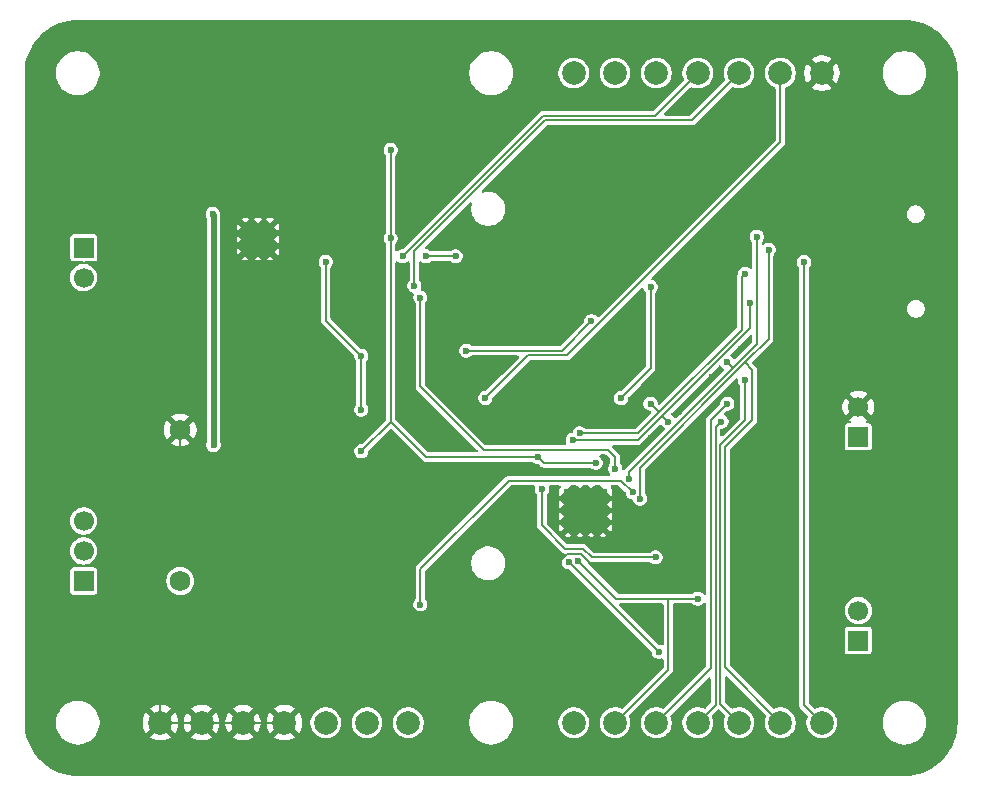
<source format=gbl>
%TF.GenerationSoftware,KiCad,Pcbnew,9.0.1*%
%TF.CreationDate,2025-04-18T15:20:57+02:00*%
%TF.ProjectId,random_sampler,72616e64-6f6d-45f7-9361-6d706c65722e,rev?*%
%TF.SameCoordinates,Original*%
%TF.FileFunction,Copper,L2,Bot*%
%TF.FilePolarity,Positive*%
%FSLAX46Y46*%
G04 Gerber Fmt 4.6, Leading zero omitted, Abs format (unit mm)*
G04 Created by KiCad (PCBNEW 9.0.1) date 2025-04-18 15:20:57*
%MOMM*%
%LPD*%
G01*
G04 APERTURE LIST*
%TA.AperFunction,ComponentPad*%
%ADD10R,1.700000X1.700000*%
%TD*%
%TA.AperFunction,ComponentPad*%
%ADD11C,1.700000*%
%TD*%
%TA.AperFunction,ComponentPad*%
%ADD12C,2.000000*%
%TD*%
%TA.AperFunction,HeatsinkPad*%
%ADD13C,0.500000*%
%TD*%
%TA.AperFunction,HeatsinkPad*%
%ADD14R,2.600000X2.600000*%
%TD*%
%TA.AperFunction,ComponentPad*%
%ADD15C,1.755000*%
%TD*%
%TA.AperFunction,ViaPad*%
%ADD16C,0.600000*%
%TD*%
%TA.AperFunction,Conductor*%
%ADD17C,0.200000*%
%TD*%
%TA.AperFunction,Conductor*%
%ADD18C,0.500000*%
%TD*%
G04 APERTURE END LIST*
D10*
%TO.P,J2,1,Pin_1*%
%TO.N,Net-(J2-Pin_1)*%
X5500000Y-19775000D03*
D11*
%TO.P,J2,2,Pin_2*%
%TO.N,Net-(J2-Pin_2)*%
X5500000Y-22315000D03*
%TD*%
D12*
%TO.P,TP15,1,1*%
%TO.N,SD_DI*%
X64500000Y-60000000D03*
%TD*%
D13*
%TO.P,,25,EP*%
%TO.N,GND*%
X48500000Y-40500000D03*
%TD*%
%TO.P,,25,EP*%
%TO.N,GND*%
X46500000Y-42500000D03*
%TD*%
D12*
%TO.P,TP17,1,1*%
%TO.N,SD_CS*%
X61000000Y-60000000D03*
%TD*%
%TO.P,TP11,1,1*%
%TO.N,LRCK*%
X57500000Y-5000000D03*
%TD*%
%TO.P,TP1,1,1*%
%TO.N,GND*%
X12000000Y-60000000D03*
%TD*%
D13*
%TO.P,,25,EP*%
%TO.N,GND*%
X49500000Y-42500000D03*
%TD*%
D14*
%TO.P,,25,EP*%
%TO.N,GND*%
X47455479Y-41508674D03*
%TD*%
D12*
%TO.P,TP12,1,1*%
%TO.N,SCK*%
X64500000Y-5000000D03*
%TD*%
D13*
%TO.P,U2,25,EP*%
%TO.N,GND*%
X21300000Y-18012500D03*
X20250000Y-18012500D03*
X19200000Y-18012500D03*
X21300000Y-19062500D03*
X20250000Y-19062500D03*
D14*
X20250000Y-19062500D03*
D13*
X19200000Y-19062500D03*
X21300000Y-20112500D03*
X20250000Y-20112500D03*
X19200000Y-20112500D03*
%TD*%
%TO.P,,25,EP*%
%TO.N,GND*%
X49500000Y-40500000D03*
%TD*%
D12*
%TO.P,TP19,1,1*%
%TO.N,3v3_sd*%
X68000000Y-60000000D03*
%TD*%
%TO.P,TP6,1,1*%
%TO.N,Batt*%
X26000000Y-60000000D03*
%TD*%
D13*
%TO.P,,25,EP*%
%TO.N,GND*%
X49500000Y-43500000D03*
%TD*%
D12*
%TO.P,TP13,1,1*%
%TO.N,SDI*%
X61000000Y-5000000D03*
%TD*%
%TO.P,TP10,1,1*%
%TO.N,SDA*%
X54000000Y-5000000D03*
%TD*%
%TO.P,TP14,1,1*%
%TO.N,SD_SCLK*%
X54000000Y-60000000D03*
%TD*%
%TO.P,TP9,1,1*%
%TO.N,SCL*%
X50500000Y-5000000D03*
%TD*%
%TO.P,TP7,1,1*%
%TO.N,RX*%
X47000000Y-60000000D03*
%TD*%
%TO.P,TP4,1,1*%
%TO.N,GND*%
X22500000Y-60000000D03*
%TD*%
%TO.P,TP8,1,1*%
%TO.N,TX*%
X50500000Y-60000000D03*
%TD*%
D13*
%TO.P,,25,EP*%
%TO.N,GND*%
X46500000Y-40500000D03*
%TD*%
%TO.P,,25,EP*%
%TO.N,GND*%
X48500000Y-43500000D03*
%TD*%
D10*
%TO.P,J4,1,Pin_1*%
%TO.N,SDA*%
X71100000Y-35800000D03*
D11*
%TO.P,J4,2,Pin_2*%
%TO.N,GND*%
X71100000Y-33260000D03*
%TD*%
D10*
%TO.P,SW2,1,1*%
%TO.N,Net-(BT1-Pad+)*%
X5500000Y-48000000D03*
D11*
%TO.P,SW2,2,2*%
%TO.N,Batt*%
X5500000Y-45460000D03*
%TO.P,SW2,3,3*%
%TO.N,Net-(R7-Pad2)*%
X5500000Y-42920000D03*
%TD*%
D13*
%TO.P,,25,EP*%
%TO.N,GND*%
X47500000Y-42500000D03*
%TD*%
%TO.P,,25,EP*%
%TO.N,GND*%
X46500000Y-43500000D03*
%TD*%
%TO.P,,25,EP*%
%TO.N,GND*%
X47500000Y-40500000D03*
%TD*%
D12*
%TO.P,TP20,1,1*%
%TO.N,+3V3*%
X29500000Y-60000000D03*
%TD*%
D14*
%TO.P,,25,EP*%
%TO.N,GND*%
X48540033Y-41508674D03*
%TD*%
D12*
%TO.P,TP2,1,1*%
%TO.N,GND*%
X15500000Y-60000000D03*
%TD*%
D14*
%TO.P,,25,EP*%
%TO.N,GND*%
X47451839Y-42596869D03*
%TD*%
D13*
%TO.P,,25,EP*%
%TO.N,GND*%
X47500000Y-41500000D03*
%TD*%
D12*
%TO.P,TP18,1,1*%
%TO.N,+1V8*%
X33000000Y-60000000D03*
%TD*%
D13*
%TO.P,,25,EP*%
%TO.N,GND*%
X48500000Y-41500000D03*
%TD*%
D12*
%TO.P,TP21,1,1*%
%TO.N,+3V3*%
X47000000Y-5000000D03*
%TD*%
%TO.P,TP3,1,1*%
%TO.N,GND*%
X19000000Y-60000000D03*
%TD*%
%TO.P,TP16,1,1*%
%TO.N,SD_DO*%
X57500000Y-60000000D03*
%TD*%
D13*
%TO.P,,25,EP*%
%TO.N,GND*%
X48500000Y-42500000D03*
%TD*%
%TO.P,,25,EP*%
%TO.N,GND*%
X46500000Y-41500000D03*
%TD*%
D10*
%TO.P,J3,1,Pin_1*%
%TO.N,Net-(J3-Pin_1)*%
X71100000Y-53040000D03*
D11*
%TO.P,J3,2,Pin_2*%
%TO.N,Net-(J3-Pin_2)*%
X71100000Y-50500000D03*
%TD*%
D12*
%TO.P,TP5,1,1*%
%TO.N,GND*%
X68000000Y-5000000D03*
%TD*%
D14*
%TO.P,,25,EP*%
%TO.N,GND*%
X48543673Y-42596869D03*
%TD*%
D13*
%TO.P,,25,EP*%
%TO.N,GND*%
X49500000Y-41500000D03*
%TD*%
%TO.P,,25,EP*%
%TO.N,GND*%
X47500000Y-43500000D03*
%TD*%
D15*
%TO.P,BT1,+*%
%TO.N,Net-(BT1-Pad+)*%
X13680000Y-48000000D03*
%TO.P,BT1,-*%
%TO.N,GND*%
X13680000Y-35200000D03*
%TD*%
D16*
%TO.N,GND*%
X51000000Y-15500000D03*
X67500000Y-15000000D03*
X28000000Y-18000000D03*
X37500000Y-48500000D03*
X52000000Y-44500000D03*
X53991042Y-19151974D03*
X39500000Y-53000000D03*
X52116186Y-46794457D03*
X64000000Y-44000000D03*
X44000000Y-49000000D03*
X7815299Y-20729268D03*
X51662952Y-42662952D03*
X64500000Y-51500000D03*
X36000000Y-24500000D03*
X16500000Y-49000000D03*
X18000000Y-54500000D03*
X33000000Y-33000000D03*
X57500000Y-46000000D03*
X57000000Y-52000000D03*
X62500000Y-39500000D03*
X28000000Y-24000000D03*
X62500000Y-47500000D03*
X50500000Y-12500000D03*
X13500000Y-53500000D03*
X49000000Y-33000000D03*
X58500000Y-18000000D03*
X67248152Y-21744641D03*
X23000000Y-33500000D03*
X34000000Y-14000000D03*
X42500000Y-43000000D03*
X53526404Y-35902402D03*
X38000000Y-18000000D03*
X26000000Y-49500000D03*
X44500000Y-20000000D03*
X58000000Y-58000000D03*
X68000000Y-46500000D03*
X59500000Y-12500000D03*
X54000000Y-52000000D03*
X67500000Y-9000000D03*
X59500000Y-10000000D03*
X30367279Y-32956413D03*
X47000000Y-57500000D03*
X60000000Y-17000000D03*
X58000000Y-15000000D03*
X68000000Y-30500000D03*
X56127850Y-8058581D03*
X35500000Y-35500000D03*
X52000000Y-27500000D03*
X23500000Y-27500000D03*
X49296365Y-7596142D03*
X61194482Y-28335219D03*
X68000000Y-57500000D03*
X54500000Y-57500000D03*
X13500000Y-28500000D03*
X62500000Y-55500000D03*
X28500000Y-35000000D03*
X51000000Y-57500000D03*
X30500000Y-40500000D03*
X46000000Y-15500000D03*
X56500000Y-37500000D03*
X45891133Y-7575122D03*
X56037500Y-46000000D03*
X41500000Y-27000000D03*
X68000000Y-52000000D03*
X56000000Y-16000000D03*
X40462500Y-39000000D03*
X47500000Y-55000000D03*
X57000000Y-26000000D03*
X56500000Y-12500000D03*
X16500000Y-42000000D03*
X32000000Y-47000000D03*
X67000000Y-19500000D03*
X52596498Y-7785321D03*
X64500000Y-30000000D03*
X57525000Y-42525000D03*
X50452107Y-48370953D03*
X42000000Y-14500000D03*
X53500000Y-10000000D03*
X26000000Y-45000000D03*
X68000000Y-40500000D03*
X14000000Y-21500000D03*
X36500000Y-31500000D03*
X61000000Y-58000000D03*
X24000000Y-17000000D03*
X58697312Y-30756718D03*
X61500000Y-15500000D03*
X40500000Y-35500000D03*
X33387562Y-25612437D03*
X53500000Y-12500000D03*
X64500000Y-57500000D03*
X14000000Y-12000000D03*
X68000000Y-25500000D03*
X55868219Y-33712875D03*
X43900231Y-38645207D03*
X64000000Y-35500000D03*
X36500000Y-41500000D03*
X67500000Y-35500000D03*
X25000000Y-54000000D03*
X20000000Y-30000000D03*
X63500000Y-14000000D03*
X21500000Y-42500000D03*
X22000000Y-23500000D03*
X12000000Y-38000000D03*
X18500000Y-15500000D03*
X68000000Y-55500000D03*
X24500000Y-10500000D03*
%TO.N,+3V3*%
X44300000Y-40200000D03*
X53925000Y-46000000D03*
X48850000Y-38000000D03*
X44000000Y-37500000D03*
X31500000Y-11500000D03*
X31500000Y-19000000D03*
X29000000Y-37012500D03*
%TO.N,Net-(U1-CHIP_EN)*%
X34000000Y-50000000D03*
X52000000Y-40500000D03*
%TO.N,Batt*%
X48500000Y-26000000D03*
X16500000Y-36500000D03*
X16425000Y-16925000D03*
X37900000Y-28500000D03*
%TO.N,+1V8*%
X29000000Y-33500000D03*
X26000000Y-21000000D03*
X29000000Y-28950000D03*
%TO.N,SD_DI*%
X63500000Y-19950000D03*
X52599418Y-41029814D03*
%TO.N,SD_DO*%
X61900000Y-24500000D03*
X46900000Y-36065687D03*
X55000000Y-34500000D03*
X59500000Y-34500000D03*
%TO.N,SD_SCLK*%
X53500000Y-33000000D03*
X60000000Y-33000000D03*
X61500000Y-22000000D03*
X47500000Y-35500000D03*
%TO.N,SD_POW_EN*%
X53500000Y-23092500D03*
X51000000Y-32500000D03*
%TO.N,1V8_POW_EN*%
X34000000Y-24000000D03*
X50500000Y-38500000D03*
%TO.N,SDA*%
X34500000Y-20500000D03*
X37000000Y-20500000D03*
%TO.N,TX*%
X47375735Y-46275735D03*
X57500000Y-49500000D03*
%TO.N,RX*%
X46585443Y-46400000D03*
X54185443Y-54000000D03*
%TO.N,LRCK*%
X32500000Y-20500000D03*
%TO.N,SCK*%
X39500000Y-32500000D03*
%TO.N,SDI*%
X33500000Y-23000000D03*
%TO.N,SD_CS*%
X62500000Y-18850000D03*
X51674265Y-39325735D03*
X60000000Y-29500000D03*
X61500000Y-31000000D03*
%TO.N,3v3_sd*%
X66500000Y-21000000D03*
%TD*%
D17*
%TO.N,GND*%
X13680000Y-36529943D02*
X17650057Y-40500000D01*
X32000000Y-39000000D02*
X30500000Y-40500000D01*
X40462500Y-39000000D02*
X32000000Y-39000000D01*
X49449943Y-47500000D02*
X47624678Y-45674735D01*
X48000000Y-42000000D02*
X48500000Y-42500000D01*
X22500000Y-60000000D02*
X19000000Y-60000000D01*
X43000000Y-33000000D02*
X40500000Y-35500000D01*
X32000000Y-47000000D02*
X30500000Y-45500000D01*
X44000000Y-49000000D02*
X42399000Y-50601000D01*
X52000000Y-27500000D02*
X52000000Y-30000000D01*
X52037500Y-42000000D02*
X48000000Y-42000000D01*
X15500000Y-60000000D02*
X12000000Y-60000000D01*
X56037500Y-46000000D02*
X52037500Y-42000000D01*
X49000000Y-33000000D02*
X43000000Y-33000000D01*
X12000000Y-60000000D02*
X12000000Y-38000000D01*
X56037500Y-46000000D02*
X54537500Y-47500000D01*
X13680000Y-35200000D02*
X13680000Y-36529943D01*
X47624678Y-45674735D02*
X46460765Y-45674735D01*
X28000000Y-18000000D02*
X28000000Y-24000000D01*
X12000000Y-38000000D02*
X12000000Y-36880000D01*
X30500000Y-45500000D02*
X30500000Y-40500000D01*
X42399000Y-50601000D02*
X33751057Y-50601000D01*
X12000000Y-36880000D02*
X13680000Y-35200000D01*
X54537500Y-47500000D02*
X49449943Y-47500000D01*
X52000000Y-30000000D02*
X49000000Y-33000000D01*
X19000000Y-60000000D02*
X15500000Y-60000000D01*
X46460765Y-45674735D02*
X44000000Y-48135500D01*
X33751057Y-50601000D02*
X32000000Y-48849943D01*
X32000000Y-48849943D02*
X32000000Y-47000000D01*
X17650057Y-40500000D02*
X30500000Y-40500000D01*
X44000000Y-48135500D02*
X44000000Y-49000000D01*
%TO.N,+3V3*%
X47790778Y-45273735D02*
X46294665Y-45273735D01*
X34487500Y-37500000D02*
X31500000Y-34512500D01*
X48850000Y-38000000D02*
X44500000Y-38000000D01*
X46284200Y-45284200D02*
X44300000Y-43300000D01*
X31500000Y-19000000D02*
X31500000Y-11500000D01*
X44000000Y-37500000D02*
X34487500Y-37500000D01*
X44300000Y-43300000D02*
X44300000Y-40200000D01*
X31500000Y-34512500D02*
X29000000Y-37012500D01*
X46294665Y-45273735D02*
X46284200Y-45284200D01*
X48517043Y-46000000D02*
X47790778Y-45273735D01*
X44500000Y-38000000D02*
X44000000Y-37500000D01*
X31500000Y-19000000D02*
X31500000Y-34512500D01*
X53925000Y-46000000D02*
X48517043Y-46000000D01*
%TO.N,Net-(U1-CHIP_EN)*%
X34000000Y-47000000D02*
X34000000Y-50000000D01*
X52000000Y-40500000D02*
X51000000Y-39500000D01*
X51000000Y-39500000D02*
X41500000Y-39500000D01*
X41500000Y-39500000D02*
X34000000Y-47000000D01*
%TO.N,Batt*%
X16500000Y-17000000D02*
X16425000Y-16925000D01*
D18*
X16500000Y-36500000D02*
X16500000Y-17000000D01*
D17*
X37900000Y-28500000D02*
X46000000Y-28500000D01*
X46000000Y-28500000D02*
X48500000Y-26000000D01*
%TO.N,+1V8*%
X29000000Y-33500000D02*
X29000000Y-28950000D01*
X26000000Y-25950000D02*
X29000000Y-28950000D01*
X26000000Y-21000000D02*
X26000000Y-25950000D01*
%TO.N,SD_DI*%
X52601000Y-41028232D02*
X52601000Y-38399000D01*
X52599418Y-41029814D02*
X52601000Y-41028232D01*
X61500000Y-29500000D02*
X62101000Y-30101000D01*
X62101000Y-30101000D02*
X62101000Y-34399000D01*
X59802000Y-36698000D02*
X59802000Y-55302000D01*
X62101000Y-34399000D02*
X59802000Y-36698000D01*
X63500000Y-27500000D02*
X63500000Y-19950000D01*
X59802000Y-55302000D02*
X64500000Y-60000000D01*
X52601000Y-38399000D02*
X61500000Y-29500000D01*
X61500000Y-29500000D02*
X63500000Y-27500000D01*
%TO.N,SD_DO*%
X59000000Y-35000000D02*
X59000000Y-58500000D01*
X52399000Y-36101000D02*
X54500000Y-34000000D01*
X59500000Y-34500000D02*
X59000000Y-35000000D01*
X46935313Y-36101000D02*
X52399000Y-36101000D01*
X61900000Y-26600000D02*
X61900000Y-24500000D01*
X54500000Y-34000000D02*
X61900000Y-26600000D01*
X46900000Y-36065687D02*
X46935313Y-36101000D01*
X54500000Y-34000000D02*
X55000000Y-34500000D01*
X59000000Y-58500000D02*
X57500000Y-60000000D01*
%TO.N,SD_SCLK*%
X54216450Y-33716450D02*
X52432900Y-35500000D01*
X61216450Y-26716450D02*
X54216450Y-33716450D01*
X58599000Y-55401000D02*
X54000000Y-60000000D01*
X52432900Y-35500000D02*
X47500000Y-35500000D01*
X58599000Y-34401000D02*
X58599000Y-55401000D01*
X61500000Y-22000000D02*
X61216450Y-22283550D01*
X54216450Y-33716450D02*
X53500000Y-33000000D01*
X60000000Y-33000000D02*
X58599000Y-34401000D01*
X61216450Y-22283550D02*
X61216450Y-26716450D01*
%TO.N,SD_POW_EN*%
X53501408Y-23093908D02*
X53500000Y-23092500D01*
X53500000Y-27000000D02*
X53501408Y-26998592D01*
X53500000Y-27000000D02*
X53500000Y-30000000D01*
X53501408Y-26998592D02*
X53501408Y-23093908D01*
X51000000Y-32500000D02*
X53500000Y-30000000D01*
%TO.N,1V8_POW_EN*%
X49884548Y-36884548D02*
X50500000Y-37500000D01*
X39384548Y-36884548D02*
X49884548Y-36884548D01*
X34000000Y-24000000D02*
X34000000Y-31500000D01*
X34000000Y-31500000D02*
X39384548Y-36884548D01*
X50500000Y-37500000D02*
X50500000Y-38500000D01*
%TO.N,SDA*%
X37000000Y-20500000D02*
X34500000Y-20500000D01*
%TO.N,TX*%
X50600000Y-49500000D02*
X47375735Y-46275735D01*
X57500000Y-49500000D02*
X55000000Y-49500000D01*
X55000000Y-55500000D02*
X55000000Y-49500000D01*
X50500000Y-60000000D02*
X55000000Y-55500000D01*
X55000000Y-49500000D02*
X50600000Y-49500000D01*
%TO.N,RX*%
X54185443Y-54000000D02*
X46585443Y-46400000D01*
%TO.N,LRCK*%
X44401000Y-8599000D02*
X53901000Y-8599000D01*
X32500000Y-20500000D02*
X44401000Y-8599000D01*
X53901000Y-8599000D02*
X57500000Y-5000000D01*
%TO.N,SCK*%
X43099000Y-28901000D02*
X39500000Y-32500000D01*
X46448942Y-28901000D02*
X43099000Y-28901000D01*
X64500000Y-5000000D02*
X64500000Y-10849942D01*
X64500000Y-10849942D02*
X46448942Y-28901000D01*
%TO.N,SDI*%
X57000000Y-9000000D02*
X61000000Y-5000000D01*
X33500000Y-23000000D02*
X33500000Y-20067100D01*
X44567100Y-9000000D02*
X57000000Y-9000000D01*
X33500000Y-20067100D02*
X44567100Y-9000000D01*
%TO.N,SD_CS*%
X61500000Y-34401000D02*
X61500000Y-31000000D01*
X62500000Y-27932900D02*
X60466450Y-29966450D01*
X59401000Y-36500000D02*
X61500000Y-34401000D01*
X60000000Y-29500000D02*
X60466450Y-29966450D01*
X61000000Y-60000000D02*
X59401000Y-58401000D01*
X60466450Y-29966450D02*
X51674265Y-38758635D01*
X59401000Y-58401000D02*
X59401000Y-36500000D01*
X51674265Y-38758635D02*
X51674265Y-39325735D01*
X62500000Y-18850000D02*
X62500000Y-27932900D01*
%TO.N,3v3_sd*%
X66500000Y-21000000D02*
X66500000Y-58500000D01*
X66500000Y-58500000D02*
X68000000Y-60000000D01*
%TD*%
%TA.AperFunction,Conductor*%
%TO.N,GND*%
G36*
X54542539Y-49920185D02*
G01*
X54588294Y-49972989D01*
X54599500Y-50024500D01*
X54599500Y-53330884D01*
X54579815Y-53397923D01*
X54527011Y-53443678D01*
X54457853Y-53453622D01*
X54425234Y-53442333D01*
X54424737Y-53443534D01*
X54417229Y-53440424D01*
X54417227Y-53440423D01*
X54264500Y-53399500D01*
X54264499Y-53399500D01*
X54202698Y-53399500D01*
X54135659Y-53379815D01*
X54115017Y-53363181D01*
X50864017Y-50112181D01*
X50830532Y-50050858D01*
X50835516Y-49981166D01*
X50877388Y-49925233D01*
X50942852Y-49900816D01*
X50951698Y-49900500D01*
X54475500Y-49900500D01*
X54542539Y-49920185D01*
G37*
%TD.AperFunction*%
%TA.AperFunction,Conductor*%
G36*
X60805398Y-30849112D02*
G01*
X60818834Y-30850073D01*
X60836560Y-30863343D01*
X60856703Y-30872542D01*
X60863985Y-30883873D01*
X60874767Y-30891945D01*
X60882504Y-30912690D01*
X60894477Y-30931320D01*
X60897628Y-30953238D01*
X60899184Y-30957409D01*
X60899500Y-30966255D01*
X60899500Y-31079056D01*
X60940423Y-31231783D01*
X60940426Y-31231790D01*
X61019475Y-31368709D01*
X61019481Y-31368717D01*
X61063181Y-31412417D01*
X61096666Y-31473740D01*
X61099500Y-31500098D01*
X61099500Y-34183745D01*
X61079815Y-34250784D01*
X61063181Y-34271426D01*
X59612181Y-35722426D01*
X59550858Y-35755911D01*
X59481166Y-35750927D01*
X59425233Y-35709055D01*
X59400816Y-35643591D01*
X59400500Y-35634745D01*
X59400500Y-35224500D01*
X59420185Y-35157461D01*
X59472989Y-35111706D01*
X59524500Y-35100500D01*
X59579055Y-35100500D01*
X59579057Y-35100500D01*
X59731784Y-35059577D01*
X59868716Y-34980520D01*
X59980520Y-34868716D01*
X60059577Y-34731784D01*
X60100500Y-34579057D01*
X60100500Y-34420943D01*
X60059577Y-34268216D01*
X60010808Y-34183745D01*
X59980524Y-34131290D01*
X59980518Y-34131282D01*
X59868717Y-34019481D01*
X59868709Y-34019475D01*
X59804650Y-33982491D01*
X59787398Y-33964398D01*
X59767381Y-33949414D01*
X59763700Y-33939545D01*
X59756434Y-33931925D01*
X59751701Y-33907374D01*
X59742965Y-33883949D01*
X59745203Y-33873659D01*
X59743210Y-33863318D01*
X59752502Y-33840106D01*
X59757817Y-33815676D01*
X59767416Y-33802852D01*
X59769178Y-33798453D01*
X59778948Y-33787443D01*
X59929575Y-33636816D01*
X59990898Y-33603334D01*
X60017255Y-33600500D01*
X60079055Y-33600500D01*
X60079057Y-33600500D01*
X60231784Y-33559577D01*
X60368716Y-33480520D01*
X60480520Y-33368716D01*
X60559577Y-33231784D01*
X60600500Y-33079057D01*
X60600500Y-32920943D01*
X60559577Y-32768216D01*
X60554834Y-32760000D01*
X60480524Y-32631290D01*
X60480518Y-32631282D01*
X60368717Y-32519481D01*
X60368709Y-32519475D01*
X60231790Y-32440426D01*
X60231786Y-32440424D01*
X60231784Y-32440423D01*
X60079057Y-32399500D01*
X59920943Y-32399500D01*
X59768216Y-32440423D01*
X59768209Y-32440426D01*
X59631290Y-32519475D01*
X59631282Y-32519481D01*
X59519481Y-32631282D01*
X59519475Y-32631290D01*
X59440426Y-32768209D01*
X59440423Y-32768216D01*
X59399500Y-32920943D01*
X59399500Y-32982745D01*
X59379815Y-33049784D01*
X59363181Y-33070426D01*
X58278522Y-34155084D01*
X58278520Y-34155087D01*
X58225793Y-34246411D01*
X58225793Y-34246412D01*
X58220387Y-34266587D01*
X58220387Y-34266588D01*
X58220386Y-34266587D01*
X58198500Y-34348271D01*
X58198500Y-49050069D01*
X58178815Y-49117108D01*
X58126011Y-49162863D01*
X58056853Y-49172807D01*
X57993297Y-49143782D01*
X57986610Y-49136687D01*
X57986267Y-49137031D01*
X57868717Y-49019481D01*
X57868709Y-49019475D01*
X57731790Y-48940426D01*
X57731786Y-48940424D01*
X57731784Y-48940423D01*
X57579057Y-48899500D01*
X57420943Y-48899500D01*
X57268216Y-48940423D01*
X57268209Y-48940426D01*
X57131290Y-49019475D01*
X57131282Y-49019481D01*
X57087583Y-49063181D01*
X57026260Y-49096666D01*
X56999902Y-49099500D01*
X50817255Y-49099500D01*
X50750216Y-49079815D01*
X50729574Y-49063181D01*
X48248656Y-46582263D01*
X48215171Y-46520940D01*
X48220155Y-46451248D01*
X48262027Y-46395315D01*
X48327491Y-46370898D01*
X48368423Y-46374806D01*
X48464316Y-46400500D01*
X53424902Y-46400500D01*
X53491941Y-46420185D01*
X53512583Y-46436819D01*
X53556284Y-46480520D01*
X53556286Y-46480521D01*
X53556290Y-46480524D01*
X53693209Y-46559573D01*
X53693216Y-46559577D01*
X53845943Y-46600500D01*
X53845945Y-46600500D01*
X54004055Y-46600500D01*
X54004057Y-46600500D01*
X54156784Y-46559577D01*
X54293716Y-46480520D01*
X54405520Y-46368716D01*
X54484577Y-46231784D01*
X54525500Y-46079057D01*
X54525500Y-45920943D01*
X54484577Y-45768216D01*
X54430318Y-45674235D01*
X54405524Y-45631290D01*
X54405518Y-45631282D01*
X54293717Y-45519481D01*
X54293709Y-45519475D01*
X54156790Y-45440426D01*
X54156786Y-45440424D01*
X54156784Y-45440423D01*
X54004057Y-45399500D01*
X53845943Y-45399500D01*
X53693216Y-45440423D01*
X53693209Y-45440426D01*
X53556290Y-45519475D01*
X53556282Y-45519481D01*
X53512583Y-45563181D01*
X53451260Y-45596666D01*
X53424902Y-45599500D01*
X48734298Y-45599500D01*
X48667259Y-45579815D01*
X48646617Y-45563181D01*
X48036693Y-44953257D01*
X48036691Y-44953255D01*
X47991028Y-44926891D01*
X47945367Y-44900528D01*
X47894435Y-44886881D01*
X47843505Y-44873235D01*
X47843504Y-44873235D01*
X46490989Y-44873235D01*
X46423950Y-44853550D01*
X46403308Y-44836916D01*
X45790836Y-44224444D01*
X45743969Y-44177577D01*
X46175975Y-44177577D01*
X46281236Y-44221178D01*
X46281240Y-44221179D01*
X46426126Y-44249999D01*
X46426129Y-44250000D01*
X46573871Y-44250000D01*
X46573873Y-44249999D01*
X46718760Y-44221179D01*
X46718775Y-44221175D01*
X46824024Y-44177578D01*
X46824024Y-44177577D01*
X47175975Y-44177577D01*
X47281236Y-44221178D01*
X47281240Y-44221179D01*
X47426126Y-44249999D01*
X47426129Y-44250000D01*
X47573871Y-44250000D01*
X47573873Y-44249999D01*
X47718760Y-44221179D01*
X47718775Y-44221175D01*
X47824024Y-44177578D01*
X47824024Y-44177577D01*
X48175975Y-44177577D01*
X48281236Y-44221178D01*
X48281240Y-44221179D01*
X48426126Y-44249999D01*
X48426129Y-44250000D01*
X48573871Y-44250000D01*
X48573873Y-44249999D01*
X48718760Y-44221179D01*
X48718775Y-44221175D01*
X48824024Y-44177578D01*
X48824024Y-44177577D01*
X49175975Y-44177577D01*
X49281236Y-44221178D01*
X49281240Y-44221179D01*
X49426126Y-44249999D01*
X49426129Y-44250000D01*
X49573871Y-44250000D01*
X49573873Y-44249999D01*
X49718760Y-44221179D01*
X49718775Y-44221175D01*
X49824024Y-44177578D01*
X49824024Y-44177577D01*
X49500001Y-43853554D01*
X49500000Y-43853554D01*
X49175975Y-44177577D01*
X48824024Y-44177577D01*
X48500001Y-43853554D01*
X48500000Y-43853554D01*
X48175975Y-44177577D01*
X47824024Y-44177577D01*
X47500001Y-43853554D01*
X47500000Y-43853554D01*
X47175975Y-44177577D01*
X46824024Y-44177577D01*
X46500001Y-43853554D01*
X46500000Y-43853554D01*
X46175975Y-44177577D01*
X45743969Y-44177577D01*
X45552604Y-43986212D01*
X44992519Y-43426126D01*
X45750000Y-43426126D01*
X45750000Y-43573873D01*
X45778820Y-43718759D01*
X45778822Y-43718767D01*
X45822421Y-43824024D01*
X46146446Y-43500000D01*
X46146446Y-43499999D01*
X46126556Y-43480109D01*
X46400000Y-43480109D01*
X46400000Y-43519891D01*
X46415224Y-43556645D01*
X46443355Y-43584776D01*
X46480109Y-43600000D01*
X46519891Y-43600000D01*
X46556645Y-43584776D01*
X46584776Y-43556645D01*
X46600000Y-43519891D01*
X46600000Y-43500000D01*
X46853554Y-43500000D01*
X47000000Y-43646446D01*
X47146446Y-43500000D01*
X47126555Y-43480109D01*
X47400000Y-43480109D01*
X47400000Y-43519891D01*
X47415224Y-43556645D01*
X47443355Y-43584776D01*
X47480109Y-43600000D01*
X47519891Y-43600000D01*
X47556645Y-43584776D01*
X47584776Y-43556645D01*
X47600000Y-43519891D01*
X47600000Y-43500000D01*
X47853554Y-43500000D01*
X48000000Y-43646446D01*
X48146446Y-43500000D01*
X48126555Y-43480109D01*
X48400000Y-43480109D01*
X48400000Y-43519891D01*
X48415224Y-43556645D01*
X48443355Y-43584776D01*
X48480109Y-43600000D01*
X48519891Y-43600000D01*
X48556645Y-43584776D01*
X48584776Y-43556645D01*
X48600000Y-43519891D01*
X48600000Y-43500000D01*
X48853554Y-43500000D01*
X49000000Y-43646446D01*
X49146446Y-43500000D01*
X49126555Y-43480109D01*
X49400000Y-43480109D01*
X49400000Y-43519891D01*
X49415224Y-43556645D01*
X49443355Y-43584776D01*
X49480109Y-43600000D01*
X49519891Y-43600000D01*
X49556645Y-43584776D01*
X49584776Y-43556645D01*
X49600000Y-43519891D01*
X49600000Y-43499999D01*
X49853554Y-43499999D01*
X49853554Y-43500001D01*
X50177577Y-43824024D01*
X50177578Y-43824024D01*
X50221175Y-43718775D01*
X50221179Y-43718760D01*
X50249999Y-43573873D01*
X50250000Y-43573871D01*
X50250000Y-43426128D01*
X50249999Y-43426126D01*
X50221179Y-43281240D01*
X50221178Y-43281236D01*
X50177577Y-43175975D01*
X49853554Y-43499999D01*
X49600000Y-43499999D01*
X49600000Y-43480109D01*
X49584776Y-43443355D01*
X49556645Y-43415224D01*
X49519891Y-43400000D01*
X49480109Y-43400000D01*
X49443355Y-43415224D01*
X49415224Y-43443355D01*
X49400000Y-43480109D01*
X49126555Y-43480109D01*
X49000000Y-43353554D01*
X48853554Y-43500000D01*
X48600000Y-43500000D01*
X48600000Y-43480109D01*
X48584776Y-43443355D01*
X48556645Y-43415224D01*
X48519891Y-43400000D01*
X48480109Y-43400000D01*
X48443355Y-43415224D01*
X48415224Y-43443355D01*
X48400000Y-43480109D01*
X48126555Y-43480109D01*
X48000000Y-43353554D01*
X47853554Y-43500000D01*
X47600000Y-43500000D01*
X47600000Y-43480109D01*
X47584776Y-43443355D01*
X47556645Y-43415224D01*
X47519891Y-43400000D01*
X47480109Y-43400000D01*
X47443355Y-43415224D01*
X47415224Y-43443355D01*
X47400000Y-43480109D01*
X47126555Y-43480109D01*
X47000000Y-43353554D01*
X46853554Y-43500000D01*
X46600000Y-43500000D01*
X46600000Y-43480109D01*
X46584776Y-43443355D01*
X46556645Y-43415224D01*
X46519891Y-43400000D01*
X46480109Y-43400000D01*
X46443355Y-43415224D01*
X46415224Y-43443355D01*
X46400000Y-43480109D01*
X46126556Y-43480109D01*
X45822421Y-43175974D01*
X45822420Y-43175974D01*
X45778823Y-43281228D01*
X45778820Y-43281240D01*
X45750000Y-43426126D01*
X44992519Y-43426126D01*
X44736819Y-43170426D01*
X44703334Y-43109103D01*
X44700500Y-43082745D01*
X44700500Y-43000000D01*
X46353554Y-43000000D01*
X46500000Y-43146446D01*
X46646446Y-43000000D01*
X47353554Y-43000000D01*
X47500000Y-43146446D01*
X47646446Y-43000000D01*
X48353554Y-43000000D01*
X48500000Y-43146446D01*
X48646446Y-43000000D01*
X49353554Y-43000000D01*
X49500000Y-43146446D01*
X49646446Y-43000000D01*
X49500000Y-42853554D01*
X49353554Y-43000000D01*
X48646446Y-43000000D01*
X48500000Y-42853554D01*
X48353554Y-43000000D01*
X47646446Y-43000000D01*
X47500000Y-42853554D01*
X47353554Y-43000000D01*
X46646446Y-43000000D01*
X46500000Y-42853554D01*
X46353554Y-43000000D01*
X44700500Y-43000000D01*
X44700500Y-42426126D01*
X45750000Y-42426126D01*
X45750000Y-42573873D01*
X45778820Y-42718759D01*
X45778822Y-42718767D01*
X45822421Y-42824024D01*
X46146446Y-42500000D01*
X46146446Y-42499999D01*
X46126556Y-42480109D01*
X46400000Y-42480109D01*
X46400000Y-42519891D01*
X46415224Y-42556645D01*
X46443355Y-42584776D01*
X46480109Y-42600000D01*
X46519891Y-42600000D01*
X46556645Y-42584776D01*
X46584776Y-42556645D01*
X46600000Y-42519891D01*
X46600000Y-42500000D01*
X46853554Y-42500000D01*
X47000000Y-42646446D01*
X47146446Y-42500000D01*
X47126555Y-42480109D01*
X47400000Y-42480109D01*
X47400000Y-42519891D01*
X47415224Y-42556645D01*
X47443355Y-42584776D01*
X47480109Y-42600000D01*
X47519891Y-42600000D01*
X47556645Y-42584776D01*
X47584776Y-42556645D01*
X47600000Y-42519891D01*
X47600000Y-42500000D01*
X47853554Y-42500000D01*
X48000000Y-42646446D01*
X48146446Y-42500000D01*
X48126555Y-42480109D01*
X48400000Y-42480109D01*
X48400000Y-42519891D01*
X48415224Y-42556645D01*
X48443355Y-42584776D01*
X48480109Y-42600000D01*
X48519891Y-42600000D01*
X48556645Y-42584776D01*
X48584776Y-42556645D01*
X48600000Y-42519891D01*
X48600000Y-42500000D01*
X48853554Y-42500000D01*
X49000000Y-42646446D01*
X49146446Y-42500000D01*
X49126555Y-42480109D01*
X49400000Y-42480109D01*
X49400000Y-42519891D01*
X49415224Y-42556645D01*
X49443355Y-42584776D01*
X49480109Y-42600000D01*
X49519891Y-42600000D01*
X49556645Y-42584776D01*
X49584776Y-42556645D01*
X49600000Y-42519891D01*
X49600000Y-42499999D01*
X49853554Y-42499999D01*
X49853554Y-42500001D01*
X50177577Y-42824024D01*
X50177578Y-42824024D01*
X50221175Y-42718775D01*
X50221179Y-42718760D01*
X50249999Y-42573873D01*
X50250000Y-42573871D01*
X50250000Y-42426128D01*
X50249999Y-42426126D01*
X50221179Y-42281240D01*
X50221178Y-42281236D01*
X50177577Y-42175975D01*
X49853554Y-42499999D01*
X49600000Y-42499999D01*
X49600000Y-42480109D01*
X49584776Y-42443355D01*
X49556645Y-42415224D01*
X49519891Y-42400000D01*
X49480109Y-42400000D01*
X49443355Y-42415224D01*
X49415224Y-42443355D01*
X49400000Y-42480109D01*
X49126555Y-42480109D01*
X49000000Y-42353554D01*
X48853554Y-42500000D01*
X48600000Y-42500000D01*
X48600000Y-42480109D01*
X48584776Y-42443355D01*
X48556645Y-42415224D01*
X48519891Y-42400000D01*
X48480109Y-42400000D01*
X48443355Y-42415224D01*
X48415224Y-42443355D01*
X48400000Y-42480109D01*
X48126555Y-42480109D01*
X48000000Y-42353554D01*
X47853554Y-42500000D01*
X47600000Y-42500000D01*
X47600000Y-42480109D01*
X47584776Y-42443355D01*
X47556645Y-42415224D01*
X47519891Y-42400000D01*
X47480109Y-42400000D01*
X47443355Y-42415224D01*
X47415224Y-42443355D01*
X47400000Y-42480109D01*
X47126555Y-42480109D01*
X47000000Y-42353554D01*
X46853554Y-42500000D01*
X46600000Y-42500000D01*
X46600000Y-42480109D01*
X46584776Y-42443355D01*
X46556645Y-42415224D01*
X46519891Y-42400000D01*
X46480109Y-42400000D01*
X46443355Y-42415224D01*
X46415224Y-42443355D01*
X46400000Y-42480109D01*
X46126556Y-42480109D01*
X45822421Y-42175974D01*
X45822420Y-42175974D01*
X45778823Y-42281228D01*
X45778820Y-42281240D01*
X45750000Y-42426126D01*
X44700500Y-42426126D01*
X44700500Y-42000000D01*
X46353554Y-42000000D01*
X46500000Y-42146446D01*
X46646446Y-42000000D01*
X47353554Y-42000000D01*
X47500000Y-42146446D01*
X47646446Y-42000000D01*
X48353554Y-42000000D01*
X48500000Y-42146446D01*
X48646446Y-42000000D01*
X49353554Y-42000000D01*
X49500000Y-42146446D01*
X49646446Y-42000000D01*
X49500000Y-41853554D01*
X49353554Y-42000000D01*
X48646446Y-42000000D01*
X48500000Y-41853554D01*
X48353554Y-42000000D01*
X47646446Y-42000000D01*
X47500000Y-41853554D01*
X47353554Y-42000000D01*
X46646446Y-42000000D01*
X46500000Y-41853554D01*
X46353554Y-42000000D01*
X44700500Y-42000000D01*
X44700500Y-41426126D01*
X45750000Y-41426126D01*
X45750000Y-41573873D01*
X45778820Y-41718759D01*
X45778822Y-41718767D01*
X45822421Y-41824024D01*
X46146446Y-41500000D01*
X46146446Y-41499999D01*
X46126556Y-41480109D01*
X46400000Y-41480109D01*
X46400000Y-41519891D01*
X46415224Y-41556645D01*
X46443355Y-41584776D01*
X46480109Y-41600000D01*
X46519891Y-41600000D01*
X46556645Y-41584776D01*
X46584776Y-41556645D01*
X46600000Y-41519891D01*
X46600000Y-41500000D01*
X46853554Y-41500000D01*
X47000000Y-41646446D01*
X47146446Y-41500000D01*
X47126555Y-41480109D01*
X47400000Y-41480109D01*
X47400000Y-41519891D01*
X47415224Y-41556645D01*
X47443355Y-41584776D01*
X47480109Y-41600000D01*
X47519891Y-41600000D01*
X47556645Y-41584776D01*
X47584776Y-41556645D01*
X47600000Y-41519891D01*
X47600000Y-41500000D01*
X47853554Y-41500000D01*
X48000000Y-41646446D01*
X48146446Y-41500000D01*
X48126555Y-41480109D01*
X48400000Y-41480109D01*
X48400000Y-41519891D01*
X48415224Y-41556645D01*
X48443355Y-41584776D01*
X48480109Y-41600000D01*
X48519891Y-41600000D01*
X48556645Y-41584776D01*
X48584776Y-41556645D01*
X48600000Y-41519891D01*
X48600000Y-41500000D01*
X48853554Y-41500000D01*
X49000000Y-41646446D01*
X49146446Y-41500000D01*
X49126555Y-41480109D01*
X49400000Y-41480109D01*
X49400000Y-41519891D01*
X49415224Y-41556645D01*
X49443355Y-41584776D01*
X49480109Y-41600000D01*
X49519891Y-41600000D01*
X49556645Y-41584776D01*
X49584776Y-41556645D01*
X49600000Y-41519891D01*
X49600000Y-41499999D01*
X49853554Y-41499999D01*
X49853554Y-41500001D01*
X50177577Y-41824024D01*
X50177578Y-41824024D01*
X50221175Y-41718775D01*
X50221179Y-41718760D01*
X50249999Y-41573873D01*
X50250000Y-41573871D01*
X50250000Y-41426128D01*
X50249999Y-41426126D01*
X50221179Y-41281240D01*
X50221178Y-41281236D01*
X50177577Y-41175975D01*
X49853554Y-41499999D01*
X49600000Y-41499999D01*
X49600000Y-41480109D01*
X49584776Y-41443355D01*
X49556645Y-41415224D01*
X49519891Y-41400000D01*
X49480109Y-41400000D01*
X49443355Y-41415224D01*
X49415224Y-41443355D01*
X49400000Y-41480109D01*
X49126555Y-41480109D01*
X49000000Y-41353554D01*
X48853554Y-41500000D01*
X48600000Y-41500000D01*
X48600000Y-41480109D01*
X48584776Y-41443355D01*
X48556645Y-41415224D01*
X48519891Y-41400000D01*
X48480109Y-41400000D01*
X48443355Y-41415224D01*
X48415224Y-41443355D01*
X48400000Y-41480109D01*
X48126555Y-41480109D01*
X48000000Y-41353554D01*
X47853554Y-41500000D01*
X47600000Y-41500000D01*
X47600000Y-41480109D01*
X47584776Y-41443355D01*
X47556645Y-41415224D01*
X47519891Y-41400000D01*
X47480109Y-41400000D01*
X47443355Y-41415224D01*
X47415224Y-41443355D01*
X47400000Y-41480109D01*
X47126555Y-41480109D01*
X47000000Y-41353554D01*
X46853554Y-41500000D01*
X46600000Y-41500000D01*
X46600000Y-41480109D01*
X46584776Y-41443355D01*
X46556645Y-41415224D01*
X46519891Y-41400000D01*
X46480109Y-41400000D01*
X46443355Y-41415224D01*
X46415224Y-41443355D01*
X46400000Y-41480109D01*
X46126556Y-41480109D01*
X45822421Y-41175974D01*
X45822420Y-41175974D01*
X45778823Y-41281228D01*
X45778820Y-41281240D01*
X45750000Y-41426126D01*
X44700500Y-41426126D01*
X44700500Y-41000000D01*
X46353554Y-41000000D01*
X46500000Y-41146446D01*
X46646446Y-41000000D01*
X47353554Y-41000000D01*
X47500000Y-41146446D01*
X47646446Y-41000000D01*
X48353554Y-41000000D01*
X48500000Y-41146446D01*
X48646446Y-41000000D01*
X49353554Y-41000000D01*
X49500000Y-41146446D01*
X49646446Y-41000000D01*
X49500000Y-40853554D01*
X49353554Y-41000000D01*
X48646446Y-41000000D01*
X48500000Y-40853554D01*
X48353554Y-41000000D01*
X47646446Y-41000000D01*
X47500000Y-40853554D01*
X47353554Y-41000000D01*
X46646446Y-41000000D01*
X46500000Y-40853554D01*
X46353554Y-41000000D01*
X44700500Y-41000000D01*
X44700500Y-40700098D01*
X44720185Y-40633059D01*
X44736819Y-40612417D01*
X44749236Y-40600000D01*
X44780520Y-40568716D01*
X44859577Y-40431784D01*
X44900500Y-40279057D01*
X44900500Y-40120943D01*
X44883257Y-40056591D01*
X44884920Y-39986744D01*
X44924082Y-39928881D01*
X44988311Y-39901377D01*
X45003032Y-39900500D01*
X45766568Y-39900500D01*
X45833607Y-39920185D01*
X45879362Y-39972989D01*
X45889306Y-40042147D01*
X45869670Y-40093391D01*
X45835362Y-40144735D01*
X45835357Y-40144745D01*
X45778822Y-40281232D01*
X45778820Y-40281240D01*
X45750000Y-40426126D01*
X45750000Y-40573873D01*
X45778820Y-40718759D01*
X45778822Y-40718767D01*
X45822421Y-40824024D01*
X46166337Y-40480109D01*
X46400000Y-40480109D01*
X46400000Y-40519891D01*
X46415224Y-40556645D01*
X46443355Y-40584776D01*
X46480109Y-40600000D01*
X46519891Y-40600000D01*
X46556645Y-40584776D01*
X46584776Y-40556645D01*
X46600000Y-40519891D01*
X46600000Y-40500000D01*
X46853554Y-40500000D01*
X47000000Y-40646446D01*
X47146446Y-40500000D01*
X47126555Y-40480109D01*
X47400000Y-40480109D01*
X47400000Y-40519891D01*
X47415224Y-40556645D01*
X47443355Y-40584776D01*
X47480109Y-40600000D01*
X47519891Y-40600000D01*
X47556645Y-40584776D01*
X47584776Y-40556645D01*
X47600000Y-40519891D01*
X47600000Y-40500000D01*
X47853554Y-40500000D01*
X48000000Y-40646446D01*
X48146446Y-40500000D01*
X48126555Y-40480109D01*
X48400000Y-40480109D01*
X48400000Y-40519891D01*
X48415224Y-40556645D01*
X48443355Y-40584776D01*
X48480109Y-40600000D01*
X48519891Y-40600000D01*
X48556645Y-40584776D01*
X48584776Y-40556645D01*
X48600000Y-40519891D01*
X48600000Y-40500000D01*
X48853554Y-40500000D01*
X49000000Y-40646446D01*
X49146446Y-40500000D01*
X49126555Y-40480109D01*
X49400000Y-40480109D01*
X49400000Y-40519891D01*
X49415224Y-40556645D01*
X49443355Y-40584776D01*
X49480109Y-40600000D01*
X49519891Y-40600000D01*
X49556645Y-40584776D01*
X49584776Y-40556645D01*
X49600000Y-40519891D01*
X49600000Y-40480109D01*
X49584776Y-40443355D01*
X49556645Y-40415224D01*
X49519891Y-40400000D01*
X49480109Y-40400000D01*
X49443355Y-40415224D01*
X49415224Y-40443355D01*
X49400000Y-40480109D01*
X49126555Y-40480109D01*
X49000000Y-40353554D01*
X48853554Y-40500000D01*
X48600000Y-40500000D01*
X48600000Y-40480109D01*
X48584776Y-40443355D01*
X48556645Y-40415224D01*
X48519891Y-40400000D01*
X48480109Y-40400000D01*
X48443355Y-40415224D01*
X48415224Y-40443355D01*
X48400000Y-40480109D01*
X48126555Y-40480109D01*
X48000000Y-40353554D01*
X47853554Y-40500000D01*
X47600000Y-40500000D01*
X47600000Y-40480109D01*
X47584776Y-40443355D01*
X47556645Y-40415224D01*
X47519891Y-40400000D01*
X47480109Y-40400000D01*
X47443355Y-40415224D01*
X47415224Y-40443355D01*
X47400000Y-40480109D01*
X47126555Y-40480109D01*
X47000000Y-40353554D01*
X46853554Y-40500000D01*
X46600000Y-40500000D01*
X46600000Y-40480109D01*
X46584776Y-40443355D01*
X46556645Y-40415224D01*
X46519891Y-40400000D01*
X46480109Y-40400000D01*
X46443355Y-40415224D01*
X46415224Y-40443355D01*
X46400000Y-40480109D01*
X46166337Y-40480109D01*
X46285489Y-40360957D01*
X46709627Y-39936819D01*
X46770950Y-39903334D01*
X46797308Y-39900500D01*
X47202692Y-39900500D01*
X47269731Y-39920185D01*
X47290373Y-39936819D01*
X47500000Y-40146446D01*
X47709627Y-39936819D01*
X47770950Y-39903334D01*
X47797308Y-39900500D01*
X48202692Y-39900500D01*
X48269731Y-39920185D01*
X48290373Y-39936819D01*
X48500000Y-40146446D01*
X48709627Y-39936819D01*
X48770950Y-39903334D01*
X48797308Y-39900500D01*
X49202692Y-39900500D01*
X49269731Y-39920185D01*
X49290373Y-39936819D01*
X49676777Y-40323223D01*
X50177577Y-40824024D01*
X50177578Y-40824024D01*
X50221175Y-40718775D01*
X50221179Y-40718760D01*
X50249999Y-40573873D01*
X50250000Y-40573871D01*
X50250000Y-40426128D01*
X50249999Y-40426126D01*
X50221179Y-40281240D01*
X50221177Y-40281232D01*
X50164642Y-40144745D01*
X50164637Y-40144735D01*
X50130330Y-40093391D01*
X50109452Y-40026713D01*
X50127937Y-39959333D01*
X50179915Y-39912643D01*
X50233432Y-39900500D01*
X50782745Y-39900500D01*
X50849784Y-39920185D01*
X50870426Y-39936819D01*
X51363181Y-40429573D01*
X51396666Y-40490896D01*
X51399500Y-40517254D01*
X51399500Y-40579057D01*
X51436938Y-40718775D01*
X51440423Y-40731783D01*
X51440426Y-40731790D01*
X51519475Y-40868709D01*
X51519479Y-40868714D01*
X51519480Y-40868716D01*
X51631284Y-40980520D01*
X51631286Y-40980521D01*
X51631290Y-40980524D01*
X51768209Y-41059573D01*
X51768216Y-41059577D01*
X51920943Y-41100500D01*
X51920945Y-41100500D01*
X51928793Y-41102603D01*
X51928193Y-41104839D01*
X51981195Y-41128287D01*
X52019666Y-41186611D01*
X52020888Y-41190864D01*
X52039842Y-41261600D01*
X52039844Y-41261604D01*
X52118893Y-41398523D01*
X52118897Y-41398528D01*
X52118898Y-41398530D01*
X52230702Y-41510334D01*
X52230704Y-41510335D01*
X52230708Y-41510338D01*
X52367627Y-41589387D01*
X52367634Y-41589391D01*
X52520361Y-41630314D01*
X52520363Y-41630314D01*
X52678473Y-41630314D01*
X52678475Y-41630314D01*
X52831202Y-41589391D01*
X52968134Y-41510334D01*
X53079938Y-41398530D01*
X53158995Y-41261598D01*
X53199918Y-41108871D01*
X53199918Y-40950757D01*
X53158995Y-40798030D01*
X53113229Y-40718760D01*
X53079942Y-40661104D01*
X53079936Y-40661096D01*
X53037819Y-40618979D01*
X53004334Y-40557656D01*
X53001500Y-40531298D01*
X53001500Y-38616255D01*
X53021185Y-38549216D01*
X53037819Y-38528574D01*
X60687819Y-30878574D01*
X60707255Y-30867961D01*
X60723989Y-30853461D01*
X60737320Y-30851544D01*
X60749142Y-30845089D01*
X60771228Y-30846668D01*
X60793147Y-30843517D01*
X60805398Y-30849112D01*
G37*
%TD.AperFunction*%
%TA.AperFunction,Conductor*%
G36*
X54418437Y-34750467D02*
G01*
X54474371Y-34792339D01*
X54482491Y-34804650D01*
X54519475Y-34868709D01*
X54519479Y-34868714D01*
X54519480Y-34868716D01*
X54631284Y-34980520D01*
X54652809Y-34992947D01*
X54701023Y-35043511D01*
X54714248Y-35112118D01*
X54688281Y-35176984D01*
X54678490Y-35188015D01*
X51353787Y-38512719D01*
X51353785Y-38512722D01*
X51331885Y-38550652D01*
X51281320Y-38598866D01*
X51212712Y-38612088D01*
X51147848Y-38586120D01*
X51107320Y-38529206D01*
X51100500Y-38488650D01*
X51100500Y-38420945D01*
X51100500Y-38420943D01*
X51059577Y-38268216D01*
X51059573Y-38268209D01*
X50980524Y-38131290D01*
X50980518Y-38131282D01*
X50936819Y-38087583D01*
X50903334Y-38026260D01*
X50900500Y-37999902D01*
X50900500Y-37562729D01*
X50900501Y-37562716D01*
X50900501Y-37447274D01*
X50900501Y-37447273D01*
X50873207Y-37345413D01*
X50828637Y-37268216D01*
X50820480Y-37254087D01*
X50745913Y-37179520D01*
X50745910Y-37179518D01*
X50513976Y-36947584D01*
X50279574Y-36713181D01*
X50246089Y-36651858D01*
X50251073Y-36582166D01*
X50292945Y-36526233D01*
X50358409Y-36501816D01*
X50367255Y-36501500D01*
X52451725Y-36501500D01*
X52451727Y-36501500D01*
X52553588Y-36474207D01*
X52644913Y-36421480D01*
X54287423Y-34778967D01*
X54348746Y-34745483D01*
X54418437Y-34750467D01*
G37*
%TD.AperFunction*%
%TA.AperFunction,Conductor*%
G36*
X32105703Y-20955385D02*
G01*
X32112181Y-20961417D01*
X32131284Y-20980520D01*
X32131286Y-20980521D01*
X32131290Y-20980524D01*
X32268209Y-21059573D01*
X32268216Y-21059577D01*
X32420943Y-21100500D01*
X32420945Y-21100500D01*
X32579055Y-21100500D01*
X32579057Y-21100500D01*
X32731784Y-21059577D01*
X32868716Y-20980520D01*
X32887819Y-20961417D01*
X32949142Y-20927932D01*
X33018834Y-20932916D01*
X33074767Y-20974788D01*
X33099184Y-21040252D01*
X33099500Y-21049098D01*
X33099500Y-22499902D01*
X33079815Y-22566941D01*
X33063181Y-22587583D01*
X33019481Y-22631282D01*
X33019475Y-22631290D01*
X32940426Y-22768209D01*
X32940423Y-22768216D01*
X32899500Y-22920943D01*
X32899500Y-23079057D01*
X32940423Y-23231782D01*
X32940423Y-23231783D01*
X32940426Y-23231790D01*
X33019475Y-23368709D01*
X33019479Y-23368714D01*
X33019480Y-23368716D01*
X33131284Y-23480520D01*
X33131286Y-23480521D01*
X33131290Y-23480524D01*
X33234009Y-23539828D01*
X33268216Y-23559577D01*
X33365579Y-23585665D01*
X33425238Y-23622029D01*
X33455767Y-23684876D01*
X33447472Y-23754251D01*
X33440875Y-23767433D01*
X33440424Y-23768213D01*
X33440423Y-23768216D01*
X33399500Y-23920943D01*
X33399500Y-24079056D01*
X33440423Y-24231783D01*
X33440426Y-24231790D01*
X33519475Y-24368709D01*
X33519481Y-24368717D01*
X33563181Y-24412417D01*
X33596666Y-24473740D01*
X33599500Y-24500098D01*
X33599500Y-31552726D01*
X33626793Y-31654589D01*
X33653156Y-31700250D01*
X33679520Y-31745913D01*
X33679522Y-31745915D01*
X38821426Y-36887819D01*
X38854911Y-36949142D01*
X38849927Y-37018834D01*
X38808055Y-37074767D01*
X38742591Y-37099184D01*
X38733745Y-37099500D01*
X34704755Y-37099500D01*
X34637716Y-37079815D01*
X34617074Y-37063181D01*
X31936819Y-34382926D01*
X31903334Y-34321603D01*
X31900500Y-34295245D01*
X31900500Y-21049098D01*
X31920185Y-20982059D01*
X31972989Y-20936304D01*
X32042147Y-20926360D01*
X32105703Y-20955385D01*
G37*
%TD.AperFunction*%
%TA.AperFunction,Conductor*%
G36*
X59407932Y-29749715D02*
G01*
X59418438Y-29750467D01*
X59438452Y-29765449D01*
X59460674Y-29776906D01*
X59470575Y-29789497D01*
X59474371Y-29792339D01*
X59482491Y-29804650D01*
X59519475Y-29868709D01*
X59519479Y-29868714D01*
X59519480Y-29868716D01*
X59631284Y-29980520D01*
X59652809Y-29992947D01*
X59701023Y-30043511D01*
X59714248Y-30112118D01*
X59688281Y-30176984D01*
X59678490Y-30188015D01*
X55688015Y-34178490D01*
X55626692Y-34211975D01*
X55557000Y-34206991D01*
X55501067Y-34165119D01*
X55492954Y-34152821D01*
X55480520Y-34131284D01*
X55368716Y-34019480D01*
X55368714Y-34019479D01*
X55368709Y-34019475D01*
X55304650Y-33982491D01*
X55256434Y-33931925D01*
X55243210Y-33863318D01*
X55269178Y-33798453D01*
X55278960Y-33787431D01*
X59287425Y-29778966D01*
X59309362Y-29766987D01*
X59329018Y-29751531D01*
X59339503Y-29750529D01*
X59348746Y-29745483D01*
X59373683Y-29747266D01*
X59398572Y-29744890D01*
X59407932Y-29749715D01*
G37*
%TD.AperFunction*%
%TA.AperFunction,Conductor*%
G36*
X62018834Y-27150072D02*
G01*
X62074767Y-27191944D01*
X62099184Y-27257408D01*
X62099500Y-27266254D01*
X62099500Y-27715644D01*
X62079815Y-27782683D01*
X62063181Y-27803325D01*
X60688015Y-29178490D01*
X60626692Y-29211975D01*
X60557000Y-29206991D01*
X60501067Y-29165119D01*
X60492954Y-29152821D01*
X60480520Y-29131284D01*
X60368716Y-29019480D01*
X60368714Y-29019479D01*
X60368709Y-29019475D01*
X60304650Y-28982491D01*
X60256434Y-28931925D01*
X60243210Y-28863318D01*
X60269178Y-28798453D01*
X60278959Y-28787432D01*
X61887820Y-27178571D01*
X61949142Y-27145088D01*
X62018834Y-27150072D01*
G37*
%TD.AperFunction*%
%TA.AperFunction,Conductor*%
G36*
X75002702Y-500617D02*
G01*
X75386771Y-517386D01*
X75397506Y-518326D01*
X75775971Y-568152D01*
X75786597Y-570025D01*
X76159284Y-652648D01*
X76169710Y-655442D01*
X76533765Y-770227D01*
X76543911Y-773920D01*
X76896578Y-920000D01*
X76906369Y-924566D01*
X77244942Y-1100816D01*
X77254310Y-1106224D01*
X77576244Y-1311318D01*
X77585105Y-1317523D01*
X77887930Y-1549889D01*
X77896217Y-1556843D01*
X78177635Y-1814715D01*
X78185284Y-1822364D01*
X78443156Y-2103782D01*
X78450110Y-2112069D01*
X78682476Y-2414894D01*
X78688681Y-2423755D01*
X78893775Y-2745689D01*
X78899183Y-2755057D01*
X79075430Y-3093623D01*
X79080002Y-3103427D01*
X79226075Y-3456078D01*
X79229775Y-3466244D01*
X79344554Y-3830278D01*
X79347354Y-3840727D01*
X79429971Y-4213389D01*
X79431849Y-4224042D01*
X79481671Y-4602473D01*
X79482614Y-4613249D01*
X79499382Y-4997297D01*
X79499500Y-5002706D01*
X79499500Y-59997293D01*
X79499382Y-60002702D01*
X79482614Y-60386750D01*
X79481671Y-60397526D01*
X79431849Y-60775957D01*
X79429971Y-60786610D01*
X79347354Y-61159272D01*
X79344554Y-61169721D01*
X79229775Y-61533755D01*
X79226075Y-61543921D01*
X79080002Y-61896572D01*
X79075430Y-61906376D01*
X78899183Y-62244942D01*
X78893775Y-62254310D01*
X78688681Y-62576244D01*
X78682476Y-62585105D01*
X78450110Y-62887930D01*
X78443156Y-62896217D01*
X78185284Y-63177635D01*
X78177635Y-63185284D01*
X77896217Y-63443156D01*
X77887930Y-63450110D01*
X77585105Y-63682476D01*
X77576244Y-63688681D01*
X77254310Y-63893775D01*
X77244942Y-63899183D01*
X76906376Y-64075430D01*
X76896572Y-64080002D01*
X76543921Y-64226075D01*
X76533755Y-64229775D01*
X76169721Y-64344554D01*
X76159272Y-64347354D01*
X75786610Y-64429971D01*
X75775957Y-64431849D01*
X75397526Y-64481671D01*
X75386750Y-64482614D01*
X75002703Y-64499382D01*
X74997294Y-64499500D01*
X5002706Y-64499500D01*
X4997297Y-64499382D01*
X4613249Y-64482614D01*
X4602473Y-64481671D01*
X4224042Y-64431849D01*
X4213389Y-64429971D01*
X3840727Y-64347354D01*
X3830278Y-64344554D01*
X3466244Y-64229775D01*
X3456078Y-64226075D01*
X3103427Y-64080002D01*
X3093623Y-64075430D01*
X2755057Y-63899183D01*
X2745689Y-63893775D01*
X2423755Y-63688681D01*
X2414894Y-63682476D01*
X2112069Y-63450110D01*
X2103782Y-63443156D01*
X1822364Y-63185284D01*
X1814715Y-63177635D01*
X1556843Y-62896217D01*
X1549889Y-62887930D01*
X1317523Y-62585105D01*
X1311318Y-62576244D01*
X1106224Y-62254310D01*
X1100816Y-62244942D01*
X924569Y-61906376D01*
X919997Y-61896572D01*
X773920Y-61543911D01*
X770224Y-61533755D01*
X655442Y-61169710D01*
X652648Y-61159284D01*
X570025Y-60786597D01*
X568152Y-60775971D01*
X518326Y-60397506D01*
X517386Y-60386771D01*
X500618Y-60002702D01*
X500500Y-59997293D01*
X500500Y-59878711D01*
X3149500Y-59878711D01*
X3149500Y-60121288D01*
X3181161Y-60361785D01*
X3243947Y-60596104D01*
X3336773Y-60820205D01*
X3336776Y-60820212D01*
X3458064Y-61030289D01*
X3458066Y-61030292D01*
X3458067Y-61030293D01*
X3605733Y-61222736D01*
X3605739Y-61222743D01*
X3777256Y-61394260D01*
X3777262Y-61394265D01*
X3969711Y-61541936D01*
X4179788Y-61663224D01*
X4403900Y-61756054D01*
X4638211Y-61818838D01*
X4818586Y-61842584D01*
X4878711Y-61850500D01*
X4878712Y-61850500D01*
X5121289Y-61850500D01*
X5169388Y-61844167D01*
X5361789Y-61818838D01*
X5596100Y-61756054D01*
X5820212Y-61663224D01*
X6030289Y-61541936D01*
X6222738Y-61394265D01*
X6394265Y-61222738D01*
X6541936Y-61030289D01*
X6663224Y-60820212D01*
X6756054Y-60596100D01*
X6818838Y-60361789D01*
X6850500Y-60121288D01*
X6850500Y-59881947D01*
X10500000Y-59881947D01*
X10500000Y-60118052D01*
X10536934Y-60351247D01*
X10609897Y-60575802D01*
X10717087Y-60786174D01*
X10777338Y-60869104D01*
X10777340Y-60869105D01*
X11517037Y-60129408D01*
X11534075Y-60192993D01*
X11599901Y-60307007D01*
X11692993Y-60400099D01*
X11807007Y-60465925D01*
X11870590Y-60482962D01*
X11130893Y-61222658D01*
X11213828Y-61282914D01*
X11424197Y-61390102D01*
X11648752Y-61463065D01*
X11648751Y-61463065D01*
X11881948Y-61500000D01*
X12118052Y-61500000D01*
X12351247Y-61463065D01*
X12575802Y-61390102D01*
X12786163Y-61282918D01*
X12786169Y-61282914D01*
X12869104Y-61222658D01*
X12869105Y-61222658D01*
X12129408Y-60482962D01*
X12192993Y-60465925D01*
X12307007Y-60400099D01*
X12400099Y-60307007D01*
X12465925Y-60192993D01*
X12482962Y-60129409D01*
X13222658Y-60869105D01*
X13222658Y-60869104D01*
X13282914Y-60786169D01*
X13282918Y-60786163D01*
X13390102Y-60575802D01*
X13463065Y-60351247D01*
X13500000Y-60118052D01*
X13500000Y-59881947D01*
X14000000Y-59881947D01*
X14000000Y-60118052D01*
X14036934Y-60351247D01*
X14109897Y-60575802D01*
X14217087Y-60786174D01*
X14277338Y-60869104D01*
X14277340Y-60869105D01*
X15017037Y-60129408D01*
X15034075Y-60192993D01*
X15099901Y-60307007D01*
X15192993Y-60400099D01*
X15307007Y-60465925D01*
X15370590Y-60482962D01*
X14630893Y-61222658D01*
X14713828Y-61282914D01*
X14924197Y-61390102D01*
X15148752Y-61463065D01*
X15148751Y-61463065D01*
X15381948Y-61500000D01*
X15618052Y-61500000D01*
X15851247Y-61463065D01*
X16075802Y-61390102D01*
X16286163Y-61282918D01*
X16286169Y-61282914D01*
X16369104Y-61222658D01*
X16369105Y-61222658D01*
X15629408Y-60482962D01*
X15692993Y-60465925D01*
X15807007Y-60400099D01*
X15900099Y-60307007D01*
X15965925Y-60192993D01*
X15982962Y-60129409D01*
X16722658Y-60869105D01*
X16722658Y-60869104D01*
X16782914Y-60786169D01*
X16782918Y-60786163D01*
X16890102Y-60575802D01*
X16963065Y-60351247D01*
X17000000Y-60118052D01*
X17000000Y-59881947D01*
X17500000Y-59881947D01*
X17500000Y-60118052D01*
X17536934Y-60351247D01*
X17609897Y-60575802D01*
X17717087Y-60786174D01*
X17777338Y-60869104D01*
X17777340Y-60869105D01*
X18517037Y-60129408D01*
X18534075Y-60192993D01*
X18599901Y-60307007D01*
X18692993Y-60400099D01*
X18807007Y-60465925D01*
X18870590Y-60482962D01*
X18130893Y-61222658D01*
X18213828Y-61282914D01*
X18424197Y-61390102D01*
X18648752Y-61463065D01*
X18648751Y-61463065D01*
X18881948Y-61500000D01*
X19118052Y-61500000D01*
X19351247Y-61463065D01*
X19575802Y-61390102D01*
X19786163Y-61282918D01*
X19786169Y-61282914D01*
X19869104Y-61222658D01*
X19869105Y-61222658D01*
X19129408Y-60482962D01*
X19192993Y-60465925D01*
X19307007Y-60400099D01*
X19400099Y-60307007D01*
X19465925Y-60192993D01*
X19482962Y-60129409D01*
X20222658Y-60869105D01*
X20222658Y-60869104D01*
X20282914Y-60786169D01*
X20282918Y-60786163D01*
X20390102Y-60575802D01*
X20463065Y-60351247D01*
X20500000Y-60118052D01*
X20500000Y-59881947D01*
X21000000Y-59881947D01*
X21000000Y-60118052D01*
X21036934Y-60351247D01*
X21109897Y-60575802D01*
X21217087Y-60786174D01*
X21277338Y-60869104D01*
X21277340Y-60869105D01*
X22017037Y-60129408D01*
X22034075Y-60192993D01*
X22099901Y-60307007D01*
X22192993Y-60400099D01*
X22307007Y-60465925D01*
X22370590Y-60482962D01*
X21630893Y-61222658D01*
X21713828Y-61282914D01*
X21924197Y-61390102D01*
X22148752Y-61463065D01*
X22148751Y-61463065D01*
X22381948Y-61500000D01*
X22618052Y-61500000D01*
X22851247Y-61463065D01*
X23075802Y-61390102D01*
X23286163Y-61282918D01*
X23286169Y-61282914D01*
X23369104Y-61222658D01*
X23369105Y-61222658D01*
X22629408Y-60482962D01*
X22692993Y-60465925D01*
X22807007Y-60400099D01*
X22900099Y-60307007D01*
X22965925Y-60192993D01*
X22982962Y-60129408D01*
X23722658Y-60869105D01*
X23722658Y-60869104D01*
X23782914Y-60786169D01*
X23782918Y-60786163D01*
X23890102Y-60575802D01*
X23963065Y-60351247D01*
X24000000Y-60118052D01*
X24000000Y-59897648D01*
X24699500Y-59897648D01*
X24699500Y-60102351D01*
X24731522Y-60304534D01*
X24794781Y-60499223D01*
X24833801Y-60575802D01*
X24887378Y-60680953D01*
X24887715Y-60681613D01*
X25008028Y-60847213D01*
X25152786Y-60991971D01*
X25307749Y-61104556D01*
X25318390Y-61112287D01*
X25420974Y-61164556D01*
X25500776Y-61205218D01*
X25500778Y-61205218D01*
X25500781Y-61205220D01*
X25605137Y-61239127D01*
X25695465Y-61268477D01*
X25786616Y-61282914D01*
X25897648Y-61300500D01*
X25897649Y-61300500D01*
X26102351Y-61300500D01*
X26102352Y-61300500D01*
X26304534Y-61268477D01*
X26499219Y-61205220D01*
X26681610Y-61112287D01*
X26794466Y-61030293D01*
X26847213Y-60991971D01*
X26847215Y-60991968D01*
X26847219Y-60991966D01*
X26991966Y-60847219D01*
X26991968Y-60847215D01*
X26991971Y-60847213D01*
X27044732Y-60774590D01*
X27112287Y-60681610D01*
X27205220Y-60499219D01*
X27268477Y-60304534D01*
X27300500Y-60102352D01*
X27300500Y-59897648D01*
X28199500Y-59897648D01*
X28199500Y-60102351D01*
X28231522Y-60304534D01*
X28294781Y-60499223D01*
X28333801Y-60575802D01*
X28387378Y-60680953D01*
X28387715Y-60681613D01*
X28508028Y-60847213D01*
X28652786Y-60991971D01*
X28807749Y-61104556D01*
X28818390Y-61112287D01*
X28920974Y-61164556D01*
X29000776Y-61205218D01*
X29000778Y-61205218D01*
X29000781Y-61205220D01*
X29105137Y-61239127D01*
X29195465Y-61268477D01*
X29286616Y-61282914D01*
X29397648Y-61300500D01*
X29397649Y-61300500D01*
X29602351Y-61300500D01*
X29602352Y-61300500D01*
X29804534Y-61268477D01*
X29999219Y-61205220D01*
X30181610Y-61112287D01*
X30294466Y-61030293D01*
X30347213Y-60991971D01*
X30347215Y-60991968D01*
X30347219Y-60991966D01*
X30491966Y-60847219D01*
X30491968Y-60847215D01*
X30491971Y-60847213D01*
X30544732Y-60774590D01*
X30612287Y-60681610D01*
X30705220Y-60499219D01*
X30768477Y-60304534D01*
X30800500Y-60102352D01*
X30800500Y-59897648D01*
X31699500Y-59897648D01*
X31699500Y-60102351D01*
X31731522Y-60304534D01*
X31794781Y-60499223D01*
X31833801Y-60575802D01*
X31887378Y-60680953D01*
X31887715Y-60681613D01*
X32008028Y-60847213D01*
X32152786Y-60991971D01*
X32307749Y-61104556D01*
X32318390Y-61112287D01*
X32420974Y-61164556D01*
X32500776Y-61205218D01*
X32500778Y-61205218D01*
X32500781Y-61205220D01*
X32605137Y-61239127D01*
X32695465Y-61268477D01*
X32786616Y-61282914D01*
X32897648Y-61300500D01*
X32897649Y-61300500D01*
X33102351Y-61300500D01*
X33102352Y-61300500D01*
X33304534Y-61268477D01*
X33499219Y-61205220D01*
X33681610Y-61112287D01*
X33794466Y-61030293D01*
X33847213Y-60991971D01*
X33847215Y-60991968D01*
X33847219Y-60991966D01*
X33991966Y-60847219D01*
X33991968Y-60847215D01*
X33991971Y-60847213D01*
X34044732Y-60774590D01*
X34112287Y-60681610D01*
X34205220Y-60499219D01*
X34268477Y-60304534D01*
X34300500Y-60102352D01*
X34300500Y-59897648D01*
X34297501Y-59878711D01*
X38149500Y-59878711D01*
X38149500Y-60121288D01*
X38181161Y-60361785D01*
X38243947Y-60596104D01*
X38336773Y-60820205D01*
X38336776Y-60820212D01*
X38458064Y-61030289D01*
X38458066Y-61030292D01*
X38458067Y-61030293D01*
X38605733Y-61222736D01*
X38605739Y-61222743D01*
X38777256Y-61394260D01*
X38777262Y-61394265D01*
X38969711Y-61541936D01*
X39179788Y-61663224D01*
X39403900Y-61756054D01*
X39638211Y-61818838D01*
X39818586Y-61842584D01*
X39878711Y-61850500D01*
X39878712Y-61850500D01*
X40121289Y-61850500D01*
X40169388Y-61844167D01*
X40361789Y-61818838D01*
X40596100Y-61756054D01*
X40820212Y-61663224D01*
X41030289Y-61541936D01*
X41222738Y-61394265D01*
X41394265Y-61222738D01*
X41541936Y-61030289D01*
X41663224Y-60820212D01*
X41756054Y-60596100D01*
X41818838Y-60361789D01*
X41850500Y-60121288D01*
X41850500Y-59897648D01*
X45699500Y-59897648D01*
X45699500Y-60102351D01*
X45731522Y-60304534D01*
X45794781Y-60499223D01*
X45833801Y-60575802D01*
X45887378Y-60680953D01*
X45887715Y-60681613D01*
X46008028Y-60847213D01*
X46152786Y-60991971D01*
X46307749Y-61104556D01*
X46318390Y-61112287D01*
X46420974Y-61164556D01*
X46500776Y-61205218D01*
X46500778Y-61205218D01*
X46500781Y-61205220D01*
X46605137Y-61239127D01*
X46695465Y-61268477D01*
X46786616Y-61282914D01*
X46897648Y-61300500D01*
X46897649Y-61300500D01*
X47102351Y-61300500D01*
X47102352Y-61300500D01*
X47304534Y-61268477D01*
X47499219Y-61205220D01*
X47681610Y-61112287D01*
X47794466Y-61030293D01*
X47847213Y-60991971D01*
X47847215Y-60991968D01*
X47847219Y-60991966D01*
X47991966Y-60847219D01*
X47991968Y-60847215D01*
X47991971Y-60847213D01*
X48044732Y-60774590D01*
X48112287Y-60681610D01*
X48205220Y-60499219D01*
X48268477Y-60304534D01*
X48300500Y-60102352D01*
X48300500Y-59897648D01*
X48268477Y-59695466D01*
X48268476Y-59695464D01*
X48205218Y-59500776D01*
X48156883Y-59405914D01*
X48112287Y-59318390D01*
X48104556Y-59307749D01*
X47991971Y-59152786D01*
X47847213Y-59008028D01*
X47681613Y-58887715D01*
X47681612Y-58887714D01*
X47681610Y-58887713D01*
X47591703Y-58841903D01*
X47499223Y-58794781D01*
X47304534Y-58731522D01*
X47129995Y-58703878D01*
X47102352Y-58699500D01*
X46897648Y-58699500D01*
X46873329Y-58703351D01*
X46695465Y-58731522D01*
X46500776Y-58794781D01*
X46318386Y-58887715D01*
X46152786Y-59008028D01*
X46008028Y-59152786D01*
X45887715Y-59318386D01*
X45794781Y-59500776D01*
X45731522Y-59695465D01*
X45699500Y-59897648D01*
X41850500Y-59897648D01*
X41850500Y-59878712D01*
X41818838Y-59638211D01*
X41756054Y-59403900D01*
X41663224Y-59179788D01*
X41541936Y-58969711D01*
X41394324Y-58777339D01*
X41394266Y-58777263D01*
X41394260Y-58777256D01*
X41222743Y-58605739D01*
X41222736Y-58605733D01*
X41030293Y-58458067D01*
X41030292Y-58458066D01*
X41030289Y-58458064D01*
X40820212Y-58336776D01*
X40820205Y-58336773D01*
X40596104Y-58243947D01*
X40361785Y-58181161D01*
X40121289Y-58149500D01*
X40121288Y-58149500D01*
X39878712Y-58149500D01*
X39878711Y-58149500D01*
X39638214Y-58181161D01*
X39403895Y-58243947D01*
X39179794Y-58336773D01*
X39179785Y-58336777D01*
X38969706Y-58458067D01*
X38777263Y-58605733D01*
X38777256Y-58605739D01*
X38605739Y-58777256D01*
X38605733Y-58777263D01*
X38458067Y-58969706D01*
X38336777Y-59179785D01*
X38336773Y-59179794D01*
X38243947Y-59403895D01*
X38181161Y-59638214D01*
X38149500Y-59878711D01*
X34297501Y-59878711D01*
X34268477Y-59695466D01*
X34268476Y-59695464D01*
X34205218Y-59500776D01*
X34156883Y-59405914D01*
X34112287Y-59318390D01*
X34104556Y-59307749D01*
X33991971Y-59152786D01*
X33847213Y-59008028D01*
X33681613Y-58887715D01*
X33681612Y-58887714D01*
X33681610Y-58887713D01*
X33591703Y-58841903D01*
X33499223Y-58794781D01*
X33304534Y-58731522D01*
X33129995Y-58703878D01*
X33102352Y-58699500D01*
X32897648Y-58699500D01*
X32873329Y-58703351D01*
X32695465Y-58731522D01*
X32500776Y-58794781D01*
X32318386Y-58887715D01*
X32152786Y-59008028D01*
X32008028Y-59152786D01*
X31887715Y-59318386D01*
X31794781Y-59500776D01*
X31731522Y-59695465D01*
X31699500Y-59897648D01*
X30800500Y-59897648D01*
X30768477Y-59695466D01*
X30768476Y-59695464D01*
X30705218Y-59500776D01*
X30656883Y-59405914D01*
X30612287Y-59318390D01*
X30604556Y-59307749D01*
X30491971Y-59152786D01*
X30347213Y-59008028D01*
X30181613Y-58887715D01*
X30181612Y-58887714D01*
X30181610Y-58887713D01*
X30091703Y-58841903D01*
X29999223Y-58794781D01*
X29804534Y-58731522D01*
X29629995Y-58703878D01*
X29602352Y-58699500D01*
X29397648Y-58699500D01*
X29373329Y-58703351D01*
X29195465Y-58731522D01*
X29000776Y-58794781D01*
X28818386Y-58887715D01*
X28652786Y-59008028D01*
X28508028Y-59152786D01*
X28387715Y-59318386D01*
X28294781Y-59500776D01*
X28231522Y-59695465D01*
X28199500Y-59897648D01*
X27300500Y-59897648D01*
X27268477Y-59695466D01*
X27268476Y-59695464D01*
X27205218Y-59500776D01*
X27156883Y-59405914D01*
X27112287Y-59318390D01*
X27104556Y-59307749D01*
X26991971Y-59152786D01*
X26847213Y-59008028D01*
X26681613Y-58887715D01*
X26681612Y-58887714D01*
X26681610Y-58887713D01*
X26591703Y-58841903D01*
X26499223Y-58794781D01*
X26304534Y-58731522D01*
X26129995Y-58703878D01*
X26102352Y-58699500D01*
X25897648Y-58699500D01*
X25873329Y-58703351D01*
X25695465Y-58731522D01*
X25500776Y-58794781D01*
X25318386Y-58887715D01*
X25152786Y-59008028D01*
X25008028Y-59152786D01*
X24887715Y-59318386D01*
X24794781Y-59500776D01*
X24731522Y-59695465D01*
X24699500Y-59897648D01*
X24000000Y-59897648D01*
X24000000Y-59881947D01*
X23963065Y-59648752D01*
X23890102Y-59424197D01*
X23782914Y-59213828D01*
X23722658Y-59130894D01*
X23722658Y-59130893D01*
X22982962Y-59870590D01*
X22965925Y-59807007D01*
X22900099Y-59692993D01*
X22807007Y-59599901D01*
X22692993Y-59534075D01*
X22629409Y-59517037D01*
X23369105Y-58777340D01*
X23369104Y-58777338D01*
X23286174Y-58717087D01*
X23075802Y-58609897D01*
X22851247Y-58536934D01*
X22851248Y-58536934D01*
X22618052Y-58500000D01*
X22381948Y-58500000D01*
X22148752Y-58536934D01*
X21924197Y-58609897D01*
X21713830Y-58717084D01*
X21630894Y-58777340D01*
X22370591Y-59517037D01*
X22307007Y-59534075D01*
X22192993Y-59599901D01*
X22099901Y-59692993D01*
X22034075Y-59807007D01*
X22017037Y-59870591D01*
X21277340Y-59130894D01*
X21217084Y-59213830D01*
X21109897Y-59424197D01*
X21036934Y-59648752D01*
X21000000Y-59881947D01*
X20500000Y-59881947D01*
X20463065Y-59648752D01*
X20390102Y-59424197D01*
X20282914Y-59213828D01*
X20222658Y-59130894D01*
X20222658Y-59130893D01*
X19482962Y-59870590D01*
X19465925Y-59807007D01*
X19400099Y-59692993D01*
X19307007Y-59599901D01*
X19192993Y-59534075D01*
X19129409Y-59517037D01*
X19869105Y-58777340D01*
X19869104Y-58777339D01*
X19786174Y-58717087D01*
X19575802Y-58609897D01*
X19351247Y-58536934D01*
X19351248Y-58536934D01*
X19118052Y-58500000D01*
X18881948Y-58500000D01*
X18648752Y-58536934D01*
X18424197Y-58609897D01*
X18213830Y-58717084D01*
X18130894Y-58777340D01*
X18870591Y-59517037D01*
X18807007Y-59534075D01*
X18692993Y-59599901D01*
X18599901Y-59692993D01*
X18534075Y-59807007D01*
X18517037Y-59870591D01*
X17777340Y-59130894D01*
X17717084Y-59213830D01*
X17609897Y-59424197D01*
X17536934Y-59648752D01*
X17500000Y-59881947D01*
X17000000Y-59881947D01*
X16963065Y-59648752D01*
X16890102Y-59424197D01*
X16782914Y-59213828D01*
X16722658Y-59130894D01*
X16722658Y-59130893D01*
X15982962Y-59870590D01*
X15965925Y-59807007D01*
X15900099Y-59692993D01*
X15807007Y-59599901D01*
X15692993Y-59534075D01*
X15629409Y-59517037D01*
X16369105Y-58777340D01*
X16369104Y-58777339D01*
X16286174Y-58717087D01*
X16075802Y-58609897D01*
X15851247Y-58536934D01*
X15851248Y-58536934D01*
X15618052Y-58500000D01*
X15381948Y-58500000D01*
X15148752Y-58536934D01*
X14924197Y-58609897D01*
X14713830Y-58717084D01*
X14630894Y-58777340D01*
X15370591Y-59517037D01*
X15307007Y-59534075D01*
X15192993Y-59599901D01*
X15099901Y-59692993D01*
X15034075Y-59807007D01*
X15017037Y-59870591D01*
X14277340Y-59130894D01*
X14217084Y-59213830D01*
X14109897Y-59424197D01*
X14036934Y-59648752D01*
X14000000Y-59881947D01*
X13500000Y-59881947D01*
X13463065Y-59648752D01*
X13390102Y-59424197D01*
X13282914Y-59213828D01*
X13222658Y-59130894D01*
X13222658Y-59130893D01*
X12482962Y-59870590D01*
X12465925Y-59807007D01*
X12400099Y-59692993D01*
X12307007Y-59599901D01*
X12192993Y-59534075D01*
X12129409Y-59517037D01*
X12869105Y-58777340D01*
X12869104Y-58777339D01*
X12786174Y-58717087D01*
X12575802Y-58609897D01*
X12351247Y-58536934D01*
X12351248Y-58536934D01*
X12118052Y-58500000D01*
X11881948Y-58500000D01*
X11648752Y-58536934D01*
X11424197Y-58609897D01*
X11213830Y-58717084D01*
X11130894Y-58777340D01*
X11870591Y-59517037D01*
X11807007Y-59534075D01*
X11692993Y-59599901D01*
X11599901Y-59692993D01*
X11534075Y-59807007D01*
X11517037Y-59870591D01*
X10777340Y-59130894D01*
X10717084Y-59213830D01*
X10609897Y-59424197D01*
X10536934Y-59648752D01*
X10500000Y-59881947D01*
X6850500Y-59881947D01*
X6850500Y-59878712D01*
X6818838Y-59638211D01*
X6756054Y-59403900D01*
X6663224Y-59179788D01*
X6541936Y-58969711D01*
X6532836Y-58957852D01*
X6488511Y-58900085D01*
X6394266Y-58777263D01*
X6394260Y-58777256D01*
X6222743Y-58605739D01*
X6222736Y-58605733D01*
X6030293Y-58458067D01*
X6030292Y-58458066D01*
X6030289Y-58458064D01*
X5820212Y-58336776D01*
X5820205Y-58336773D01*
X5596104Y-58243947D01*
X5361785Y-58181161D01*
X5121289Y-58149500D01*
X5121288Y-58149500D01*
X4878712Y-58149500D01*
X4878711Y-58149500D01*
X4638214Y-58181161D01*
X4403895Y-58243947D01*
X4179794Y-58336773D01*
X4179785Y-58336777D01*
X3969706Y-58458067D01*
X3777263Y-58605733D01*
X3777256Y-58605739D01*
X3605739Y-58777256D01*
X3605733Y-58777263D01*
X3458067Y-58969706D01*
X3336777Y-59179785D01*
X3336773Y-59179794D01*
X3243947Y-59403895D01*
X3181161Y-59638214D01*
X3149500Y-59878711D01*
X500500Y-59878711D01*
X500500Y-42829448D01*
X4349500Y-42829448D01*
X4349500Y-43010551D01*
X4377829Y-43189410D01*
X4433787Y-43361636D01*
X4433788Y-43361639D01*
X4481149Y-43454588D01*
X4508221Y-43507720D01*
X4516006Y-43522997D01*
X4622441Y-43669494D01*
X4622445Y-43669499D01*
X4750500Y-43797554D01*
X4750505Y-43797558D01*
X4786933Y-43824024D01*
X4897006Y-43903996D01*
X5002484Y-43957740D01*
X5058360Y-43986211D01*
X5058363Y-43986212D01*
X5144476Y-44014191D01*
X5230591Y-44042171D01*
X5303639Y-44053740D01*
X5390678Y-44067527D01*
X5453813Y-44097456D01*
X5490744Y-44156768D01*
X5489746Y-44226631D01*
X5451136Y-44284863D01*
X5390678Y-44312473D01*
X5230589Y-44337829D01*
X5058363Y-44393787D01*
X5058360Y-44393788D01*
X4897002Y-44476006D01*
X4750505Y-44582441D01*
X4750500Y-44582445D01*
X4622445Y-44710500D01*
X4622441Y-44710505D01*
X4516006Y-44857002D01*
X4433788Y-45018360D01*
X4433787Y-45018363D01*
X4377829Y-45190589D01*
X4349500Y-45369448D01*
X4349500Y-45550551D01*
X4377829Y-45729410D01*
X4433787Y-45901636D01*
X4433788Y-45901639D01*
X4516006Y-46062997D01*
X4622441Y-46209494D01*
X4622445Y-46209499D01*
X4750500Y-46337554D01*
X4750505Y-46337558D01*
X4864233Y-46420185D01*
X4897006Y-46443996D01*
X4968696Y-46480524D01*
X5058360Y-46526211D01*
X5058363Y-46526212D01*
X5144476Y-46554191D01*
X5230591Y-46582171D01*
X5334716Y-46598662D01*
X5362270Y-46603027D01*
X5425405Y-46632956D01*
X5462336Y-46692268D01*
X5461338Y-46762130D01*
X5422728Y-46820363D01*
X5358765Y-46848477D01*
X5342872Y-46849500D01*
X4605143Y-46849500D01*
X4605117Y-46849502D01*
X4580012Y-46852413D01*
X4580008Y-46852415D01*
X4477235Y-46897793D01*
X4397794Y-46977234D01*
X4352415Y-47080006D01*
X4352415Y-47080008D01*
X4349500Y-47105131D01*
X4349500Y-48894856D01*
X4349502Y-48894882D01*
X4352413Y-48919987D01*
X4352415Y-48919991D01*
X4397793Y-49022764D01*
X4397794Y-49022765D01*
X4477235Y-49102206D01*
X4580009Y-49147585D01*
X4605135Y-49150500D01*
X6394864Y-49150499D01*
X6394879Y-49150497D01*
X6394882Y-49150497D01*
X6419987Y-49147586D01*
X6419988Y-49147585D01*
X6419991Y-49147585D01*
X6522765Y-49102206D01*
X6602206Y-49022765D01*
X6647585Y-48919991D01*
X6650500Y-48894865D01*
X6650499Y-47907283D01*
X12502000Y-47907283D01*
X12502000Y-48092716D01*
X12531006Y-48275850D01*
X12588302Y-48452192D01*
X12588304Y-48452195D01*
X12672484Y-48617407D01*
X12781472Y-48767416D01*
X12912584Y-48898528D01*
X13062593Y-49007516D01*
X13204487Y-49079815D01*
X13227807Y-49091697D01*
X13306015Y-49117108D01*
X13404151Y-49148994D01*
X13488970Y-49162427D01*
X13587284Y-49178000D01*
X13587289Y-49178000D01*
X13772716Y-49178000D01*
X13868283Y-49162863D01*
X13955849Y-49148994D01*
X14132195Y-49091696D01*
X14297407Y-49007516D01*
X14447416Y-48898528D01*
X14578528Y-48767416D01*
X14687516Y-48617407D01*
X14771696Y-48452195D01*
X14828994Y-48275849D01*
X14843937Y-48181497D01*
X14858000Y-48092716D01*
X14858000Y-47907283D01*
X14841125Y-47800745D01*
X14828994Y-47724151D01*
X14800345Y-47635978D01*
X14771697Y-47547807D01*
X14687515Y-47382592D01*
X14578528Y-47232584D01*
X14447416Y-47101472D01*
X14297407Y-46992484D01*
X14208676Y-46947273D01*
X14132192Y-46908302D01*
X13955850Y-46851006D01*
X13772716Y-46822000D01*
X13772711Y-46822000D01*
X13587289Y-46822000D01*
X13587284Y-46822000D01*
X13404149Y-46851006D01*
X13227807Y-46908302D01*
X13062592Y-46992484D01*
X13001571Y-47036819D01*
X12912584Y-47101472D01*
X12912582Y-47101474D01*
X12912581Y-47101474D01*
X12781474Y-47232581D01*
X12781474Y-47232582D01*
X12781472Y-47232584D01*
X12767100Y-47252366D01*
X12672484Y-47382592D01*
X12588302Y-47547807D01*
X12531006Y-47724149D01*
X12502000Y-47907283D01*
X6650499Y-47907283D01*
X6650499Y-47105136D01*
X6650497Y-47105117D01*
X6647586Y-47080012D01*
X6647585Y-47080010D01*
X6647585Y-47080009D01*
X6602206Y-46977235D01*
X6522765Y-46897794D01*
X6483643Y-46880520D01*
X6419992Y-46852415D01*
X6394868Y-46849500D01*
X5657128Y-46849500D01*
X5590089Y-46829815D01*
X5544334Y-46777011D01*
X5534390Y-46707853D01*
X5563415Y-46644297D01*
X5622193Y-46606523D01*
X5637730Y-46603027D01*
X5661014Y-46599338D01*
X5769409Y-46582171D01*
X5941639Y-46526211D01*
X6102994Y-46443996D01*
X6249501Y-46337553D01*
X6377553Y-46209501D01*
X6483996Y-46062994D01*
X6566211Y-45901639D01*
X6622171Y-45729409D01*
X6636765Y-45637259D01*
X6650500Y-45550551D01*
X6650500Y-45369448D01*
X6634019Y-45265397D01*
X6622171Y-45190591D01*
X6566211Y-45018361D01*
X6566211Y-45018360D01*
X6533038Y-44953255D01*
X6483996Y-44857006D01*
X6469400Y-44836916D01*
X6377558Y-44710505D01*
X6377554Y-44710500D01*
X6249499Y-44582445D01*
X6249494Y-44582441D01*
X6102997Y-44476006D01*
X6102996Y-44476005D01*
X6102994Y-44476004D01*
X6051300Y-44449664D01*
X5941639Y-44393788D01*
X5941636Y-44393787D01*
X5769410Y-44337829D01*
X5609321Y-44312473D01*
X5546186Y-44282544D01*
X5509255Y-44223232D01*
X5510253Y-44153370D01*
X5548863Y-44095137D01*
X5609321Y-44067527D01*
X5679425Y-44056422D01*
X5769409Y-44042171D01*
X5941639Y-43986211D01*
X6102994Y-43903996D01*
X6249501Y-43797553D01*
X6377553Y-43669501D01*
X6483996Y-43522994D01*
X6566211Y-43361639D01*
X6622171Y-43189409D01*
X6639065Y-43082745D01*
X6650500Y-43010551D01*
X6650500Y-42829448D01*
X6632968Y-42718759D01*
X6622171Y-42650591D01*
X6573242Y-42500000D01*
X6566212Y-42478363D01*
X6566211Y-42478360D01*
X6502618Y-42353554D01*
X6483996Y-42317006D01*
X6381531Y-42175974D01*
X6377558Y-42170505D01*
X6377554Y-42170500D01*
X6249499Y-42042445D01*
X6249494Y-42042441D01*
X6102997Y-41936006D01*
X6102996Y-41936005D01*
X6102994Y-41936004D01*
X6051300Y-41909664D01*
X5941639Y-41853788D01*
X5941636Y-41853787D01*
X5769410Y-41797829D01*
X5590551Y-41769500D01*
X5590546Y-41769500D01*
X5409454Y-41769500D01*
X5409449Y-41769500D01*
X5230589Y-41797829D01*
X5058363Y-41853787D01*
X5058360Y-41853788D01*
X4897002Y-41936006D01*
X4750505Y-42042441D01*
X4750500Y-42042445D01*
X4622445Y-42170500D01*
X4622441Y-42170505D01*
X4516006Y-42317002D01*
X4433788Y-42478360D01*
X4433787Y-42478363D01*
X4377829Y-42650589D01*
X4349500Y-42829448D01*
X500500Y-42829448D01*
X500500Y-35091582D01*
X12302500Y-35091582D01*
X12302500Y-35308417D01*
X12336418Y-35522566D01*
X12403418Y-35728774D01*
X12501858Y-35921971D01*
X12545039Y-35981405D01*
X12545040Y-35981406D01*
X13127634Y-35398811D01*
X13134867Y-35425802D01*
X13211883Y-35559198D01*
X13320802Y-35668117D01*
X13454198Y-35745133D01*
X13481187Y-35752364D01*
X12898592Y-36334958D01*
X12958031Y-36378143D01*
X13151225Y-36476581D01*
X13357433Y-36543581D01*
X13571583Y-36577500D01*
X13788417Y-36577500D01*
X14002566Y-36543581D01*
X14208774Y-36476581D01*
X14401967Y-36378144D01*
X14461405Y-36334958D01*
X14461406Y-36334958D01*
X13878812Y-35752364D01*
X13905802Y-35745133D01*
X14039198Y-35668117D01*
X14148117Y-35559198D01*
X14225133Y-35425802D01*
X14232364Y-35398812D01*
X14814958Y-35981406D01*
X14814958Y-35981405D01*
X14858144Y-35921967D01*
X14956581Y-35728774D01*
X15023581Y-35522566D01*
X15057500Y-35308417D01*
X15057500Y-35091582D01*
X15023581Y-34877433D01*
X14956581Y-34671225D01*
X14858143Y-34478031D01*
X14814958Y-34418593D01*
X14814958Y-34418592D01*
X14232364Y-35001186D01*
X14225133Y-34974198D01*
X14148117Y-34840802D01*
X14039198Y-34731883D01*
X13905802Y-34654867D01*
X13878811Y-34647634D01*
X14461406Y-34065040D01*
X14461405Y-34065039D01*
X14401971Y-34021858D01*
X14208774Y-33923418D01*
X14002566Y-33856418D01*
X13788417Y-33822500D01*
X13571583Y-33822500D01*
X13357433Y-33856418D01*
X13151225Y-33923418D01*
X12958033Y-34021855D01*
X12958031Y-34021856D01*
X12898593Y-34065039D01*
X12898593Y-34065040D01*
X13481188Y-34647634D01*
X13454198Y-34654867D01*
X13320802Y-34731883D01*
X13211883Y-34840802D01*
X13134867Y-34974198D01*
X13127635Y-35001188D01*
X12545040Y-34418593D01*
X12545039Y-34418593D01*
X12501856Y-34478031D01*
X12501855Y-34478033D01*
X12403418Y-34671225D01*
X12336418Y-34877433D01*
X12302500Y-35091582D01*
X500500Y-35091582D01*
X500500Y-18880131D01*
X4349500Y-18880131D01*
X4349500Y-20669856D01*
X4349502Y-20669882D01*
X4352413Y-20694987D01*
X4352415Y-20694991D01*
X4397793Y-20797764D01*
X4397794Y-20797765D01*
X4477235Y-20877206D01*
X4580009Y-20922585D01*
X4605135Y-20925500D01*
X5342873Y-20925499D01*
X5409910Y-20945183D01*
X5455665Y-20997987D01*
X5465609Y-21067146D01*
X5436584Y-21130702D01*
X5377806Y-21168476D01*
X5362270Y-21171972D01*
X5230589Y-21192829D01*
X5058363Y-21248787D01*
X5058360Y-21248788D01*
X4897002Y-21331006D01*
X4750505Y-21437441D01*
X4750500Y-21437445D01*
X4622445Y-21565500D01*
X4622441Y-21565505D01*
X4516006Y-21712002D01*
X4433788Y-21873360D01*
X4433787Y-21873363D01*
X4377829Y-22045589D01*
X4349500Y-22224448D01*
X4349500Y-22405551D01*
X4377829Y-22584410D01*
X4433787Y-22756636D01*
X4433788Y-22756639D01*
X4516006Y-22917997D01*
X4622441Y-23064494D01*
X4622445Y-23064499D01*
X4750500Y-23192554D01*
X4750505Y-23192558D01*
X4839184Y-23256986D01*
X4897006Y-23298996D01*
X5002484Y-23352740D01*
X5058360Y-23381211D01*
X5058363Y-23381212D01*
X5144476Y-23409191D01*
X5230591Y-23437171D01*
X5313429Y-23450291D01*
X5409449Y-23465500D01*
X5409454Y-23465500D01*
X5590551Y-23465500D01*
X5677259Y-23451765D01*
X5769409Y-23437171D01*
X5941639Y-23381211D01*
X6102994Y-23298996D01*
X6249501Y-23192553D01*
X6377553Y-23064501D01*
X6483996Y-22917994D01*
X6566211Y-22756639D01*
X6622171Y-22584409D01*
X6641651Y-22461417D01*
X6650500Y-22405551D01*
X6650500Y-22224448D01*
X6634019Y-22120397D01*
X6622171Y-22045591D01*
X6566211Y-21873361D01*
X6566211Y-21873360D01*
X6537740Y-21817484D01*
X6483996Y-21712006D01*
X6425353Y-21631290D01*
X6377558Y-21565505D01*
X6377554Y-21565500D01*
X6249499Y-21437445D01*
X6249494Y-21437441D01*
X6102997Y-21331006D01*
X6102996Y-21331005D01*
X6102994Y-21331004D01*
X6051300Y-21304664D01*
X5941639Y-21248788D01*
X5941636Y-21248787D01*
X5769410Y-21192829D01*
X5637728Y-21171972D01*
X5574594Y-21142042D01*
X5537663Y-21082731D01*
X5538661Y-21012868D01*
X5577271Y-20954636D01*
X5641235Y-20926522D01*
X5657120Y-20925499D01*
X6394864Y-20925499D01*
X6394879Y-20925497D01*
X6394882Y-20925497D01*
X6419987Y-20922586D01*
X6419988Y-20922585D01*
X6419991Y-20922585D01*
X6522765Y-20877206D01*
X6602206Y-20797765D01*
X6647585Y-20694991D01*
X6650500Y-20669865D01*
X6650499Y-18880136D01*
X6650497Y-18880117D01*
X6647586Y-18855012D01*
X6647585Y-18855010D01*
X6647585Y-18855009D01*
X6602206Y-18752235D01*
X6522765Y-18672794D01*
X6522763Y-18672793D01*
X6419992Y-18627415D01*
X6394865Y-18624500D01*
X4605143Y-18624500D01*
X4605117Y-18624502D01*
X4580012Y-18627413D01*
X4580008Y-18627415D01*
X4477235Y-18672793D01*
X4397794Y-18752234D01*
X4352415Y-18855006D01*
X4352415Y-18855008D01*
X4349500Y-18880131D01*
X500500Y-18880131D01*
X500500Y-16845943D01*
X15824500Y-16845943D01*
X15824500Y-17004057D01*
X15837090Y-17051041D01*
X15865423Y-17156783D01*
X15865424Y-17156786D01*
X15932887Y-17273636D01*
X15949500Y-17335636D01*
X15949500Y-36221637D01*
X15941834Y-36260179D01*
X15942527Y-36260365D01*
X15940423Y-36268214D01*
X15940423Y-36268216D01*
X15899500Y-36420943D01*
X15899500Y-36579057D01*
X15935439Y-36713181D01*
X15940423Y-36731783D01*
X15940426Y-36731790D01*
X16019475Y-36868709D01*
X16019479Y-36868714D01*
X16019480Y-36868716D01*
X16131284Y-36980520D01*
X16131286Y-36980521D01*
X16131290Y-36980524D01*
X16197646Y-37018834D01*
X16268216Y-37059577D01*
X16420943Y-37100500D01*
X16420945Y-37100500D01*
X16579055Y-37100500D01*
X16579057Y-37100500D01*
X16731784Y-37059577D01*
X16868716Y-36980520D01*
X16915793Y-36933443D01*
X28399500Y-36933443D01*
X28399500Y-37091557D01*
X28401897Y-37100500D01*
X28440423Y-37244283D01*
X28440426Y-37244290D01*
X28519475Y-37381209D01*
X28519479Y-37381214D01*
X28519480Y-37381216D01*
X28631284Y-37493020D01*
X28631286Y-37493021D01*
X28631290Y-37493024D01*
X28761367Y-37568123D01*
X28768216Y-37572077D01*
X28920943Y-37613000D01*
X28920945Y-37613000D01*
X29079055Y-37613000D01*
X29079057Y-37613000D01*
X29231784Y-37572077D01*
X29368716Y-37493020D01*
X29480520Y-37381216D01*
X29559577Y-37244284D01*
X29600500Y-37091557D01*
X29600500Y-37029755D01*
X29620185Y-36962716D01*
X29636819Y-36942074D01*
X31412319Y-35166574D01*
X31473642Y-35133089D01*
X31543334Y-35138073D01*
X31587681Y-35166574D01*
X34241587Y-37820480D01*
X34332912Y-37873207D01*
X34434773Y-37900500D01*
X43499902Y-37900500D01*
X43566941Y-37920185D01*
X43587583Y-37936819D01*
X43631284Y-37980520D01*
X43631286Y-37980521D01*
X43631290Y-37980524D01*
X43753817Y-38051264D01*
X43768216Y-38059577D01*
X43920943Y-38100500D01*
X43982746Y-38100500D01*
X44012186Y-38109144D01*
X44042173Y-38115668D01*
X44047188Y-38119422D01*
X44049785Y-38120185D01*
X44070427Y-38136819D01*
X44175179Y-38241571D01*
X44175189Y-38241582D01*
X44179519Y-38245912D01*
X44179520Y-38245913D01*
X44254087Y-38320480D01*
X44298762Y-38346273D01*
X44337633Y-38368716D01*
X44345412Y-38373207D01*
X44447273Y-38400500D01*
X44552727Y-38400500D01*
X48349902Y-38400500D01*
X48416941Y-38420185D01*
X48437583Y-38436819D01*
X48481284Y-38480520D01*
X48481286Y-38480521D01*
X48481290Y-38480524D01*
X48618209Y-38559573D01*
X48618216Y-38559577D01*
X48770943Y-38600500D01*
X48770945Y-38600500D01*
X48929055Y-38600500D01*
X48929057Y-38600500D01*
X49081784Y-38559577D01*
X49218716Y-38480520D01*
X49330520Y-38368716D01*
X49409577Y-38231784D01*
X49450500Y-38079057D01*
X49450500Y-37920943D01*
X49409577Y-37768216D01*
X49409573Y-37768209D01*
X49330524Y-37631290D01*
X49330518Y-37631282D01*
X49218717Y-37519481D01*
X49218712Y-37519477D01*
X49213444Y-37516436D01*
X49165228Y-37465870D01*
X49152003Y-37397264D01*
X49177970Y-37332398D01*
X49234883Y-37291869D01*
X49275442Y-37285048D01*
X49667293Y-37285048D01*
X49734332Y-37304733D01*
X49754974Y-37321367D01*
X50063181Y-37629573D01*
X50096666Y-37690896D01*
X50099500Y-37717254D01*
X50099500Y-37999902D01*
X50079815Y-38066941D01*
X50063181Y-38087583D01*
X50019481Y-38131282D01*
X50019475Y-38131290D01*
X49940426Y-38268209D01*
X49940423Y-38268216D01*
X49899500Y-38420943D01*
X49899500Y-38579057D01*
X49906197Y-38604048D01*
X49940423Y-38731783D01*
X49940426Y-38731790D01*
X50019475Y-38868709D01*
X50019481Y-38868717D01*
X50038583Y-38887819D01*
X50072068Y-38949142D01*
X50067084Y-39018834D01*
X50025212Y-39074767D01*
X49959748Y-39099184D01*
X49950902Y-39099500D01*
X41560339Y-39099500D01*
X41560323Y-39099499D01*
X41552727Y-39099499D01*
X41447273Y-39099499D01*
X41390850Y-39114618D01*
X41345412Y-39126793D01*
X41254084Y-39179522D01*
X33679522Y-46754084D01*
X33679520Y-46754087D01*
X33626793Y-46845410D01*
X33599500Y-46947273D01*
X33599500Y-49499902D01*
X33579815Y-49566941D01*
X33563181Y-49587583D01*
X33519481Y-49631282D01*
X33519475Y-49631290D01*
X33440426Y-49768209D01*
X33440423Y-49768216D01*
X33399500Y-49920943D01*
X33399500Y-50079057D01*
X33440104Y-50230591D01*
X33440423Y-50231783D01*
X33440426Y-50231790D01*
X33519475Y-50368709D01*
X33519479Y-50368714D01*
X33519480Y-50368716D01*
X33631284Y-50480520D01*
X33631286Y-50480521D01*
X33631290Y-50480524D01*
X33768209Y-50559573D01*
X33768216Y-50559577D01*
X33920943Y-50600500D01*
X33920945Y-50600500D01*
X34079055Y-50600500D01*
X34079057Y-50600500D01*
X34231784Y-50559577D01*
X34368716Y-50480520D01*
X34480520Y-50368716D01*
X34559577Y-50231784D01*
X34600500Y-50079057D01*
X34600500Y-49920943D01*
X34559577Y-49768216D01*
X34538543Y-49731784D01*
X34480524Y-49631290D01*
X34480518Y-49631282D01*
X34436819Y-49587583D01*
X34403334Y-49526260D01*
X34400500Y-49499902D01*
X34400500Y-47217254D01*
X34420185Y-47150215D01*
X34436819Y-47129573D01*
X35179368Y-46387024D01*
X38314500Y-46387024D01*
X38314500Y-46612975D01*
X38349847Y-46836148D01*
X38419668Y-47051038D01*
X38419669Y-47051041D01*
X38522250Y-47252366D01*
X38655062Y-47435166D01*
X38814834Y-47594938D01*
X38997634Y-47727750D01*
X39096378Y-47778062D01*
X39198958Y-47830330D01*
X39198961Y-47830331D01*
X39306406Y-47865241D01*
X39413853Y-47900153D01*
X39637024Y-47935500D01*
X39637025Y-47935500D01*
X39862975Y-47935500D01*
X39862976Y-47935500D01*
X40086147Y-47900153D01*
X40301041Y-47830330D01*
X40502366Y-47727750D01*
X40685166Y-47594938D01*
X40844938Y-47435166D01*
X40977750Y-47252366D01*
X41080330Y-47051041D01*
X41150153Y-46836147D01*
X41185500Y-46612976D01*
X41185500Y-46387024D01*
X41150153Y-46163853D01*
X41080330Y-45948959D01*
X41080330Y-45948958D01*
X41004177Y-45799500D01*
X40977750Y-45747634D01*
X40844938Y-45564834D01*
X40685166Y-45405062D01*
X40502366Y-45272250D01*
X40301041Y-45169669D01*
X40301038Y-45169668D01*
X40086148Y-45099847D01*
X39974561Y-45082173D01*
X39862976Y-45064500D01*
X39637024Y-45064500D01*
X39562633Y-45076282D01*
X39413851Y-45099847D01*
X39198961Y-45169668D01*
X39198958Y-45169669D01*
X38997633Y-45272250D01*
X38893339Y-45348024D01*
X38814834Y-45405062D01*
X38814832Y-45405064D01*
X38814831Y-45405064D01*
X38655064Y-45564831D01*
X38655064Y-45564832D01*
X38655062Y-45564834D01*
X38606785Y-45631282D01*
X38522250Y-45747633D01*
X38419669Y-45948958D01*
X38419668Y-45948961D01*
X38349847Y-46163851D01*
X38314500Y-46387024D01*
X35179368Y-46387024D01*
X41629573Y-39936819D01*
X41690896Y-39903334D01*
X41717254Y-39900500D01*
X43596968Y-39900500D01*
X43664007Y-39920185D01*
X43709762Y-39972989D01*
X43719706Y-40042147D01*
X43716745Y-40056581D01*
X43699500Y-40120943D01*
X43699500Y-40279057D01*
X43738908Y-40426128D01*
X43740423Y-40431783D01*
X43740426Y-40431790D01*
X43819475Y-40568709D01*
X43819481Y-40568717D01*
X43863181Y-40612417D01*
X43896666Y-40673740D01*
X43899500Y-40700098D01*
X43899500Y-43247273D01*
X43899500Y-43352727D01*
X43913146Y-43403657D01*
X43926793Y-43454589D01*
X43953011Y-43499999D01*
X43979520Y-43545913D01*
X43979521Y-43545914D01*
X43979522Y-43545915D01*
X45959379Y-45525771D01*
X45959389Y-45525782D01*
X45963719Y-45530112D01*
X45963720Y-45530113D01*
X46038287Y-45604680D01*
X46129612Y-45657407D01*
X46151138Y-45663174D01*
X46209990Y-45678944D01*
X46269648Y-45715308D01*
X46300176Y-45778156D01*
X46291881Y-45847531D01*
X46247395Y-45901408D01*
X46239895Y-45906103D01*
X46216730Y-45919477D01*
X46216725Y-45919481D01*
X46104924Y-46031282D01*
X46104918Y-46031290D01*
X46025869Y-46168209D01*
X46025866Y-46168216D01*
X45984943Y-46320943D01*
X45984943Y-46479057D01*
X46020827Y-46612976D01*
X46025866Y-46631783D01*
X46025869Y-46631790D01*
X46104918Y-46768709D01*
X46104922Y-46768714D01*
X46104923Y-46768716D01*
X46216727Y-46880520D01*
X46216729Y-46880521D01*
X46216733Y-46880524D01*
X46353652Y-46959573D01*
X46353659Y-46959577D01*
X46506386Y-47000500D01*
X46568188Y-47000500D01*
X46635227Y-47020185D01*
X46655869Y-47036819D01*
X53548624Y-53929574D01*
X53582109Y-53990897D01*
X53584943Y-54017255D01*
X53584943Y-54079057D01*
X53601864Y-54142205D01*
X53625866Y-54231783D01*
X53625869Y-54231790D01*
X53704918Y-54368709D01*
X53704922Y-54368714D01*
X53704923Y-54368716D01*
X53816727Y-54480520D01*
X53816729Y-54480521D01*
X53816733Y-54480524D01*
X53952266Y-54558773D01*
X53953659Y-54559577D01*
X54106386Y-54600500D01*
X54106388Y-54600500D01*
X54264498Y-54600500D01*
X54264500Y-54600500D01*
X54417227Y-54559577D01*
X54417235Y-54559572D01*
X54424737Y-54556466D01*
X54425692Y-54558773D01*
X54481377Y-54545254D01*
X54547408Y-54568094D01*
X54590609Y-54623008D01*
X54599500Y-54669115D01*
X54599500Y-55282744D01*
X54579815Y-55349783D01*
X54563181Y-55370425D01*
X51155407Y-58778198D01*
X51094084Y-58811683D01*
X51024392Y-58806699D01*
X51011432Y-58801002D01*
X50999226Y-58794782D01*
X50804534Y-58731522D01*
X50629995Y-58703878D01*
X50602352Y-58699500D01*
X50397648Y-58699500D01*
X50373329Y-58703351D01*
X50195465Y-58731522D01*
X50000776Y-58794781D01*
X49818386Y-58887715D01*
X49652786Y-59008028D01*
X49508028Y-59152786D01*
X49387715Y-59318386D01*
X49294781Y-59500776D01*
X49231522Y-59695465D01*
X49199500Y-59897648D01*
X49199500Y-60102351D01*
X49231522Y-60304534D01*
X49294781Y-60499223D01*
X49333801Y-60575802D01*
X49387378Y-60680953D01*
X49387715Y-60681613D01*
X49508028Y-60847213D01*
X49652786Y-60991971D01*
X49807749Y-61104556D01*
X49818390Y-61112287D01*
X49920974Y-61164556D01*
X50000776Y-61205218D01*
X50000778Y-61205218D01*
X50000781Y-61205220D01*
X50105137Y-61239127D01*
X50195465Y-61268477D01*
X50286616Y-61282914D01*
X50397648Y-61300500D01*
X50397649Y-61300500D01*
X50602351Y-61300500D01*
X50602352Y-61300500D01*
X50804534Y-61268477D01*
X50999219Y-61205220D01*
X51181610Y-61112287D01*
X51294466Y-61030293D01*
X51347213Y-60991971D01*
X51347215Y-60991968D01*
X51347219Y-60991966D01*
X51491966Y-60847219D01*
X51491968Y-60847215D01*
X51491971Y-60847213D01*
X51544732Y-60774590D01*
X51612287Y-60681610D01*
X51705220Y-60499219D01*
X51768477Y-60304534D01*
X51800500Y-60102352D01*
X51800500Y-59897648D01*
X51768477Y-59695466D01*
X51768476Y-59695464D01*
X51737426Y-59599901D01*
X51705220Y-59500781D01*
X51698995Y-59488565D01*
X51686100Y-59419896D01*
X51712377Y-59355156D01*
X51721791Y-59344600D01*
X55320480Y-55745913D01*
X55373207Y-55654588D01*
X55400500Y-55552727D01*
X55400500Y-55447273D01*
X55400500Y-50024500D01*
X55420185Y-49957461D01*
X55472989Y-49911706D01*
X55524500Y-49900500D01*
X56999902Y-49900500D01*
X57066941Y-49920185D01*
X57087583Y-49936819D01*
X57131284Y-49980520D01*
X57131286Y-49980521D01*
X57131290Y-49980524D01*
X57207460Y-50024500D01*
X57268216Y-50059577D01*
X57420943Y-50100500D01*
X57420945Y-50100500D01*
X57579055Y-50100500D01*
X57579057Y-50100500D01*
X57731784Y-50059577D01*
X57868716Y-49980520D01*
X57980520Y-49868716D01*
X57980520Y-49868715D01*
X57986267Y-49862969D01*
X57988624Y-49865326D01*
X58032504Y-49833258D01*
X58102248Y-49829074D01*
X58163182Y-49863261D01*
X58195961Y-49924965D01*
X58198500Y-49949930D01*
X58198500Y-55183744D01*
X58178815Y-55250783D01*
X58162181Y-55271425D01*
X54655407Y-58778198D01*
X54594084Y-58811683D01*
X54524392Y-58806699D01*
X54511432Y-58801002D01*
X54499226Y-58794782D01*
X54304534Y-58731522D01*
X54129995Y-58703878D01*
X54102352Y-58699500D01*
X53897648Y-58699500D01*
X53873329Y-58703351D01*
X53695465Y-58731522D01*
X53500776Y-58794781D01*
X53318386Y-58887715D01*
X53152786Y-59008028D01*
X53008028Y-59152786D01*
X52887715Y-59318386D01*
X52794781Y-59500776D01*
X52731522Y-59695465D01*
X52699500Y-59897648D01*
X52699500Y-60102351D01*
X52731522Y-60304534D01*
X52794781Y-60499223D01*
X52833801Y-60575802D01*
X52887378Y-60680953D01*
X52887715Y-60681613D01*
X53008028Y-60847213D01*
X53152786Y-60991971D01*
X53307749Y-61104556D01*
X53318390Y-61112287D01*
X53420974Y-61164556D01*
X53500776Y-61205218D01*
X53500778Y-61205218D01*
X53500781Y-61205220D01*
X53605137Y-61239127D01*
X53695465Y-61268477D01*
X53786616Y-61282914D01*
X53897648Y-61300500D01*
X53897649Y-61300500D01*
X54102351Y-61300500D01*
X54102352Y-61300500D01*
X54304534Y-61268477D01*
X54499219Y-61205220D01*
X54681610Y-61112287D01*
X54794466Y-61030293D01*
X54847213Y-60991971D01*
X54847215Y-60991968D01*
X54847219Y-60991966D01*
X54991966Y-60847219D01*
X54991968Y-60847215D01*
X54991971Y-60847213D01*
X55044732Y-60774590D01*
X55112287Y-60681610D01*
X55205220Y-60499219D01*
X55268477Y-60304534D01*
X55300500Y-60102352D01*
X55300500Y-59897648D01*
X55268477Y-59695466D01*
X55268476Y-59695464D01*
X55237426Y-59599901D01*
X55205220Y-59500781D01*
X55198995Y-59488565D01*
X55186100Y-59419896D01*
X55212377Y-59355156D01*
X55221791Y-59344600D01*
X58387821Y-56178571D01*
X58449142Y-56145088D01*
X58518834Y-56150072D01*
X58574767Y-56191944D01*
X58599184Y-56257408D01*
X58599500Y-56266254D01*
X58599500Y-58282744D01*
X58579815Y-58349783D01*
X58563181Y-58370425D01*
X58155407Y-58778198D01*
X58094084Y-58811683D01*
X58024392Y-58806699D01*
X58011432Y-58801002D01*
X57999226Y-58794782D01*
X57804534Y-58731522D01*
X57629995Y-58703878D01*
X57602352Y-58699500D01*
X57397648Y-58699500D01*
X57373329Y-58703351D01*
X57195465Y-58731522D01*
X57000776Y-58794781D01*
X56818386Y-58887715D01*
X56652786Y-59008028D01*
X56508028Y-59152786D01*
X56387715Y-59318386D01*
X56294781Y-59500776D01*
X56231522Y-59695465D01*
X56199500Y-59897648D01*
X56199500Y-60102351D01*
X56231522Y-60304534D01*
X56294781Y-60499223D01*
X56333801Y-60575802D01*
X56387378Y-60680953D01*
X56387715Y-60681613D01*
X56508028Y-60847213D01*
X56652786Y-60991971D01*
X56807749Y-61104556D01*
X56818390Y-61112287D01*
X56920974Y-61164556D01*
X57000776Y-61205218D01*
X57000778Y-61205218D01*
X57000781Y-61205220D01*
X57105137Y-61239127D01*
X57195465Y-61268477D01*
X57286616Y-61282914D01*
X57397648Y-61300500D01*
X57397649Y-61300500D01*
X57602351Y-61300500D01*
X57602352Y-61300500D01*
X57804534Y-61268477D01*
X57999219Y-61205220D01*
X58181610Y-61112287D01*
X58294466Y-61030293D01*
X58347213Y-60991971D01*
X58347215Y-60991968D01*
X58347219Y-60991966D01*
X58491966Y-60847219D01*
X58491968Y-60847215D01*
X58491971Y-60847213D01*
X58544732Y-60774590D01*
X58612287Y-60681610D01*
X58705220Y-60499219D01*
X58768477Y-60304534D01*
X58800500Y-60102352D01*
X58800500Y-59897648D01*
X58768477Y-59695466D01*
X58768476Y-59695464D01*
X58737426Y-59599901D01*
X58705220Y-59500781D01*
X58698995Y-59488565D01*
X58686100Y-59419896D01*
X58712377Y-59355156D01*
X58721790Y-59344601D01*
X59162322Y-58904070D01*
X59223641Y-58870588D01*
X59293333Y-58875572D01*
X59337680Y-58904073D01*
X59778198Y-59344591D01*
X59811683Y-59405914D01*
X59806699Y-59475606D01*
X59801005Y-59488560D01*
X59794780Y-59500777D01*
X59794779Y-59500781D01*
X59731523Y-59695461D01*
X59731523Y-59695464D01*
X59699500Y-59897648D01*
X59699500Y-60102351D01*
X59731522Y-60304534D01*
X59794781Y-60499223D01*
X59833801Y-60575802D01*
X59887378Y-60680953D01*
X59887715Y-60681613D01*
X60008028Y-60847213D01*
X60152786Y-60991971D01*
X60307749Y-61104556D01*
X60318390Y-61112287D01*
X60420974Y-61164556D01*
X60500776Y-61205218D01*
X60500778Y-61205218D01*
X60500781Y-61205220D01*
X60605137Y-61239127D01*
X60695465Y-61268477D01*
X60786616Y-61282914D01*
X60897648Y-61300500D01*
X60897649Y-61300500D01*
X61102351Y-61300500D01*
X61102352Y-61300500D01*
X61304534Y-61268477D01*
X61499219Y-61205220D01*
X61681610Y-61112287D01*
X61794466Y-61030293D01*
X61847213Y-60991971D01*
X61847215Y-60991968D01*
X61847219Y-60991966D01*
X61991966Y-60847219D01*
X61991968Y-60847215D01*
X61991971Y-60847213D01*
X62044732Y-60774590D01*
X62112287Y-60681610D01*
X62205220Y-60499219D01*
X62268477Y-60304534D01*
X62300500Y-60102352D01*
X62300500Y-59897648D01*
X62268477Y-59695466D01*
X62268476Y-59695464D01*
X62205218Y-59500776D01*
X62156883Y-59405914D01*
X62112287Y-59318390D01*
X62104556Y-59307749D01*
X61991971Y-59152786D01*
X61847213Y-59008028D01*
X61681613Y-58887715D01*
X61681612Y-58887714D01*
X61681610Y-58887713D01*
X61591703Y-58841903D01*
X61499223Y-58794781D01*
X61304534Y-58731522D01*
X61129995Y-58703878D01*
X61102352Y-58699500D01*
X60897648Y-58699500D01*
X60830254Y-58710174D01*
X60695464Y-58731523D01*
X60695461Y-58731523D01*
X60500781Y-58794779D01*
X60500777Y-58794780D01*
X60488560Y-58801005D01*
X60419891Y-58813897D01*
X60355152Y-58787617D01*
X60344591Y-58778198D01*
X59837819Y-58271426D01*
X59804334Y-58210103D01*
X59801500Y-58183745D01*
X59801500Y-56167255D01*
X59821185Y-56100216D01*
X59873989Y-56054461D01*
X59943147Y-56044517D01*
X60006703Y-56073542D01*
X60013181Y-56079574D01*
X63278198Y-59344591D01*
X63311683Y-59405914D01*
X63306699Y-59475606D01*
X63301005Y-59488560D01*
X63294780Y-59500777D01*
X63294779Y-59500781D01*
X63231523Y-59695461D01*
X63231523Y-59695464D01*
X63199500Y-59897648D01*
X63199500Y-60102351D01*
X63231522Y-60304534D01*
X63294781Y-60499223D01*
X63333801Y-60575802D01*
X63387378Y-60680953D01*
X63387715Y-60681613D01*
X63508028Y-60847213D01*
X63652786Y-60991971D01*
X63807749Y-61104556D01*
X63818390Y-61112287D01*
X63920974Y-61164556D01*
X64000776Y-61205218D01*
X64000778Y-61205218D01*
X64000781Y-61205220D01*
X64105137Y-61239127D01*
X64195465Y-61268477D01*
X64286616Y-61282914D01*
X64397648Y-61300500D01*
X64397649Y-61300500D01*
X64602351Y-61300500D01*
X64602352Y-61300500D01*
X64804534Y-61268477D01*
X64999219Y-61205220D01*
X65181610Y-61112287D01*
X65294466Y-61030293D01*
X65347213Y-60991971D01*
X65347215Y-60991968D01*
X65347219Y-60991966D01*
X65491966Y-60847219D01*
X65491968Y-60847215D01*
X65491971Y-60847213D01*
X65544732Y-60774590D01*
X65612287Y-60681610D01*
X65705220Y-60499219D01*
X65768477Y-60304534D01*
X65800500Y-60102352D01*
X65800500Y-59897648D01*
X65768477Y-59695466D01*
X65768476Y-59695464D01*
X65705218Y-59500776D01*
X65656883Y-59405914D01*
X65612287Y-59318390D01*
X65604556Y-59307749D01*
X65491971Y-59152786D01*
X65347213Y-59008028D01*
X65181613Y-58887715D01*
X65181612Y-58887714D01*
X65181610Y-58887713D01*
X65091703Y-58841903D01*
X64999223Y-58794781D01*
X64804534Y-58731522D01*
X64629995Y-58703878D01*
X64602352Y-58699500D01*
X64397648Y-58699500D01*
X64330254Y-58710174D01*
X64195464Y-58731523D01*
X64195461Y-58731523D01*
X64000781Y-58794779D01*
X64000777Y-58794780D01*
X63988560Y-58801005D01*
X63919891Y-58813897D01*
X63855152Y-58787617D01*
X63844591Y-58778198D01*
X60238819Y-55172426D01*
X60205334Y-55111103D01*
X60202500Y-55084745D01*
X60202500Y-36915255D01*
X60222185Y-36848216D01*
X60238819Y-36827574D01*
X61321260Y-35745133D01*
X62421480Y-34644913D01*
X62474207Y-34553588D01*
X62501500Y-34451727D01*
X62501500Y-34346273D01*
X62501500Y-30048273D01*
X62474207Y-29946413D01*
X62421480Y-29855087D01*
X62346913Y-29780520D01*
X62154074Y-29587681D01*
X62120589Y-29526358D01*
X62125573Y-29456666D01*
X62154074Y-29412319D01*
X62985111Y-28581282D01*
X63820480Y-27745913D01*
X63873207Y-27654588D01*
X63900500Y-27552727D01*
X63900500Y-27447273D01*
X63900500Y-20920943D01*
X65899500Y-20920943D01*
X65899500Y-21079057D01*
X65924397Y-21171972D01*
X65940423Y-21231783D01*
X65940426Y-21231790D01*
X66019475Y-21368709D01*
X66019481Y-21368717D01*
X66063181Y-21412417D01*
X66096666Y-21473740D01*
X66099500Y-21500098D01*
X66099500Y-58552726D01*
X66126793Y-58654589D01*
X66152723Y-58699500D01*
X66179520Y-58745913D01*
X66179522Y-58745915D01*
X66778198Y-59344591D01*
X66811683Y-59405914D01*
X66806699Y-59475606D01*
X66801005Y-59488560D01*
X66794780Y-59500777D01*
X66794779Y-59500781D01*
X66731523Y-59695461D01*
X66731523Y-59695464D01*
X66699500Y-59897648D01*
X66699500Y-60102351D01*
X66731522Y-60304534D01*
X66794781Y-60499223D01*
X66833801Y-60575802D01*
X66887378Y-60680953D01*
X66887715Y-60681613D01*
X67008028Y-60847213D01*
X67152786Y-60991971D01*
X67307749Y-61104556D01*
X67318390Y-61112287D01*
X67420974Y-61164556D01*
X67500776Y-61205218D01*
X67500778Y-61205218D01*
X67500781Y-61205220D01*
X67605137Y-61239127D01*
X67695465Y-61268477D01*
X67786616Y-61282914D01*
X67897648Y-61300500D01*
X67897649Y-61300500D01*
X68102351Y-61300500D01*
X68102352Y-61300500D01*
X68304534Y-61268477D01*
X68499219Y-61205220D01*
X68681610Y-61112287D01*
X68794466Y-61030293D01*
X68847213Y-60991971D01*
X68847215Y-60991968D01*
X68847219Y-60991966D01*
X68991966Y-60847219D01*
X68991968Y-60847215D01*
X68991971Y-60847213D01*
X69044732Y-60774590D01*
X69112287Y-60681610D01*
X69205220Y-60499219D01*
X69268477Y-60304534D01*
X69300500Y-60102352D01*
X69300500Y-59897648D01*
X69297501Y-59878711D01*
X73149500Y-59878711D01*
X73149500Y-60121288D01*
X73181161Y-60361785D01*
X73243947Y-60596104D01*
X73336773Y-60820205D01*
X73336776Y-60820212D01*
X73458064Y-61030289D01*
X73458066Y-61030292D01*
X73458067Y-61030293D01*
X73605733Y-61222736D01*
X73605739Y-61222743D01*
X73777256Y-61394260D01*
X73777262Y-61394265D01*
X73969711Y-61541936D01*
X74179788Y-61663224D01*
X74403900Y-61756054D01*
X74638211Y-61818838D01*
X74818586Y-61842584D01*
X74878711Y-61850500D01*
X74878712Y-61850500D01*
X75121289Y-61850500D01*
X75169388Y-61844167D01*
X75361789Y-61818838D01*
X75596100Y-61756054D01*
X75820212Y-61663224D01*
X76030289Y-61541936D01*
X76222738Y-61394265D01*
X76394265Y-61222738D01*
X76541936Y-61030289D01*
X76663224Y-60820212D01*
X76756054Y-60596100D01*
X76818838Y-60361789D01*
X76850500Y-60121288D01*
X76850500Y-59878712D01*
X76818838Y-59638211D01*
X76756054Y-59403900D01*
X76663224Y-59179788D01*
X76541936Y-58969711D01*
X76394324Y-58777339D01*
X76394266Y-58777263D01*
X76394260Y-58777256D01*
X76222743Y-58605739D01*
X76222736Y-58605733D01*
X76030293Y-58458067D01*
X76030292Y-58458066D01*
X76030289Y-58458064D01*
X75820212Y-58336776D01*
X75820205Y-58336773D01*
X75596104Y-58243947D01*
X75361785Y-58181161D01*
X75121289Y-58149500D01*
X75121288Y-58149500D01*
X74878712Y-58149500D01*
X74878711Y-58149500D01*
X74638214Y-58181161D01*
X74403895Y-58243947D01*
X74179794Y-58336773D01*
X74179785Y-58336777D01*
X73969706Y-58458067D01*
X73777263Y-58605733D01*
X73777256Y-58605739D01*
X73605739Y-58777256D01*
X73605733Y-58777263D01*
X73458067Y-58969706D01*
X73336777Y-59179785D01*
X73336773Y-59179794D01*
X73243947Y-59403895D01*
X73181161Y-59638214D01*
X73149500Y-59878711D01*
X69297501Y-59878711D01*
X69268477Y-59695466D01*
X69268476Y-59695464D01*
X69205218Y-59500776D01*
X69156883Y-59405914D01*
X69112287Y-59318390D01*
X69104556Y-59307749D01*
X68991971Y-59152786D01*
X68847213Y-59008028D01*
X68681613Y-58887715D01*
X68681612Y-58887714D01*
X68681610Y-58887713D01*
X68591703Y-58841903D01*
X68499223Y-58794781D01*
X68304534Y-58731522D01*
X68129995Y-58703878D01*
X68102352Y-58699500D01*
X67897648Y-58699500D01*
X67830254Y-58710174D01*
X67695464Y-58731523D01*
X67695461Y-58731523D01*
X67500781Y-58794779D01*
X67500777Y-58794780D01*
X67488560Y-58801005D01*
X67419891Y-58813897D01*
X67355152Y-58787617D01*
X67344591Y-58778198D01*
X66936819Y-58370426D01*
X66903334Y-58309103D01*
X66900500Y-58282745D01*
X66900500Y-50409448D01*
X69949500Y-50409448D01*
X69949500Y-50590551D01*
X69977829Y-50769410D01*
X70033787Y-50941636D01*
X70033788Y-50941639D01*
X70116006Y-51102997D01*
X70222441Y-51249494D01*
X70222445Y-51249499D01*
X70350500Y-51377554D01*
X70350505Y-51377558D01*
X70478287Y-51470396D01*
X70497006Y-51483996D01*
X70602484Y-51537740D01*
X70658360Y-51566211D01*
X70658363Y-51566212D01*
X70744476Y-51594191D01*
X70830591Y-51622171D01*
X70934716Y-51638662D01*
X70962270Y-51643027D01*
X71025405Y-51672956D01*
X71062336Y-51732268D01*
X71061338Y-51802130D01*
X71022728Y-51860363D01*
X70958765Y-51888477D01*
X70942872Y-51889500D01*
X70205143Y-51889500D01*
X70205117Y-51889502D01*
X70180012Y-51892413D01*
X70180008Y-51892415D01*
X70077235Y-51937793D01*
X69997794Y-52017234D01*
X69952415Y-52120006D01*
X69952415Y-52120008D01*
X69949500Y-52145131D01*
X69949500Y-53934856D01*
X69949502Y-53934882D01*
X69952413Y-53959987D01*
X69952415Y-53959991D01*
X69997793Y-54062764D01*
X69997794Y-54062765D01*
X70077235Y-54142206D01*
X70180009Y-54187585D01*
X70205135Y-54190500D01*
X71994864Y-54190499D01*
X71994879Y-54190497D01*
X71994882Y-54190497D01*
X72019987Y-54187586D01*
X72019988Y-54187585D01*
X72019991Y-54187585D01*
X72122765Y-54142206D01*
X72202206Y-54062765D01*
X72247585Y-53959991D01*
X72250500Y-53934865D01*
X72250499Y-52145136D01*
X72250497Y-52145117D01*
X72247586Y-52120012D01*
X72247585Y-52120010D01*
X72247585Y-52120009D01*
X72202206Y-52017235D01*
X72122765Y-51937794D01*
X72122763Y-51937793D01*
X72019992Y-51892415D01*
X71994868Y-51889500D01*
X71257128Y-51889500D01*
X71190089Y-51869815D01*
X71144334Y-51817011D01*
X71134390Y-51747853D01*
X71163415Y-51684297D01*
X71222193Y-51646523D01*
X71237730Y-51643027D01*
X71261014Y-51639338D01*
X71369409Y-51622171D01*
X71541639Y-51566211D01*
X71702994Y-51483996D01*
X71849501Y-51377553D01*
X71977553Y-51249501D01*
X72083996Y-51102994D01*
X72166211Y-50941639D01*
X72222171Y-50769409D01*
X72236765Y-50677259D01*
X72250500Y-50590551D01*
X72250500Y-50409448D01*
X72234019Y-50305397D01*
X72222171Y-50230591D01*
X72179902Y-50100499D01*
X72166212Y-50058363D01*
X72166211Y-50058360D01*
X72126548Y-49980518D01*
X72083996Y-49897006D01*
X72034641Y-49829074D01*
X71977558Y-49750505D01*
X71977554Y-49750500D01*
X71849499Y-49622445D01*
X71849494Y-49622441D01*
X71702997Y-49516006D01*
X71702996Y-49516005D01*
X71702994Y-49516004D01*
X71651300Y-49489664D01*
X71541639Y-49433788D01*
X71541636Y-49433787D01*
X71369410Y-49377829D01*
X71190551Y-49349500D01*
X71190546Y-49349500D01*
X71009454Y-49349500D01*
X71009449Y-49349500D01*
X70830589Y-49377829D01*
X70658363Y-49433787D01*
X70658360Y-49433788D01*
X70497002Y-49516006D01*
X70350505Y-49622441D01*
X70350500Y-49622445D01*
X70222445Y-49750500D01*
X70222441Y-49750505D01*
X70116006Y-49897002D01*
X70033788Y-50058360D01*
X70033787Y-50058363D01*
X69977829Y-50230589D01*
X69949500Y-50409448D01*
X66900500Y-50409448D01*
X66900500Y-33153753D01*
X69750000Y-33153753D01*
X69750000Y-33366246D01*
X69783242Y-33576127D01*
X69783242Y-33576130D01*
X69848904Y-33778217D01*
X69945375Y-33967550D01*
X69984728Y-34021716D01*
X70617037Y-33389408D01*
X70634075Y-33452993D01*
X70699901Y-33567007D01*
X70792993Y-33660099D01*
X70907007Y-33725925D01*
X70970590Y-33742962D01*
X70338282Y-34375269D01*
X70338282Y-34375270D01*
X70392447Y-34414623D01*
X70393205Y-34415009D01*
X70393443Y-34415233D01*
X70396604Y-34417171D01*
X70396197Y-34417834D01*
X70444006Y-34462978D01*
X70460809Y-34530797D01*
X70438278Y-34596935D01*
X70383568Y-34640392D01*
X70336923Y-34649500D01*
X70205144Y-34649500D01*
X70205117Y-34649502D01*
X70180012Y-34652413D01*
X70180008Y-34652415D01*
X70077235Y-34697793D01*
X69997794Y-34777234D01*
X69952415Y-34880006D01*
X69952415Y-34880008D01*
X69949500Y-34905131D01*
X69949500Y-36694856D01*
X69949502Y-36694882D01*
X69952413Y-36719987D01*
X69952415Y-36719991D01*
X69997793Y-36822764D01*
X69997794Y-36822765D01*
X70077235Y-36902206D01*
X70180009Y-36947585D01*
X70205135Y-36950500D01*
X71994864Y-36950499D01*
X71994879Y-36950497D01*
X71994882Y-36950497D01*
X72019987Y-36947586D01*
X72019988Y-36947585D01*
X72019991Y-36947585D01*
X72122765Y-36902206D01*
X72202206Y-36822765D01*
X72247585Y-36719991D01*
X72250500Y-36694865D01*
X72250499Y-34905136D01*
X72250497Y-34905117D01*
X72247586Y-34880012D01*
X72247585Y-34880010D01*
X72247585Y-34880009D01*
X72202206Y-34777235D01*
X72122765Y-34697794D01*
X72062592Y-34671225D01*
X72019992Y-34652415D01*
X71994868Y-34649500D01*
X71863079Y-34649500D01*
X71796040Y-34629815D01*
X71750285Y-34577011D01*
X71740341Y-34507853D01*
X71769366Y-34444297D01*
X71803606Y-34417502D01*
X71803402Y-34417168D01*
X71806317Y-34415381D01*
X71806787Y-34415014D01*
X71807552Y-34414623D01*
X71861716Y-34375270D01*
X71861717Y-34375270D01*
X71229408Y-33742962D01*
X71292993Y-33725925D01*
X71407007Y-33660099D01*
X71500099Y-33567007D01*
X71565925Y-33452993D01*
X71582962Y-33389408D01*
X72215270Y-34021717D01*
X72215270Y-34021716D01*
X72254622Y-33967554D01*
X72351095Y-33778217D01*
X72416757Y-33576130D01*
X72416757Y-33576127D01*
X72450000Y-33366246D01*
X72450000Y-33153753D01*
X72416757Y-32943872D01*
X72416757Y-32943869D01*
X72351095Y-32741782D01*
X72254624Y-32552449D01*
X72215270Y-32498282D01*
X72215269Y-32498282D01*
X71582962Y-33130590D01*
X71565925Y-33067007D01*
X71500099Y-32952993D01*
X71407007Y-32859901D01*
X71292993Y-32794075D01*
X71229409Y-32777037D01*
X71861716Y-32144728D01*
X71807550Y-32105375D01*
X71618217Y-32008904D01*
X71416129Y-31943242D01*
X71206246Y-31910000D01*
X70993754Y-31910000D01*
X70783872Y-31943242D01*
X70783869Y-31943242D01*
X70581782Y-32008904D01*
X70392439Y-32105380D01*
X70338282Y-32144727D01*
X70338282Y-32144728D01*
X70970591Y-32777037D01*
X70907007Y-32794075D01*
X70792993Y-32859901D01*
X70699901Y-32952993D01*
X70634075Y-33067007D01*
X70617037Y-33130591D01*
X69984728Y-32498282D01*
X69984727Y-32498282D01*
X69945380Y-32552439D01*
X69848904Y-32741782D01*
X69783242Y-32943869D01*
X69783242Y-32943872D01*
X69750000Y-33153753D01*
X66900500Y-33153753D01*
X66900500Y-25023920D01*
X75199499Y-25023920D01*
X75228340Y-25168907D01*
X75228343Y-25168917D01*
X75284912Y-25305488D01*
X75284919Y-25305501D01*
X75367048Y-25428415D01*
X75367051Y-25428419D01*
X75471580Y-25532948D01*
X75471584Y-25532951D01*
X75594498Y-25615080D01*
X75594511Y-25615087D01*
X75710088Y-25662960D01*
X75731087Y-25671658D01*
X75731091Y-25671658D01*
X75731092Y-25671659D01*
X75876079Y-25700500D01*
X75876082Y-25700500D01*
X76023920Y-25700500D01*
X76121462Y-25681096D01*
X76168913Y-25671658D01*
X76305495Y-25615084D01*
X76428416Y-25532951D01*
X76532951Y-25428416D01*
X76615084Y-25305495D01*
X76671658Y-25168913D01*
X76700500Y-25023918D01*
X76700500Y-24876082D01*
X76700500Y-24876079D01*
X76671659Y-24731092D01*
X76671658Y-24731091D01*
X76671658Y-24731087D01*
X76671656Y-24731082D01*
X76615087Y-24594511D01*
X76615080Y-24594498D01*
X76532951Y-24471584D01*
X76532948Y-24471580D01*
X76428419Y-24367051D01*
X76428415Y-24367048D01*
X76305501Y-24284919D01*
X76305488Y-24284912D01*
X76168917Y-24228343D01*
X76168907Y-24228340D01*
X76023920Y-24199500D01*
X76023918Y-24199500D01*
X75876082Y-24199500D01*
X75876080Y-24199500D01*
X75731092Y-24228340D01*
X75731082Y-24228343D01*
X75594511Y-24284912D01*
X75594498Y-24284919D01*
X75471584Y-24367048D01*
X75471580Y-24367051D01*
X75367051Y-24471580D01*
X75367048Y-24471584D01*
X75284919Y-24594498D01*
X75284912Y-24594511D01*
X75228343Y-24731082D01*
X75228340Y-24731092D01*
X75199500Y-24876079D01*
X75199500Y-24876082D01*
X75199500Y-25023918D01*
X75199500Y-25023920D01*
X75199499Y-25023920D01*
X66900500Y-25023920D01*
X66900500Y-21500098D01*
X66920185Y-21433059D01*
X66936819Y-21412417D01*
X66949736Y-21399500D01*
X66980520Y-21368716D01*
X67059577Y-21231784D01*
X67100500Y-21079057D01*
X67100500Y-20920943D01*
X67059577Y-20768216D01*
X67017299Y-20694987D01*
X66980524Y-20631290D01*
X66980518Y-20631282D01*
X66868717Y-20519481D01*
X66868709Y-20519475D01*
X66731790Y-20440426D01*
X66731786Y-20440424D01*
X66731784Y-20440423D01*
X66579057Y-20399500D01*
X66420943Y-20399500D01*
X66268216Y-20440423D01*
X66268209Y-20440426D01*
X66131290Y-20519475D01*
X66131282Y-20519481D01*
X66019481Y-20631282D01*
X66019475Y-20631290D01*
X65940426Y-20768209D01*
X65940423Y-20768216D01*
X65899500Y-20920943D01*
X63900500Y-20920943D01*
X63900500Y-20450098D01*
X63920185Y-20383059D01*
X63936819Y-20362417D01*
X63980520Y-20318716D01*
X64059577Y-20181784D01*
X64100500Y-20029057D01*
X64100500Y-19870943D01*
X64059577Y-19718216D01*
X64059573Y-19718209D01*
X63980524Y-19581290D01*
X63980518Y-19581282D01*
X63868717Y-19469481D01*
X63868709Y-19469475D01*
X63731790Y-19390426D01*
X63731786Y-19390424D01*
X63731784Y-19390423D01*
X63579057Y-19349500D01*
X63420943Y-19349500D01*
X63268216Y-19390423D01*
X63268209Y-19390426D01*
X63131290Y-19469475D01*
X63131282Y-19469481D01*
X63112181Y-19488583D01*
X63092744Y-19499195D01*
X63076011Y-19513696D01*
X63062679Y-19515612D01*
X63050858Y-19522068D01*
X63028771Y-19520488D01*
X63006853Y-19523640D01*
X62994601Y-19518044D01*
X62981166Y-19517084D01*
X62963439Y-19503813D01*
X62943297Y-19494615D01*
X62936014Y-19483283D01*
X62925233Y-19475212D01*
X62917495Y-19454466D01*
X62905523Y-19435837D01*
X62902371Y-19413918D01*
X62900816Y-19409748D01*
X62900500Y-19400902D01*
X62900500Y-19350098D01*
X62920185Y-19283059D01*
X62936819Y-19262417D01*
X62980520Y-19218716D01*
X63059577Y-19081784D01*
X63100500Y-18929057D01*
X63100500Y-18770943D01*
X63059577Y-18618216D01*
X62991269Y-18499902D01*
X62980524Y-18481290D01*
X62980518Y-18481282D01*
X62868717Y-18369481D01*
X62868709Y-18369475D01*
X62731790Y-18290426D01*
X62731786Y-18290424D01*
X62731784Y-18290423D01*
X62579057Y-18249500D01*
X62420943Y-18249500D01*
X62268216Y-18290423D01*
X62268209Y-18290426D01*
X62131290Y-18369475D01*
X62131282Y-18369481D01*
X62019481Y-18481282D01*
X62019475Y-18481290D01*
X61940426Y-18618209D01*
X61940423Y-18618216D01*
X61899500Y-18770943D01*
X61899500Y-18929057D01*
X61939693Y-19079057D01*
X61940423Y-19081783D01*
X61940426Y-19081790D01*
X62019475Y-19218709D01*
X62019481Y-19218717D01*
X62063181Y-19262417D01*
X62096666Y-19323740D01*
X62099500Y-19350098D01*
X62099500Y-21450902D01*
X62079815Y-21517941D01*
X62027011Y-21563696D01*
X61957853Y-21573640D01*
X61894297Y-21544615D01*
X61887819Y-21538583D01*
X61868717Y-21519481D01*
X61868709Y-21519475D01*
X61731790Y-21440426D01*
X61731786Y-21440424D01*
X61731784Y-21440423D01*
X61579057Y-21399500D01*
X61420943Y-21399500D01*
X61268216Y-21440423D01*
X61268209Y-21440426D01*
X61131290Y-21519475D01*
X61131282Y-21519481D01*
X61019481Y-21631282D01*
X61019475Y-21631290D01*
X60940426Y-21768209D01*
X60940423Y-21768216D01*
X60899500Y-21920943D01*
X60899500Y-21998297D01*
X60882887Y-22060297D01*
X60843242Y-22128962D01*
X60843243Y-22128963D01*
X60815950Y-22230823D01*
X60815950Y-26499195D01*
X60796265Y-26566234D01*
X60779631Y-26586876D01*
X54312181Y-33054326D01*
X54250858Y-33087811D01*
X54181166Y-33082827D01*
X54125233Y-33040955D01*
X54100816Y-32975491D01*
X54100500Y-32966645D01*
X54100500Y-32920945D01*
X54100500Y-32920943D01*
X54059577Y-32768216D01*
X54054834Y-32760000D01*
X53980524Y-32631290D01*
X53980518Y-32631282D01*
X53868717Y-32519481D01*
X53868709Y-32519475D01*
X53731790Y-32440426D01*
X53731786Y-32440424D01*
X53731784Y-32440423D01*
X53579057Y-32399500D01*
X53420943Y-32399500D01*
X53268216Y-32440423D01*
X53268209Y-32440426D01*
X53131290Y-32519475D01*
X53131282Y-32519481D01*
X53019481Y-32631282D01*
X53019475Y-32631290D01*
X52940426Y-32768209D01*
X52940423Y-32768216D01*
X52899500Y-32920943D01*
X52899500Y-33079057D01*
X52930346Y-33194174D01*
X52940423Y-33231783D01*
X52940426Y-33231790D01*
X53019475Y-33368709D01*
X53019479Y-33368714D01*
X53019480Y-33368716D01*
X53131284Y-33480520D01*
X53131286Y-33480521D01*
X53131290Y-33480524D01*
X53268209Y-33559573D01*
X53268216Y-33559577D01*
X53420943Y-33600500D01*
X53466645Y-33600500D01*
X53533684Y-33620185D01*
X53579439Y-33672989D01*
X53589383Y-33742147D01*
X53560358Y-33805703D01*
X53554326Y-33812181D01*
X52303326Y-35063181D01*
X52242003Y-35096666D01*
X52215645Y-35099500D01*
X48000098Y-35099500D01*
X47933059Y-35079815D01*
X47912417Y-35063181D01*
X47868717Y-35019481D01*
X47868709Y-35019475D01*
X47731790Y-34940426D01*
X47731786Y-34940424D01*
X47731784Y-34940423D01*
X47579057Y-34899500D01*
X47420943Y-34899500D01*
X47268216Y-34940423D01*
X47268209Y-34940426D01*
X47131290Y-35019475D01*
X47131282Y-35019481D01*
X47019481Y-35131282D01*
X47019475Y-35131290D01*
X46940426Y-35268209D01*
X46940423Y-35268214D01*
X46911333Y-35376780D01*
X46874967Y-35436441D01*
X46823652Y-35464461D01*
X46668214Y-35506110D01*
X46668209Y-35506113D01*
X46531290Y-35585162D01*
X46531282Y-35585168D01*
X46419481Y-35696969D01*
X46419475Y-35696977D01*
X46340426Y-35833896D01*
X46340423Y-35833903D01*
X46299500Y-35986630D01*
X46299500Y-36144744D01*
X46330481Y-36260365D01*
X46340423Y-36297470D01*
X46340423Y-36297471D01*
X46340757Y-36298049D01*
X46340890Y-36298597D01*
X46343534Y-36304981D01*
X46342538Y-36305393D01*
X46357228Y-36365949D01*
X46334376Y-36431976D01*
X46279454Y-36475166D01*
X46233369Y-36484048D01*
X39601803Y-36484048D01*
X39534764Y-36464363D01*
X39514122Y-36447729D01*
X34436819Y-31370426D01*
X34403334Y-31309103D01*
X34400500Y-31282745D01*
X34400500Y-28420943D01*
X37299500Y-28420943D01*
X37299500Y-28579057D01*
X37336788Y-28718216D01*
X37340423Y-28731783D01*
X37340426Y-28731790D01*
X37419475Y-28868709D01*
X37419479Y-28868714D01*
X37419480Y-28868716D01*
X37531284Y-28980520D01*
X37531286Y-28980521D01*
X37531290Y-28980524D01*
X37615353Y-29029057D01*
X37668216Y-29059577D01*
X37820943Y-29100500D01*
X37820945Y-29100500D01*
X37979055Y-29100500D01*
X37979057Y-29100500D01*
X38131784Y-29059577D01*
X38268716Y-28980520D01*
X38312417Y-28936819D01*
X38373740Y-28903334D01*
X38400098Y-28900500D01*
X42233746Y-28900500D01*
X42300785Y-28920185D01*
X42346540Y-28972989D01*
X42356484Y-29042147D01*
X42327459Y-29105703D01*
X42321427Y-29112179D01*
X40914127Y-30519480D01*
X39570426Y-31863181D01*
X39509103Y-31896666D01*
X39482745Y-31899500D01*
X39420943Y-31899500D01*
X39268216Y-31940423D01*
X39268209Y-31940426D01*
X39131290Y-32019475D01*
X39131282Y-32019481D01*
X39019481Y-32131282D01*
X39019475Y-32131290D01*
X38940426Y-32268209D01*
X38940423Y-32268216D01*
X38899500Y-32420943D01*
X38899500Y-32579056D01*
X38940423Y-32731783D01*
X38940426Y-32731790D01*
X39019475Y-32868709D01*
X39019479Y-32868714D01*
X39019480Y-32868716D01*
X39131284Y-32980520D01*
X39131286Y-32980521D01*
X39131290Y-32980524D01*
X39224100Y-33034107D01*
X39268216Y-33059577D01*
X39420943Y-33100500D01*
X39420945Y-33100500D01*
X39579055Y-33100500D01*
X39579057Y-33100500D01*
X39731784Y-33059577D01*
X39868716Y-32980520D01*
X39980520Y-32868716D01*
X40059577Y-32731784D01*
X40100500Y-32579057D01*
X40100500Y-32517254D01*
X40120185Y-32450215D01*
X40136819Y-32429573D01*
X43228573Y-29337819D01*
X43289896Y-29304334D01*
X43316254Y-29301500D01*
X46501667Y-29301500D01*
X46501669Y-29301500D01*
X46603530Y-29274207D01*
X46694855Y-29221480D01*
X52714937Y-23201397D01*
X52776258Y-23167914D01*
X52845950Y-23172898D01*
X52901883Y-23214770D01*
X52922391Y-23256986D01*
X52940423Y-23324285D01*
X52940426Y-23324290D01*
X53019475Y-23461209D01*
X53019481Y-23461217D01*
X53064589Y-23506325D01*
X53098074Y-23567648D01*
X53100908Y-23594006D01*
X53100908Y-26928448D01*
X53099848Y-26944629D01*
X53099500Y-26947273D01*
X53099500Y-29782745D01*
X53079815Y-29849784D01*
X53063181Y-29870426D01*
X51070426Y-31863181D01*
X51009103Y-31896666D01*
X50982745Y-31899500D01*
X50920943Y-31899500D01*
X50768216Y-31940423D01*
X50768209Y-31940426D01*
X50631290Y-32019475D01*
X50631282Y-32019481D01*
X50519481Y-32131282D01*
X50519475Y-32131290D01*
X50440426Y-32268209D01*
X50440423Y-32268216D01*
X50399500Y-32420943D01*
X50399500Y-32579056D01*
X50440423Y-32731783D01*
X50440426Y-32731790D01*
X50519475Y-32868709D01*
X50519479Y-32868714D01*
X50519480Y-32868716D01*
X50631284Y-32980520D01*
X50631286Y-32980521D01*
X50631290Y-32980524D01*
X50724100Y-33034107D01*
X50768216Y-33059577D01*
X50920943Y-33100500D01*
X50920945Y-33100500D01*
X51079055Y-33100500D01*
X51079057Y-33100500D01*
X51231784Y-33059577D01*
X51368716Y-32980520D01*
X51480520Y-32868716D01*
X51559577Y-32731784D01*
X51600500Y-32579057D01*
X51600500Y-32517254D01*
X51620185Y-32450216D01*
X51636819Y-32429574D01*
X52697684Y-31368709D01*
X53820480Y-30245913D01*
X53873207Y-30154588D01*
X53900500Y-30052727D01*
X53900500Y-29947273D01*
X53900500Y-27070141D01*
X53901561Y-27053955D01*
X53901908Y-27051319D01*
X53901908Y-23591190D01*
X53921593Y-23524151D01*
X53938227Y-23503509D01*
X53980520Y-23461216D01*
X54059577Y-23324284D01*
X54100500Y-23171557D01*
X54100500Y-23013443D01*
X54059577Y-22860716D01*
X53999487Y-22756636D01*
X53980524Y-22723790D01*
X53980518Y-22723782D01*
X53868717Y-22611981D01*
X53868709Y-22611975D01*
X53731790Y-22532926D01*
X53731785Y-22532923D01*
X53705230Y-22525807D01*
X53664484Y-22514890D01*
X53604826Y-22478526D01*
X53574297Y-22415679D01*
X53582592Y-22346303D01*
X53608896Y-22307438D01*
X58892414Y-17023920D01*
X75199499Y-17023920D01*
X75228340Y-17168907D01*
X75228343Y-17168917D01*
X75284912Y-17305488D01*
X75284919Y-17305501D01*
X75367048Y-17428415D01*
X75367051Y-17428419D01*
X75471580Y-17532948D01*
X75471584Y-17532951D01*
X75594498Y-17615080D01*
X75594511Y-17615087D01*
X75700397Y-17658946D01*
X75731087Y-17671658D01*
X75731091Y-17671658D01*
X75731092Y-17671659D01*
X75876079Y-17700500D01*
X75876082Y-17700500D01*
X76023920Y-17700500D01*
X76121462Y-17681096D01*
X76168913Y-17671658D01*
X76305495Y-17615084D01*
X76428416Y-17532951D01*
X76532951Y-17428416D01*
X76615084Y-17305495D01*
X76620956Y-17291320D01*
X76671656Y-17168917D01*
X76671658Y-17168913D01*
X76695105Y-17051041D01*
X76700500Y-17023920D01*
X76700500Y-16876079D01*
X76671659Y-16731092D01*
X76671658Y-16731091D01*
X76671658Y-16731087D01*
X76671656Y-16731082D01*
X76615087Y-16594511D01*
X76615080Y-16594498D01*
X76532951Y-16471584D01*
X76532948Y-16471580D01*
X76428419Y-16367051D01*
X76428415Y-16367048D01*
X76305501Y-16284919D01*
X76305488Y-16284912D01*
X76168917Y-16228343D01*
X76168907Y-16228340D01*
X76023920Y-16199500D01*
X76023918Y-16199500D01*
X75876082Y-16199500D01*
X75876080Y-16199500D01*
X75731092Y-16228340D01*
X75731082Y-16228343D01*
X75594511Y-16284912D01*
X75594498Y-16284919D01*
X75471584Y-16367048D01*
X75471580Y-16367051D01*
X75367051Y-16471580D01*
X75367048Y-16471584D01*
X75284919Y-16594498D01*
X75284912Y-16594511D01*
X75228343Y-16731082D01*
X75228340Y-16731092D01*
X75199500Y-16876079D01*
X75199500Y-16876082D01*
X75199500Y-17023918D01*
X75199500Y-17023920D01*
X75199499Y-17023920D01*
X58892414Y-17023920D01*
X64820480Y-11095855D01*
X64873207Y-11004530D01*
X64900500Y-10902669D01*
X64900500Y-10797215D01*
X64900500Y-6327387D01*
X64920185Y-6260348D01*
X64972989Y-6214593D01*
X64986180Y-6209456D01*
X64999219Y-6205220D01*
X65181610Y-6112287D01*
X65347219Y-5991966D01*
X65491966Y-5847219D01*
X65491968Y-5847215D01*
X65491971Y-5847213D01*
X65544732Y-5774590D01*
X65612287Y-5681610D01*
X65705220Y-5499219D01*
X65768477Y-5304534D01*
X65800500Y-5102352D01*
X65800500Y-4897648D01*
X65798013Y-4881947D01*
X66500000Y-4881947D01*
X66500000Y-5118052D01*
X66536934Y-5351247D01*
X66609897Y-5575802D01*
X66717087Y-5786174D01*
X66777338Y-5869104D01*
X66777340Y-5869105D01*
X67517037Y-5129408D01*
X67534075Y-5192993D01*
X67599901Y-5307007D01*
X67692993Y-5400099D01*
X67807007Y-5465925D01*
X67870590Y-5482962D01*
X67130893Y-6222658D01*
X67213828Y-6282914D01*
X67424197Y-6390102D01*
X67648752Y-6463065D01*
X67648751Y-6463065D01*
X67881948Y-6500000D01*
X68118052Y-6500000D01*
X68351247Y-6463065D01*
X68575802Y-6390102D01*
X68786163Y-6282918D01*
X68786169Y-6282914D01*
X68869104Y-6222658D01*
X68869105Y-6222658D01*
X68129408Y-5482962D01*
X68192993Y-5465925D01*
X68307007Y-5400099D01*
X68400099Y-5307007D01*
X68465925Y-5192993D01*
X68482962Y-5129409D01*
X69222658Y-5869105D01*
X69222658Y-5869104D01*
X69282914Y-5786169D01*
X69282918Y-5786163D01*
X69390102Y-5575802D01*
X69463065Y-5351247D01*
X69500000Y-5118052D01*
X69500000Y-4881957D01*
X69499998Y-4881938D01*
X69499487Y-4878711D01*
X73149500Y-4878711D01*
X73149500Y-5121288D01*
X73181161Y-5361785D01*
X73243947Y-5596104D01*
X73322672Y-5786163D01*
X73336776Y-5820212D01*
X73458064Y-6030289D01*
X73458066Y-6030292D01*
X73458067Y-6030293D01*
X73605733Y-6222736D01*
X73605739Y-6222743D01*
X73777256Y-6394260D01*
X73777262Y-6394265D01*
X73969711Y-6541936D01*
X74179788Y-6663224D01*
X74403900Y-6756054D01*
X74638211Y-6818838D01*
X74818586Y-6842584D01*
X74878711Y-6850500D01*
X74878712Y-6850500D01*
X75121289Y-6850500D01*
X75169388Y-6844167D01*
X75361789Y-6818838D01*
X75596100Y-6756054D01*
X75820212Y-6663224D01*
X76030289Y-6541936D01*
X76222738Y-6394265D01*
X76394265Y-6222738D01*
X76541936Y-6030289D01*
X76663224Y-5820212D01*
X76756054Y-5596100D01*
X76818838Y-5361789D01*
X76850500Y-5121288D01*
X76850500Y-4878712D01*
X76849253Y-4869243D01*
X76836517Y-4772498D01*
X76818838Y-4638211D01*
X76756054Y-4403900D01*
X76663224Y-4179788D01*
X76541936Y-3969711D01*
X76394325Y-3777340D01*
X76394266Y-3777263D01*
X76394260Y-3777256D01*
X76222743Y-3605739D01*
X76222736Y-3605733D01*
X76030293Y-3458067D01*
X76030292Y-3458066D01*
X76030289Y-3458064D01*
X75820212Y-3336776D01*
X75820205Y-3336773D01*
X75596104Y-3243947D01*
X75361785Y-3181161D01*
X75121289Y-3149500D01*
X75121288Y-3149500D01*
X74878712Y-3149500D01*
X74878711Y-3149500D01*
X74638214Y-3181161D01*
X74403895Y-3243947D01*
X74179794Y-3336773D01*
X74179785Y-3336777D01*
X73969706Y-3458067D01*
X73777263Y-3605733D01*
X73777256Y-3605739D01*
X73605739Y-3777256D01*
X73605733Y-3777263D01*
X73458067Y-3969706D01*
X73336777Y-4179785D01*
X73336773Y-4179794D01*
X73243947Y-4403895D01*
X73181161Y-4638214D01*
X73149500Y-4878711D01*
X69499487Y-4878711D01*
X69463065Y-4648752D01*
X69390102Y-4424197D01*
X69282914Y-4213828D01*
X69222658Y-4130894D01*
X69222658Y-4130893D01*
X68482962Y-4870590D01*
X68465925Y-4807007D01*
X68400099Y-4692993D01*
X68307007Y-4599901D01*
X68192993Y-4534075D01*
X68129409Y-4517037D01*
X68869105Y-3777340D01*
X68869104Y-3777338D01*
X68786174Y-3717087D01*
X68575802Y-3609897D01*
X68351247Y-3536934D01*
X68351248Y-3536934D01*
X68118052Y-3500000D01*
X67881948Y-3500000D01*
X67648752Y-3536934D01*
X67424197Y-3609897D01*
X67213830Y-3717084D01*
X67130894Y-3777340D01*
X67870591Y-4517037D01*
X67807007Y-4534075D01*
X67692993Y-4599901D01*
X67599901Y-4692993D01*
X67534075Y-4807007D01*
X67517037Y-4870591D01*
X66777340Y-4130894D01*
X66717084Y-4213830D01*
X66609897Y-4424197D01*
X66536934Y-4648752D01*
X66500000Y-4881947D01*
X65798013Y-4881947D01*
X65768477Y-4695466D01*
X65767673Y-4692993D01*
X65705218Y-4500776D01*
X65666198Y-4424197D01*
X65612287Y-4318390D01*
X65543740Y-4224042D01*
X65491971Y-4152786D01*
X65347219Y-4008034D01*
X65294471Y-3969711D01*
X65232817Y-3924917D01*
X65232816Y-3924915D01*
X65181613Y-3887715D01*
X65181612Y-3887714D01*
X65181610Y-3887713D01*
X65089395Y-3840727D01*
X64999223Y-3794781D01*
X64804534Y-3731522D01*
X64629995Y-3703878D01*
X64602352Y-3699500D01*
X64397648Y-3699500D01*
X64373329Y-3703351D01*
X64195465Y-3731522D01*
X64000776Y-3794781D01*
X63818386Y-3887715D01*
X63652786Y-4008028D01*
X63508028Y-4152786D01*
X63387715Y-4318386D01*
X63294781Y-4500776D01*
X63231522Y-4695465D01*
X63199500Y-4897648D01*
X63199500Y-5102351D01*
X63231522Y-5304534D01*
X63294781Y-5499223D01*
X63344143Y-5596100D01*
X63374362Y-5655408D01*
X63387715Y-5681613D01*
X63508028Y-5847213D01*
X63652786Y-5991971D01*
X63767184Y-6075084D01*
X63818390Y-6112287D01*
X64000781Y-6205220D01*
X64013816Y-6209455D01*
X64071492Y-6248892D01*
X64098691Y-6313250D01*
X64099500Y-6327387D01*
X64099500Y-10632686D01*
X64079815Y-10699725D01*
X64063181Y-10720367D01*
X49154073Y-25629475D01*
X49092750Y-25662960D01*
X49023058Y-25657976D01*
X48978711Y-25629475D01*
X48868717Y-25519481D01*
X48868709Y-25519475D01*
X48731790Y-25440426D01*
X48731786Y-25440424D01*
X48731784Y-25440423D01*
X48579057Y-25399500D01*
X48420943Y-25399500D01*
X48268216Y-25440423D01*
X48268209Y-25440426D01*
X48131290Y-25519475D01*
X48131282Y-25519481D01*
X48019481Y-25631282D01*
X48019475Y-25631290D01*
X47940426Y-25768209D01*
X47940423Y-25768216D01*
X47899500Y-25920943D01*
X47899500Y-25982745D01*
X47879815Y-26049784D01*
X47863181Y-26070426D01*
X45870426Y-28063181D01*
X45809103Y-28096666D01*
X45782745Y-28099500D01*
X38400098Y-28099500D01*
X38333059Y-28079815D01*
X38312417Y-28063181D01*
X38268717Y-28019481D01*
X38268709Y-28019475D01*
X38131790Y-27940426D01*
X38131786Y-27940424D01*
X38131784Y-27940423D01*
X37979057Y-27899500D01*
X37820943Y-27899500D01*
X37668216Y-27940423D01*
X37668209Y-27940426D01*
X37531290Y-28019475D01*
X37531282Y-28019481D01*
X37419481Y-28131282D01*
X37419475Y-28131290D01*
X37340426Y-28268209D01*
X37340423Y-28268216D01*
X37299500Y-28420943D01*
X34400500Y-28420943D01*
X34400500Y-24500098D01*
X34420185Y-24433059D01*
X34436819Y-24412417D01*
X34480520Y-24368716D01*
X34559577Y-24231784D01*
X34600500Y-24079057D01*
X34600500Y-23920943D01*
X34559577Y-23768216D01*
X34511461Y-23684876D01*
X34480524Y-23631290D01*
X34480518Y-23631282D01*
X34368717Y-23519481D01*
X34368709Y-23519475D01*
X34231790Y-23440426D01*
X34231785Y-23440423D01*
X34184907Y-23427862D01*
X34134420Y-23414334D01*
X34074761Y-23377970D01*
X34044232Y-23315123D01*
X34052527Y-23245747D01*
X34059129Y-23232559D01*
X34059577Y-23231784D01*
X34100500Y-23079057D01*
X34100500Y-22920943D01*
X34059577Y-22768216D01*
X34033928Y-22723790D01*
X33980524Y-22631290D01*
X33980518Y-22631282D01*
X33936819Y-22587583D01*
X33903334Y-22526260D01*
X33900500Y-22499902D01*
X33900500Y-21049098D01*
X33920185Y-20982059D01*
X33972989Y-20936304D01*
X34042147Y-20926360D01*
X34105703Y-20955385D01*
X34112181Y-20961417D01*
X34131284Y-20980520D01*
X34131286Y-20980521D01*
X34131290Y-20980524D01*
X34268209Y-21059573D01*
X34268216Y-21059577D01*
X34420943Y-21100500D01*
X34420945Y-21100500D01*
X34579055Y-21100500D01*
X34579057Y-21100500D01*
X34731784Y-21059577D01*
X34868716Y-20980520D01*
X34912417Y-20936819D01*
X34973740Y-20903334D01*
X35000098Y-20900500D01*
X36499902Y-20900500D01*
X36566941Y-20920185D01*
X36587583Y-20936819D01*
X36631284Y-20980520D01*
X36631286Y-20980521D01*
X36631290Y-20980524D01*
X36768209Y-21059573D01*
X36768216Y-21059577D01*
X36920943Y-21100500D01*
X36920945Y-21100500D01*
X37079055Y-21100500D01*
X37079057Y-21100500D01*
X37231784Y-21059577D01*
X37368716Y-20980520D01*
X37480520Y-20868716D01*
X37559577Y-20731784D01*
X37600500Y-20579057D01*
X37600500Y-20420943D01*
X37559577Y-20268216D01*
X37518620Y-20197276D01*
X37480524Y-20131290D01*
X37480518Y-20131282D01*
X37368717Y-20019481D01*
X37368709Y-20019475D01*
X37231790Y-19940426D01*
X37231786Y-19940424D01*
X37231784Y-19940423D01*
X37079057Y-19899500D01*
X36920943Y-19899500D01*
X36768216Y-19940423D01*
X36768209Y-19940426D01*
X36631290Y-20019475D01*
X36631282Y-20019481D01*
X36587583Y-20063181D01*
X36526260Y-20096666D01*
X36499902Y-20099500D01*
X35000098Y-20099500D01*
X34933059Y-20079815D01*
X34912417Y-20063181D01*
X34868717Y-20019481D01*
X34868709Y-20019475D01*
X34731790Y-19940426D01*
X34731786Y-19940424D01*
X34731784Y-19940423D01*
X34579057Y-19899500D01*
X34533355Y-19899500D01*
X34466316Y-19879815D01*
X34420561Y-19827011D01*
X34410617Y-19757853D01*
X34439642Y-19694297D01*
X34445674Y-19687819D01*
X36303163Y-17830330D01*
X38167625Y-15965867D01*
X38228946Y-15932384D01*
X38298638Y-15937368D01*
X38354571Y-15979240D01*
X38378988Y-16044704D01*
X38373235Y-16091867D01*
X38349847Y-16163849D01*
X38314500Y-16387024D01*
X38314500Y-16612975D01*
X38349847Y-16836148D01*
X38419668Y-17051038D01*
X38419669Y-17051041D01*
X38522250Y-17252366D01*
X38655062Y-17435166D01*
X38814834Y-17594938D01*
X38997634Y-17727750D01*
X39096378Y-17778062D01*
X39198958Y-17830330D01*
X39198961Y-17830331D01*
X39306406Y-17865241D01*
X39413853Y-17900153D01*
X39637024Y-17935500D01*
X39637025Y-17935500D01*
X39862975Y-17935500D01*
X39862976Y-17935500D01*
X40086147Y-17900153D01*
X40301041Y-17830330D01*
X40502366Y-17727750D01*
X40685166Y-17594938D01*
X40844938Y-17435166D01*
X40977750Y-17252366D01*
X41080330Y-17051041D01*
X41150153Y-16836147D01*
X41185500Y-16612976D01*
X41185500Y-16387024D01*
X41150153Y-16163853D01*
X41090169Y-15979240D01*
X41080331Y-15948961D01*
X41080330Y-15948958D01*
X40977749Y-15747633D01*
X40844938Y-15564834D01*
X40685166Y-15405062D01*
X40502366Y-15272250D01*
X40301041Y-15169669D01*
X40301038Y-15169668D01*
X40086148Y-15099847D01*
X39974561Y-15082173D01*
X39862976Y-15064500D01*
X39637024Y-15064500D01*
X39592389Y-15071569D01*
X39413849Y-15099847D01*
X39341867Y-15123235D01*
X39272025Y-15125230D01*
X39212193Y-15089149D01*
X39181366Y-15026447D01*
X39189331Y-14957033D01*
X39215866Y-14917626D01*
X44696674Y-9436819D01*
X44757997Y-9403334D01*
X44784355Y-9400500D01*
X57052725Y-9400500D01*
X57052727Y-9400500D01*
X57154588Y-9373207D01*
X57245913Y-9320480D01*
X60344593Y-6221798D01*
X60405914Y-6188315D01*
X60475606Y-6193299D01*
X60488564Y-6198995D01*
X60500781Y-6205220D01*
X60635190Y-6248892D01*
X60695465Y-6268477D01*
X60786616Y-6282914D01*
X60897648Y-6300500D01*
X60897649Y-6300500D01*
X61102351Y-6300500D01*
X61102352Y-6300500D01*
X61304534Y-6268477D01*
X61499219Y-6205220D01*
X61681610Y-6112287D01*
X61794466Y-6030293D01*
X61847213Y-5991971D01*
X61847215Y-5991968D01*
X61847219Y-5991966D01*
X61991966Y-5847219D01*
X61991968Y-5847215D01*
X61991971Y-5847213D01*
X62044732Y-5774590D01*
X62112287Y-5681610D01*
X62205220Y-5499219D01*
X62268477Y-5304534D01*
X62300500Y-5102352D01*
X62300500Y-4897648D01*
X62268477Y-4695466D01*
X62267673Y-4692993D01*
X62205218Y-4500776D01*
X62166198Y-4424197D01*
X62112287Y-4318390D01*
X62043740Y-4224042D01*
X61991971Y-4152786D01*
X61847213Y-4008028D01*
X61681613Y-3887715D01*
X61681612Y-3887714D01*
X61681610Y-3887713D01*
X61589395Y-3840727D01*
X61499223Y-3794781D01*
X61304534Y-3731522D01*
X61129995Y-3703878D01*
X61102352Y-3699500D01*
X60897648Y-3699500D01*
X60873329Y-3703351D01*
X60695465Y-3731522D01*
X60500776Y-3794781D01*
X60318386Y-3887715D01*
X60152786Y-4008028D01*
X60008028Y-4152786D01*
X59887715Y-4318386D01*
X59794781Y-4500776D01*
X59731522Y-4695465D01*
X59699500Y-4897648D01*
X59699500Y-5102351D01*
X59731522Y-5304534D01*
X59794782Y-5499226D01*
X59801002Y-5511432D01*
X59813898Y-5580101D01*
X59787621Y-5644842D01*
X59778198Y-5655407D01*
X56870426Y-8563181D01*
X56809103Y-8596666D01*
X56782745Y-8599500D01*
X54766255Y-8599500D01*
X54699216Y-8579815D01*
X54653461Y-8527011D01*
X54643517Y-8457853D01*
X54672542Y-8394297D01*
X54678574Y-8387819D01*
X54985043Y-8081349D01*
X56844592Y-6221798D01*
X56905913Y-6188315D01*
X56975604Y-6193299D01*
X56988567Y-6198997D01*
X57000774Y-6205217D01*
X57000777Y-6205217D01*
X57000781Y-6205220D01*
X57099498Y-6237295D01*
X57195465Y-6268477D01*
X57286616Y-6282914D01*
X57397648Y-6300500D01*
X57397649Y-6300500D01*
X57602351Y-6300500D01*
X57602352Y-6300500D01*
X57804534Y-6268477D01*
X57999219Y-6205220D01*
X58181610Y-6112287D01*
X58294466Y-6030293D01*
X58347213Y-5991971D01*
X58347215Y-5991968D01*
X58347219Y-5991966D01*
X58491966Y-5847219D01*
X58491968Y-5847215D01*
X58491971Y-5847213D01*
X58544732Y-5774590D01*
X58612287Y-5681610D01*
X58705220Y-5499219D01*
X58768477Y-5304534D01*
X58800500Y-5102352D01*
X58800500Y-4897648D01*
X58768477Y-4695466D01*
X58767673Y-4692993D01*
X58705218Y-4500776D01*
X58666198Y-4424197D01*
X58612287Y-4318390D01*
X58543740Y-4224042D01*
X58491971Y-4152786D01*
X58347213Y-4008028D01*
X58181613Y-3887715D01*
X58181612Y-3887714D01*
X58181610Y-3887713D01*
X58089395Y-3840727D01*
X57999223Y-3794781D01*
X57804534Y-3731522D01*
X57629995Y-3703878D01*
X57602352Y-3699500D01*
X57397648Y-3699500D01*
X57373329Y-3703351D01*
X57195465Y-3731522D01*
X57000776Y-3794781D01*
X56818386Y-3887715D01*
X56652786Y-4008028D01*
X56508028Y-4152786D01*
X56387715Y-4318386D01*
X56294781Y-4500776D01*
X56231522Y-4695465D01*
X56199500Y-4897648D01*
X56199500Y-5102351D01*
X56231523Y-5304535D01*
X56231523Y-5304538D01*
X56294778Y-5499217D01*
X56301004Y-5511436D01*
X56313898Y-5580105D01*
X56287619Y-5644845D01*
X56278198Y-5655408D01*
X53771426Y-8162181D01*
X53710103Y-8195666D01*
X53683745Y-8198500D01*
X44461339Y-8198500D01*
X44461323Y-8198499D01*
X44453727Y-8198499D01*
X44348273Y-8198499D01*
X44280366Y-8216695D01*
X44246412Y-8225793D01*
X44155084Y-8278522D01*
X32570426Y-19863181D01*
X32509103Y-19896666D01*
X32482745Y-19899500D01*
X32420943Y-19899500D01*
X32268216Y-19940423D01*
X32268209Y-19940426D01*
X32131290Y-20019475D01*
X32131282Y-20019481D01*
X32112181Y-20038583D01*
X32050858Y-20072068D01*
X31981166Y-20067084D01*
X31925233Y-20025212D01*
X31900816Y-19959748D01*
X31900500Y-19950902D01*
X31900500Y-19500098D01*
X31920185Y-19433059D01*
X31936819Y-19412417D01*
X31948334Y-19400902D01*
X31980520Y-19368716D01*
X32059577Y-19231784D01*
X32100500Y-19079057D01*
X32100500Y-18920943D01*
X32059577Y-18768216D01*
X32059573Y-18768209D01*
X31980524Y-18631290D01*
X31980518Y-18631282D01*
X31936819Y-18587583D01*
X31903334Y-18526260D01*
X31900500Y-18499902D01*
X31900500Y-12000098D01*
X31920185Y-11933059D01*
X31936819Y-11912417D01*
X31980520Y-11868716D01*
X32059577Y-11731784D01*
X32100500Y-11579057D01*
X32100500Y-11420943D01*
X32059577Y-11268216D01*
X32059573Y-11268209D01*
X31980524Y-11131290D01*
X31980518Y-11131282D01*
X31868717Y-11019481D01*
X31868709Y-11019475D01*
X31731790Y-10940426D01*
X31731786Y-10940424D01*
X31731784Y-10940423D01*
X31579057Y-10899500D01*
X31420943Y-10899500D01*
X31268216Y-10940423D01*
X31268209Y-10940426D01*
X31131290Y-11019475D01*
X31131282Y-11019481D01*
X31019481Y-11131282D01*
X31019475Y-11131290D01*
X30940426Y-11268209D01*
X30940423Y-11268216D01*
X30899500Y-11420943D01*
X30899500Y-11579056D01*
X30940423Y-11731783D01*
X30940426Y-11731790D01*
X31019475Y-11868709D01*
X31019481Y-11868717D01*
X31063181Y-11912417D01*
X31096666Y-11973740D01*
X31099500Y-12000098D01*
X31099500Y-18499902D01*
X31079815Y-18566941D01*
X31063181Y-18587583D01*
X31019481Y-18631282D01*
X31019475Y-18631290D01*
X30940426Y-18768209D01*
X30940423Y-18768216D01*
X30899500Y-18920943D01*
X30899500Y-19079057D01*
X30936922Y-19218716D01*
X30940423Y-19231783D01*
X30940426Y-19231790D01*
X31019475Y-19368709D01*
X31019481Y-19368717D01*
X31063181Y-19412417D01*
X31096666Y-19473740D01*
X31099500Y-19500098D01*
X31099500Y-34295245D01*
X31079815Y-34362284D01*
X31063181Y-34382926D01*
X29070426Y-36375681D01*
X29009103Y-36409166D01*
X28982745Y-36412000D01*
X28920943Y-36412000D01*
X28768216Y-36452923D01*
X28768209Y-36452926D01*
X28631290Y-36531975D01*
X28631282Y-36531981D01*
X28519481Y-36643782D01*
X28519475Y-36643790D01*
X28440426Y-36780709D01*
X28440423Y-36780716D01*
X28399500Y-36933443D01*
X16915793Y-36933443D01*
X16980520Y-36868716D01*
X16983305Y-36863893D01*
X16983638Y-36863317D01*
X17031516Y-36780386D01*
X17059577Y-36731784D01*
X17100500Y-36579057D01*
X17100500Y-36420943D01*
X17059577Y-36268216D01*
X17059576Y-36268214D01*
X17057473Y-36260365D01*
X17058165Y-36260179D01*
X17050500Y-36221637D01*
X17050500Y-20920943D01*
X25399500Y-20920943D01*
X25399500Y-21079057D01*
X25424397Y-21171972D01*
X25440423Y-21231783D01*
X25440426Y-21231790D01*
X25519475Y-21368709D01*
X25519481Y-21368717D01*
X25563181Y-21412417D01*
X25596666Y-21473740D01*
X25599500Y-21500098D01*
X25599500Y-26002726D01*
X25626793Y-26104589D01*
X25653156Y-26150250D01*
X25679520Y-26195913D01*
X27036334Y-27552727D01*
X28363181Y-28879573D01*
X28396666Y-28940896D01*
X28399500Y-28967254D01*
X28399500Y-29029057D01*
X28439541Y-29178490D01*
X28440423Y-29181783D01*
X28440426Y-29181790D01*
X28519475Y-29318709D01*
X28519481Y-29318717D01*
X28563181Y-29362417D01*
X28596666Y-29423740D01*
X28599500Y-29450098D01*
X28599500Y-32999902D01*
X28579815Y-33066941D01*
X28563181Y-33087583D01*
X28519481Y-33131282D01*
X28519475Y-33131290D01*
X28440426Y-33268209D01*
X28440423Y-33268216D01*
X28399500Y-33420943D01*
X28399500Y-33579057D01*
X28436315Y-33716450D01*
X28440423Y-33731783D01*
X28440426Y-33731790D01*
X28519475Y-33868709D01*
X28519479Y-33868714D01*
X28519480Y-33868716D01*
X28631284Y-33980520D01*
X28631286Y-33980521D01*
X28631290Y-33980524D01*
X28702884Y-34021858D01*
X28768216Y-34059577D01*
X28920943Y-34100500D01*
X28920945Y-34100500D01*
X29079055Y-34100500D01*
X29079057Y-34100500D01*
X29231784Y-34059577D01*
X29368716Y-33980520D01*
X29480520Y-33868716D01*
X29559577Y-33731784D01*
X29600500Y-33579057D01*
X29600500Y-33420943D01*
X29559577Y-33268216D01*
X29538543Y-33231783D01*
X29480524Y-33131290D01*
X29480518Y-33131282D01*
X29436819Y-33087583D01*
X29403334Y-33026260D01*
X29400500Y-32999902D01*
X29400500Y-29450098D01*
X29420185Y-29383059D01*
X29436819Y-29362417D01*
X29480520Y-29318716D01*
X29559577Y-29181784D01*
X29600500Y-29029057D01*
X29600500Y-28870943D01*
X29559577Y-28718216D01*
X29559573Y-28718209D01*
X29480524Y-28581290D01*
X29480518Y-28581282D01*
X29368717Y-28469481D01*
X29368709Y-28469475D01*
X29231790Y-28390426D01*
X29231786Y-28390424D01*
X29231784Y-28390423D01*
X29079057Y-28349500D01*
X29079056Y-28349500D01*
X29017254Y-28349500D01*
X28950215Y-28329815D01*
X28929573Y-28313181D01*
X26436819Y-25820426D01*
X26403334Y-25759103D01*
X26400500Y-25732745D01*
X26400500Y-21500098D01*
X26420185Y-21433059D01*
X26436819Y-21412417D01*
X26449736Y-21399500D01*
X26480520Y-21368716D01*
X26559577Y-21231784D01*
X26600500Y-21079057D01*
X26600500Y-20920943D01*
X26559577Y-20768216D01*
X26517299Y-20694987D01*
X26480524Y-20631290D01*
X26480518Y-20631282D01*
X26368717Y-20519481D01*
X26368709Y-20519475D01*
X26231790Y-20440426D01*
X26231786Y-20440424D01*
X26231784Y-20440423D01*
X26079057Y-20399500D01*
X25920943Y-20399500D01*
X25768216Y-20440423D01*
X25768209Y-20440426D01*
X25631290Y-20519475D01*
X25631282Y-20519481D01*
X25519481Y-20631282D01*
X25519475Y-20631290D01*
X25440426Y-20768209D01*
X25440423Y-20768216D01*
X25399500Y-20920943D01*
X17050500Y-20920943D01*
X17050500Y-20790077D01*
X18875975Y-20790077D01*
X18981236Y-20833678D01*
X18981240Y-20833679D01*
X19126126Y-20862499D01*
X19126129Y-20862500D01*
X19273871Y-20862500D01*
X19273873Y-20862499D01*
X19418760Y-20833679D01*
X19418775Y-20833675D01*
X19524024Y-20790078D01*
X19524024Y-20790077D01*
X19925975Y-20790077D01*
X20031236Y-20833678D01*
X20031240Y-20833679D01*
X20176126Y-20862499D01*
X20176129Y-20862500D01*
X20323871Y-20862500D01*
X20323873Y-20862499D01*
X20468760Y-20833679D01*
X20468775Y-20833675D01*
X20574024Y-20790078D01*
X20574024Y-20790077D01*
X20975975Y-20790077D01*
X21081236Y-20833678D01*
X21081240Y-20833679D01*
X21226126Y-20862499D01*
X21226129Y-20862500D01*
X21373871Y-20862500D01*
X21373873Y-20862499D01*
X21518760Y-20833679D01*
X21518775Y-20833675D01*
X21604278Y-20798257D01*
X21604282Y-20798255D01*
X21624024Y-20790077D01*
X21300001Y-20466054D01*
X21300000Y-20466054D01*
X20975975Y-20790077D01*
X20574024Y-20790077D01*
X20250001Y-20466054D01*
X20250000Y-20466054D01*
X19925975Y-20790077D01*
X19524024Y-20790077D01*
X19200001Y-20466054D01*
X19200000Y-20466054D01*
X18875975Y-20790077D01*
X17050500Y-20790077D01*
X17050500Y-20038626D01*
X18450000Y-20038626D01*
X18450000Y-20186373D01*
X18478820Y-20331259D01*
X18478822Y-20331267D01*
X18522421Y-20436524D01*
X18846446Y-20112500D01*
X18846446Y-20112499D01*
X18826556Y-20092609D01*
X19100000Y-20092609D01*
X19100000Y-20132391D01*
X19115224Y-20169145D01*
X19143355Y-20197276D01*
X19180109Y-20212500D01*
X19219891Y-20212500D01*
X19256645Y-20197276D01*
X19284776Y-20169145D01*
X19300000Y-20132391D01*
X19300000Y-20112500D01*
X19553554Y-20112500D01*
X19725000Y-20283946D01*
X19896446Y-20112500D01*
X19876555Y-20092609D01*
X20150000Y-20092609D01*
X20150000Y-20132391D01*
X20165224Y-20169145D01*
X20193355Y-20197276D01*
X20230109Y-20212500D01*
X20269891Y-20212500D01*
X20306645Y-20197276D01*
X20334776Y-20169145D01*
X20350000Y-20132391D01*
X20350000Y-20112500D01*
X20603554Y-20112500D01*
X20775000Y-20283946D01*
X20946446Y-20112500D01*
X20926555Y-20092609D01*
X21200000Y-20092609D01*
X21200000Y-20132391D01*
X21215224Y-20169145D01*
X21243355Y-20197276D01*
X21280109Y-20212500D01*
X21319891Y-20212500D01*
X21356645Y-20197276D01*
X21384776Y-20169145D01*
X21400000Y-20132391D01*
X21400000Y-20112499D01*
X21653554Y-20112499D01*
X21653554Y-20112501D01*
X21977577Y-20436524D01*
X21977578Y-20436524D01*
X22021175Y-20331275D01*
X22021179Y-20331260D01*
X22049999Y-20186373D01*
X22050000Y-20186371D01*
X22050000Y-20038628D01*
X22049999Y-20038626D01*
X22021179Y-19893740D01*
X22021178Y-19893736D01*
X21977577Y-19788475D01*
X21653554Y-20112499D01*
X21400000Y-20112499D01*
X21400000Y-20092609D01*
X21384776Y-20055855D01*
X21356645Y-20027724D01*
X21319891Y-20012500D01*
X21280109Y-20012500D01*
X21243355Y-20027724D01*
X21215224Y-20055855D01*
X21200000Y-20092609D01*
X20926555Y-20092609D01*
X20775000Y-19941054D01*
X20603554Y-20112500D01*
X20350000Y-20112500D01*
X20350000Y-20092609D01*
X20334776Y-20055855D01*
X20306645Y-20027724D01*
X20269891Y-20012500D01*
X20230109Y-20012500D01*
X20193355Y-20027724D01*
X20165224Y-20055855D01*
X20150000Y-20092609D01*
X19876555Y-20092609D01*
X19725000Y-19941054D01*
X19553554Y-20112500D01*
X19300000Y-20112500D01*
X19300000Y-20092609D01*
X19284776Y-20055855D01*
X19256645Y-20027724D01*
X19219891Y-20012500D01*
X19180109Y-20012500D01*
X19143355Y-20027724D01*
X19115224Y-20055855D01*
X19100000Y-20092609D01*
X18826556Y-20092609D01*
X18522421Y-19788474D01*
X18522420Y-19788474D01*
X18478823Y-19893728D01*
X18478820Y-19893740D01*
X18450000Y-20038626D01*
X17050500Y-20038626D01*
X17050500Y-19587500D01*
X19028554Y-19587500D01*
X19200000Y-19758946D01*
X19371446Y-19587500D01*
X20078554Y-19587500D01*
X20250000Y-19758946D01*
X20421446Y-19587500D01*
X21128554Y-19587500D01*
X21300000Y-19758946D01*
X21471446Y-19587500D01*
X21300000Y-19416054D01*
X21128554Y-19587500D01*
X20421446Y-19587500D01*
X20250000Y-19416054D01*
X20078554Y-19587500D01*
X19371446Y-19587500D01*
X19200000Y-19416054D01*
X19028554Y-19587500D01*
X17050500Y-19587500D01*
X17050500Y-18988626D01*
X18450000Y-18988626D01*
X18450000Y-19136373D01*
X18478820Y-19281259D01*
X18478822Y-19281267D01*
X18522421Y-19386524D01*
X18846446Y-19062500D01*
X18846446Y-19062499D01*
X18826556Y-19042609D01*
X19100000Y-19042609D01*
X19100000Y-19082391D01*
X19115224Y-19119145D01*
X19143355Y-19147276D01*
X19180109Y-19162500D01*
X19219891Y-19162500D01*
X19256645Y-19147276D01*
X19284776Y-19119145D01*
X19300000Y-19082391D01*
X19300000Y-19062500D01*
X19553554Y-19062500D01*
X19725000Y-19233946D01*
X19896446Y-19062500D01*
X19876555Y-19042609D01*
X20150000Y-19042609D01*
X20150000Y-19082391D01*
X20165224Y-19119145D01*
X20193355Y-19147276D01*
X20230109Y-19162500D01*
X20269891Y-19162500D01*
X20306645Y-19147276D01*
X20334776Y-19119145D01*
X20350000Y-19082391D01*
X20350000Y-19062500D01*
X20603554Y-19062500D01*
X20775000Y-19233946D01*
X20946446Y-19062500D01*
X20926555Y-19042609D01*
X21200000Y-19042609D01*
X21200000Y-19082391D01*
X21215224Y-19119145D01*
X21243355Y-19147276D01*
X21280109Y-19162500D01*
X21319891Y-19162500D01*
X21356645Y-19147276D01*
X21384776Y-19119145D01*
X21400000Y-19082391D01*
X21400000Y-19062499D01*
X21653554Y-19062499D01*
X21653554Y-19062501D01*
X21977577Y-19386524D01*
X21977578Y-19386524D01*
X22021175Y-19281275D01*
X22021179Y-19281260D01*
X22049999Y-19136373D01*
X22050000Y-19136371D01*
X22050000Y-18988628D01*
X22049999Y-18988626D01*
X22021179Y-18843740D01*
X22021178Y-18843736D01*
X21977577Y-18738475D01*
X21653554Y-19062499D01*
X21400000Y-19062499D01*
X21400000Y-19042609D01*
X21384776Y-19005855D01*
X21356645Y-18977724D01*
X21319891Y-18962500D01*
X21280109Y-18962500D01*
X21243355Y-18977724D01*
X21215224Y-19005855D01*
X21200000Y-19042609D01*
X20926555Y-19042609D01*
X20775000Y-18891054D01*
X20603554Y-19062500D01*
X20350000Y-19062500D01*
X20350000Y-19042609D01*
X20334776Y-19005855D01*
X20306645Y-18977724D01*
X20269891Y-18962500D01*
X20230109Y-18962500D01*
X20193355Y-18977724D01*
X20165224Y-19005855D01*
X20150000Y-19042609D01*
X19876555Y-19042609D01*
X19725000Y-18891054D01*
X19553554Y-19062500D01*
X19300000Y-19062500D01*
X19300000Y-19042609D01*
X19284776Y-19005855D01*
X19256645Y-18977724D01*
X19219891Y-18962500D01*
X19180109Y-18962500D01*
X19143355Y-18977724D01*
X19115224Y-19005855D01*
X19100000Y-19042609D01*
X18826556Y-19042609D01*
X18522421Y-18738474D01*
X18522420Y-18738474D01*
X18478823Y-18843728D01*
X18478820Y-18843740D01*
X18450000Y-18988626D01*
X17050500Y-18988626D01*
X17050500Y-18537500D01*
X19028554Y-18537500D01*
X19200000Y-18708946D01*
X19371446Y-18537500D01*
X20078554Y-18537500D01*
X20250000Y-18708946D01*
X20421446Y-18537500D01*
X21128554Y-18537500D01*
X21300000Y-18708946D01*
X21471446Y-18537500D01*
X21300000Y-18366054D01*
X21128554Y-18537500D01*
X20421446Y-18537500D01*
X20250000Y-18366054D01*
X20078554Y-18537500D01*
X19371446Y-18537500D01*
X19200000Y-18366054D01*
X19028554Y-18537500D01*
X17050500Y-18537500D01*
X17050500Y-17938626D01*
X18450000Y-17938626D01*
X18450000Y-18086373D01*
X18478820Y-18231259D01*
X18478822Y-18231267D01*
X18522421Y-18336524D01*
X18846446Y-18012500D01*
X18846446Y-18012499D01*
X18826556Y-17992609D01*
X19100000Y-17992609D01*
X19100000Y-18032391D01*
X19115224Y-18069145D01*
X19143355Y-18097276D01*
X19180109Y-18112500D01*
X19219891Y-18112500D01*
X19256645Y-18097276D01*
X19284776Y-18069145D01*
X19300000Y-18032391D01*
X19300000Y-18012500D01*
X19553554Y-18012500D01*
X19725000Y-18183946D01*
X19896446Y-18012500D01*
X19876555Y-17992609D01*
X20150000Y-17992609D01*
X20150000Y-18032391D01*
X20165224Y-18069145D01*
X20193355Y-18097276D01*
X20230109Y-18112500D01*
X20269891Y-18112500D01*
X20306645Y-18097276D01*
X20334776Y-18069145D01*
X20350000Y-18032391D01*
X20350000Y-18012500D01*
X20603554Y-18012500D01*
X20775000Y-18183946D01*
X20946446Y-18012500D01*
X20926555Y-17992609D01*
X21200000Y-17992609D01*
X21200000Y-18032391D01*
X21215224Y-18069145D01*
X21243355Y-18097276D01*
X21280109Y-18112500D01*
X21319891Y-18112500D01*
X21356645Y-18097276D01*
X21384776Y-18069145D01*
X21400000Y-18032391D01*
X21400000Y-18012499D01*
X21653554Y-18012499D01*
X21653554Y-18012501D01*
X21977577Y-18336524D01*
X21977578Y-18336524D01*
X22021175Y-18231275D01*
X22021179Y-18231260D01*
X22049999Y-18086373D01*
X22050000Y-18086371D01*
X22050000Y-17938628D01*
X22049999Y-17938626D01*
X22021179Y-17793740D01*
X22021178Y-17793736D01*
X21977577Y-17688475D01*
X21653554Y-18012499D01*
X21400000Y-18012499D01*
X21400000Y-17992609D01*
X21384776Y-17955855D01*
X21356645Y-17927724D01*
X21319891Y-17912500D01*
X21280109Y-17912500D01*
X21243355Y-17927724D01*
X21215224Y-17955855D01*
X21200000Y-17992609D01*
X20926555Y-17992609D01*
X20775000Y-17841054D01*
X20603554Y-18012500D01*
X20350000Y-18012500D01*
X20350000Y-17992609D01*
X20334776Y-17955855D01*
X20306645Y-17927724D01*
X20269891Y-17912500D01*
X20230109Y-17912500D01*
X20193355Y-17927724D01*
X20165224Y-17955855D01*
X20150000Y-17992609D01*
X19876555Y-17992609D01*
X19725000Y-17841054D01*
X19553554Y-18012500D01*
X19300000Y-18012500D01*
X19300000Y-17992609D01*
X19284776Y-17955855D01*
X19256645Y-17927724D01*
X19219891Y-17912500D01*
X19180109Y-17912500D01*
X19143355Y-17927724D01*
X19115224Y-17955855D01*
X19100000Y-17992609D01*
X18826556Y-17992609D01*
X18522421Y-17688474D01*
X18522420Y-17688474D01*
X18478823Y-17793728D01*
X18478820Y-17793740D01*
X18450000Y-17938626D01*
X17050500Y-17938626D01*
X17050500Y-17334920D01*
X18875974Y-17334920D01*
X18875974Y-17334921D01*
X19200000Y-17658946D01*
X19200001Y-17658946D01*
X19524024Y-17334921D01*
X19524022Y-17334920D01*
X19925974Y-17334920D01*
X19925974Y-17334921D01*
X20250000Y-17658946D01*
X20250001Y-17658946D01*
X20574024Y-17334921D01*
X20574022Y-17334920D01*
X20975974Y-17334920D01*
X20975974Y-17334921D01*
X21300000Y-17658946D01*
X21300001Y-17658946D01*
X21624024Y-17334921D01*
X21518767Y-17291322D01*
X21518759Y-17291320D01*
X21373872Y-17262500D01*
X21226128Y-17262500D01*
X21081240Y-17291320D01*
X21081228Y-17291323D01*
X20975974Y-17334920D01*
X20574022Y-17334920D01*
X20468767Y-17291322D01*
X20468759Y-17291320D01*
X20323872Y-17262500D01*
X20176128Y-17262500D01*
X20031240Y-17291320D01*
X20031228Y-17291323D01*
X19925974Y-17334920D01*
X19524022Y-17334920D01*
X19418767Y-17291322D01*
X19418759Y-17291320D01*
X19273872Y-17262500D01*
X19126128Y-17262500D01*
X18981240Y-17291320D01*
X18981228Y-17291323D01*
X18875974Y-17334920D01*
X17050500Y-17334920D01*
X17050500Y-16927527D01*
X17050500Y-16927525D01*
X17012984Y-16787515D01*
X17012982Y-16787512D01*
X17012982Y-16787510D01*
X17009872Y-16780001D01*
X17010427Y-16779770D01*
X17002899Y-16761597D01*
X16984577Y-16693216D01*
X16938251Y-16612976D01*
X16905524Y-16556290D01*
X16905518Y-16556282D01*
X16793717Y-16444481D01*
X16793709Y-16444475D01*
X16656790Y-16365426D01*
X16656786Y-16365424D01*
X16656784Y-16365423D01*
X16504057Y-16324500D01*
X16345943Y-16324500D01*
X16193216Y-16365423D01*
X16193209Y-16365426D01*
X16056290Y-16444475D01*
X16056282Y-16444481D01*
X15944481Y-16556282D01*
X15944475Y-16556290D01*
X15865426Y-16693209D01*
X15865424Y-16693214D01*
X15865423Y-16693216D01*
X15824500Y-16845943D01*
X500500Y-16845943D01*
X500500Y-5002706D01*
X500618Y-4997297D01*
X505796Y-4878711D01*
X3149500Y-4878711D01*
X3149500Y-5121288D01*
X3181161Y-5361785D01*
X3243947Y-5596104D01*
X3322672Y-5786163D01*
X3336776Y-5820212D01*
X3458064Y-6030289D01*
X3458066Y-6030292D01*
X3458067Y-6030293D01*
X3605733Y-6222736D01*
X3605739Y-6222743D01*
X3777256Y-6394260D01*
X3777262Y-6394265D01*
X3969711Y-6541936D01*
X4179788Y-6663224D01*
X4403900Y-6756054D01*
X4638211Y-6818838D01*
X4818586Y-6842584D01*
X4878711Y-6850500D01*
X4878712Y-6850500D01*
X5121289Y-6850500D01*
X5169388Y-6844167D01*
X5361789Y-6818838D01*
X5596100Y-6756054D01*
X5820212Y-6663224D01*
X6030289Y-6541936D01*
X6222738Y-6394265D01*
X6394265Y-6222738D01*
X6541936Y-6030289D01*
X6663224Y-5820212D01*
X6756054Y-5596100D01*
X6818838Y-5361789D01*
X6850500Y-5121288D01*
X6850500Y-4878712D01*
X6850500Y-4878711D01*
X38149500Y-4878711D01*
X38149500Y-5121288D01*
X38181161Y-5361785D01*
X38243947Y-5596104D01*
X38322672Y-5786163D01*
X38336776Y-5820212D01*
X38458064Y-6030289D01*
X38458066Y-6030292D01*
X38458067Y-6030293D01*
X38605733Y-6222736D01*
X38605739Y-6222743D01*
X38777256Y-6394260D01*
X38777262Y-6394265D01*
X38969711Y-6541936D01*
X39179788Y-6663224D01*
X39403900Y-6756054D01*
X39638211Y-6818838D01*
X39818586Y-6842584D01*
X39878711Y-6850500D01*
X39878712Y-6850500D01*
X40121289Y-6850500D01*
X40169388Y-6844167D01*
X40361789Y-6818838D01*
X40596100Y-6756054D01*
X40820212Y-6663224D01*
X41030289Y-6541936D01*
X41222738Y-6394265D01*
X41394265Y-6222738D01*
X41541936Y-6030289D01*
X41663224Y-5820212D01*
X41756054Y-5596100D01*
X41818838Y-5361789D01*
X41850500Y-5121288D01*
X41850500Y-4897648D01*
X45699500Y-4897648D01*
X45699500Y-5102351D01*
X45731522Y-5304534D01*
X45794781Y-5499223D01*
X45844143Y-5596100D01*
X45874362Y-5655408D01*
X45887715Y-5681613D01*
X46008028Y-5847213D01*
X46152786Y-5991971D01*
X46267184Y-6075084D01*
X46318390Y-6112287D01*
X46434607Y-6171503D01*
X46500776Y-6205218D01*
X46500778Y-6205218D01*
X46500781Y-6205220D01*
X46599498Y-6237295D01*
X46695465Y-6268477D01*
X46786616Y-6282914D01*
X46897648Y-6300500D01*
X46897649Y-6300500D01*
X47102351Y-6300500D01*
X47102352Y-6300500D01*
X47304534Y-6268477D01*
X47499219Y-6205220D01*
X47681610Y-6112287D01*
X47794466Y-6030293D01*
X47847213Y-5991971D01*
X47847215Y-5991968D01*
X47847219Y-5991966D01*
X47991966Y-5847219D01*
X47991968Y-5847215D01*
X47991971Y-5847213D01*
X48044732Y-5774590D01*
X48112287Y-5681610D01*
X48205220Y-5499219D01*
X48268477Y-5304534D01*
X48300500Y-5102352D01*
X48300500Y-4897648D01*
X49199500Y-4897648D01*
X49199500Y-5102351D01*
X49231522Y-5304534D01*
X49294781Y-5499223D01*
X49344143Y-5596100D01*
X49374362Y-5655408D01*
X49387715Y-5681613D01*
X49508028Y-5847213D01*
X49652786Y-5991971D01*
X49767184Y-6075084D01*
X49818390Y-6112287D01*
X49934607Y-6171503D01*
X50000776Y-6205218D01*
X50000778Y-6205218D01*
X50000781Y-6205220D01*
X50099498Y-6237295D01*
X50195465Y-6268477D01*
X50286616Y-6282914D01*
X50397648Y-6300500D01*
X50397649Y-6300500D01*
X50602351Y-6300500D01*
X50602352Y-6300500D01*
X50804534Y-6268477D01*
X50999219Y-6205220D01*
X51181610Y-6112287D01*
X51294466Y-6030293D01*
X51347213Y-5991971D01*
X51347215Y-5991968D01*
X51347219Y-5991966D01*
X51491966Y-5847219D01*
X51491968Y-5847215D01*
X51491971Y-5847213D01*
X51544732Y-5774590D01*
X51612287Y-5681610D01*
X51705220Y-5499219D01*
X51768477Y-5304534D01*
X51800500Y-5102352D01*
X51800500Y-4897648D01*
X52699500Y-4897648D01*
X52699500Y-5102351D01*
X52731522Y-5304534D01*
X52794781Y-5499223D01*
X52844143Y-5596100D01*
X52874362Y-5655408D01*
X52887715Y-5681613D01*
X53008028Y-5847213D01*
X53152786Y-5991971D01*
X53267184Y-6075084D01*
X53318390Y-6112287D01*
X53434607Y-6171503D01*
X53500776Y-6205218D01*
X53500778Y-6205218D01*
X53500781Y-6205220D01*
X53599498Y-6237295D01*
X53695465Y-6268477D01*
X53786616Y-6282914D01*
X53897648Y-6300500D01*
X53897649Y-6300500D01*
X54102351Y-6300500D01*
X54102352Y-6300500D01*
X54304534Y-6268477D01*
X54499219Y-6205220D01*
X54681610Y-6112287D01*
X54794466Y-6030293D01*
X54847213Y-5991971D01*
X54847215Y-5991968D01*
X54847219Y-5991966D01*
X54991966Y-5847219D01*
X54991968Y-5847215D01*
X54991971Y-5847213D01*
X55044732Y-5774590D01*
X55112287Y-5681610D01*
X55205220Y-5499219D01*
X55268477Y-5304534D01*
X55300500Y-5102352D01*
X55300500Y-4897648D01*
X55268477Y-4695466D01*
X55267673Y-4692993D01*
X55205218Y-4500776D01*
X55166198Y-4424197D01*
X55112287Y-4318390D01*
X55043740Y-4224042D01*
X54991971Y-4152786D01*
X54847213Y-4008028D01*
X54681613Y-3887715D01*
X54681612Y-3887714D01*
X54681610Y-3887713D01*
X54589395Y-3840727D01*
X54499223Y-3794781D01*
X54304534Y-3731522D01*
X54129995Y-3703878D01*
X54102352Y-3699500D01*
X53897648Y-3699500D01*
X53873329Y-3703351D01*
X53695465Y-3731522D01*
X53500776Y-3794781D01*
X53318386Y-3887715D01*
X53152786Y-4008028D01*
X53008028Y-4152786D01*
X52887715Y-4318386D01*
X52794781Y-4500776D01*
X52731522Y-4695465D01*
X52699500Y-4897648D01*
X51800500Y-4897648D01*
X51768477Y-4695466D01*
X51767673Y-4692993D01*
X51705218Y-4500776D01*
X51666198Y-4424197D01*
X51612287Y-4318390D01*
X51543740Y-4224042D01*
X51491971Y-4152786D01*
X51347213Y-4008028D01*
X51181613Y-3887715D01*
X51181612Y-3887714D01*
X51181610Y-3887713D01*
X51089395Y-3840727D01*
X50999223Y-3794781D01*
X50804534Y-3731522D01*
X50629995Y-3703878D01*
X50602352Y-3699500D01*
X50397648Y-3699500D01*
X50373329Y-3703351D01*
X50195465Y-3731522D01*
X50000776Y-3794781D01*
X49818386Y-3887715D01*
X49652786Y-4008028D01*
X49508028Y-4152786D01*
X49387715Y-4318386D01*
X49294781Y-4500776D01*
X49231522Y-4695465D01*
X49199500Y-4897648D01*
X48300500Y-4897648D01*
X48268477Y-4695466D01*
X48267673Y-4692993D01*
X48205218Y-4500776D01*
X48166198Y-4424197D01*
X48112287Y-4318390D01*
X48043740Y-4224042D01*
X47991971Y-4152786D01*
X47847213Y-4008028D01*
X47681613Y-3887715D01*
X47681612Y-3887714D01*
X47681610Y-3887713D01*
X47589395Y-3840727D01*
X47499223Y-3794781D01*
X47304534Y-3731522D01*
X47129995Y-3703878D01*
X47102352Y-3699500D01*
X46897648Y-3699500D01*
X46873329Y-3703351D01*
X46695465Y-3731522D01*
X46500776Y-3794781D01*
X46318386Y-3887715D01*
X46152786Y-4008028D01*
X46008028Y-4152786D01*
X45887715Y-4318386D01*
X45794781Y-4500776D01*
X45731522Y-4695465D01*
X45699500Y-4897648D01*
X41850500Y-4897648D01*
X41850500Y-4878712D01*
X41849253Y-4869243D01*
X41836517Y-4772498D01*
X41818838Y-4638211D01*
X41756054Y-4403900D01*
X41663224Y-4179788D01*
X41541936Y-3969711D01*
X41394325Y-3777340D01*
X41394266Y-3777263D01*
X41394260Y-3777256D01*
X41222743Y-3605739D01*
X41222736Y-3605733D01*
X41030293Y-3458067D01*
X41030292Y-3458066D01*
X41030289Y-3458064D01*
X40820212Y-3336776D01*
X40820205Y-3336773D01*
X40596104Y-3243947D01*
X40361785Y-3181161D01*
X40121289Y-3149500D01*
X40121288Y-3149500D01*
X39878712Y-3149500D01*
X39878711Y-3149500D01*
X39638214Y-3181161D01*
X39403895Y-3243947D01*
X39179794Y-3336773D01*
X39179785Y-3336777D01*
X38969706Y-3458067D01*
X38777263Y-3605733D01*
X38777256Y-3605739D01*
X38605739Y-3777256D01*
X38605733Y-3777263D01*
X38458067Y-3969706D01*
X38336777Y-4179785D01*
X38336773Y-4179794D01*
X38243947Y-4403895D01*
X38181161Y-4638214D01*
X38149500Y-4878711D01*
X6850500Y-4878711D01*
X6849253Y-4869243D01*
X6836517Y-4772498D01*
X6818838Y-4638211D01*
X6756054Y-4403900D01*
X6663224Y-4179788D01*
X6541936Y-3969711D01*
X6394325Y-3777340D01*
X6394266Y-3777263D01*
X6394260Y-3777256D01*
X6222743Y-3605739D01*
X6222736Y-3605733D01*
X6030293Y-3458067D01*
X6030292Y-3458066D01*
X6030289Y-3458064D01*
X5820212Y-3336776D01*
X5820205Y-3336773D01*
X5596104Y-3243947D01*
X5361785Y-3181161D01*
X5121289Y-3149500D01*
X5121288Y-3149500D01*
X4878712Y-3149500D01*
X4878711Y-3149500D01*
X4638214Y-3181161D01*
X4403895Y-3243947D01*
X4179794Y-3336773D01*
X4179785Y-3336777D01*
X3969706Y-3458067D01*
X3777263Y-3605733D01*
X3777256Y-3605739D01*
X3605739Y-3777256D01*
X3605733Y-3777263D01*
X3458067Y-3969706D01*
X3336777Y-4179785D01*
X3336773Y-4179794D01*
X3243947Y-4403895D01*
X3181161Y-4638214D01*
X3149500Y-4878711D01*
X505796Y-4878711D01*
X506209Y-4869244D01*
X506209Y-4869243D01*
X513904Y-4692993D01*
X517386Y-4613228D01*
X518326Y-4602495D01*
X568152Y-4224025D01*
X570025Y-4213405D01*
X652649Y-3840709D01*
X655440Y-3830295D01*
X770230Y-3466227D01*
X773917Y-3456095D01*
X920003Y-3103412D01*
X924561Y-3093638D01*
X1100822Y-2755045D01*
X1106217Y-2745700D01*
X1311325Y-2423744D01*
X1317515Y-2414905D01*
X1549896Y-2112060D01*
X1556834Y-2103791D01*
X1814726Y-1822352D01*
X1822352Y-1814726D01*
X2103791Y-1556834D01*
X2112060Y-1549896D01*
X2414905Y-1317515D01*
X2423744Y-1311325D01*
X2745700Y-1106217D01*
X2755045Y-1100822D01*
X3093638Y-924561D01*
X3103412Y-920003D01*
X3456095Y-773917D01*
X3466227Y-770230D01*
X3830295Y-655440D01*
X3840709Y-652649D01*
X4213405Y-570025D01*
X4224025Y-568152D01*
X4602495Y-518326D01*
X4613226Y-517386D01*
X4997297Y-500617D01*
X5002706Y-500500D01*
X5065892Y-500500D01*
X74934108Y-500500D01*
X74997294Y-500500D01*
X75002702Y-500617D01*
G37*
%TD.AperFunction*%
%TD*%
M02*

</source>
